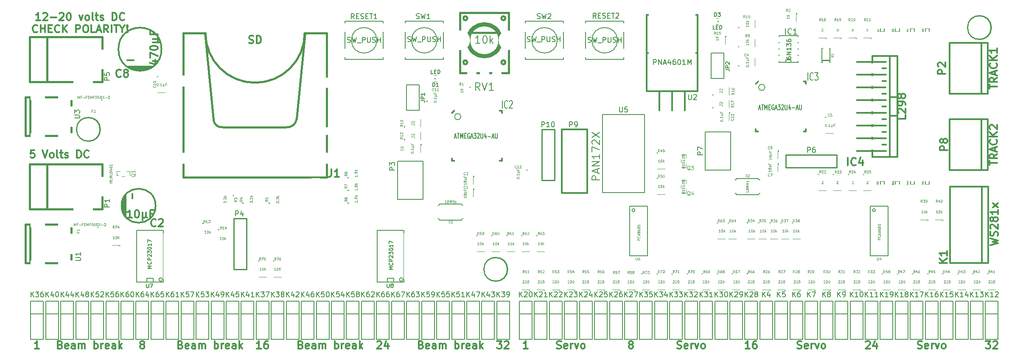
<source format=gto>
G04 (created by PCBNEW (2013-may-18)-stable) date Tue 18 Mar 2014 20:31:26 GMT*
%MOIN*%
G04 Gerber Fmt 3.4, Leading zero omitted, Abs format*
%FSLAX34Y34*%
G01*
G70*
G90*
G04 APERTURE LIST*
%ADD10C,0.00590551*%
%ADD11C,0.011811*%
%ADD12C,0.012*%
%ADD13C,0.008*%
%ADD14C,0.015*%
%ADD15C,0.0031*%
%ADD16C,0.005*%
%ADD17C,0.0039*%
%ADD18C,0.01*%
%ADD19C,0.006*%
%ADD20C,0.0026*%
%ADD21C,0.004*%
%ADD22C,0.002*%
%ADD23C,0.00688976*%
%ADD24C,0.0047*%
%ADD25C,0.00393701*%
%ADD26C,0.0043*%
%ADD27C,0.0028*%
%ADD28C,0.0079*%
%ADD29C,0.085748*%
%ADD30R,0.085748X0.085748*%
%ADD31R,0.365748X0.365748*%
%ADD32R,0.031748X0.075748*%
%ADD33R,0.075748X0.031748*%
%ADD34R,0.106348X0.035448*%
%ADD35R,0.114148X0.094448*%
%ADD36C,0.051148*%
%ADD37R,0.047248X0.055148*%
%ADD38R,0.055148X0.047248*%
%ADD39C,0.0393701*%
%ADD40R,0.0393701X0.0393701*%
%ADD41R,0.073648X0.032248*%
%ADD42C,0.070748*%
%ADD43R,0.065748X0.031748*%
%ADD44R,0.049248X0.049248*%
%ADD45R,0.070848X0.039348*%
%ADD46R,0.070748X0.050748*%
%ADD47R,0.050748X0.070748*%
%ADD48R,0.075748X0.075748*%
%ADD49C,0.075748*%
%ADD50O,0.110236X0.0787402*%
%ADD51R,0.062948X0.062948*%
%ADD52R,0.0723291X0.0998882*%
%ADD53R,0.0866142X0.0866142*%
%ADD54C,0.0866142*%
%ADD55R,0.0787402X0.0787402*%
%ADD56C,0.0787402*%
%ADD57R,0.115748X0.115748*%
%ADD58C,0.115748*%
%ADD59R,0.153548X0.153548*%
%ADD60R,0.047248X0.039348*%
%ADD61R,0.057048X0.077148*%
%ADD62R,0.068848X0.059048*%
%ADD63R,0.090548X0.090548*%
%ADD64R,0.078748X0.059048*%
%ADD65R,0.078748X0.078748*%
%ADD66C,0.066948*%
%ADD67C,0.086648*%
%ADD68C,0.175748*%
%ADD69O,0.0748031X0.0944882*%
%ADD70C,0.153543*%
G04 APERTURE END LIST*
G54D10*
G54D11*
X52214Y-60439D02*
X51876Y-60439D01*
X52045Y-60439D02*
X52045Y-59848D01*
X51989Y-59932D01*
X51933Y-59989D01*
X51876Y-60017D01*
X52439Y-59904D02*
X52467Y-59876D01*
X52523Y-59848D01*
X52664Y-59848D01*
X52720Y-59876D01*
X52748Y-59904D01*
X52776Y-59960D01*
X52776Y-60017D01*
X52748Y-60101D01*
X52411Y-60439D01*
X52776Y-60439D01*
X53029Y-60214D02*
X53479Y-60214D01*
X53733Y-59904D02*
X53761Y-59876D01*
X53817Y-59848D01*
X53957Y-59848D01*
X54014Y-59876D01*
X54042Y-59904D01*
X54070Y-59960D01*
X54070Y-60017D01*
X54042Y-60101D01*
X53704Y-60439D01*
X54070Y-60439D01*
X54436Y-59848D02*
X54492Y-59848D01*
X54548Y-59876D01*
X54576Y-59904D01*
X54604Y-59960D01*
X54632Y-60073D01*
X54632Y-60214D01*
X54604Y-60326D01*
X54576Y-60382D01*
X54548Y-60410D01*
X54492Y-60439D01*
X54436Y-60439D01*
X54379Y-60410D01*
X54351Y-60382D01*
X54323Y-60326D01*
X54295Y-60214D01*
X54295Y-60073D01*
X54323Y-59960D01*
X54351Y-59904D01*
X54379Y-59876D01*
X54436Y-59848D01*
X55279Y-60045D02*
X55420Y-60439D01*
X55560Y-60045D01*
X55870Y-60439D02*
X55814Y-60410D01*
X55785Y-60382D01*
X55757Y-60326D01*
X55757Y-60157D01*
X55785Y-60101D01*
X55814Y-60073D01*
X55870Y-60045D01*
X55954Y-60045D01*
X56010Y-60073D01*
X56038Y-60101D01*
X56067Y-60157D01*
X56067Y-60326D01*
X56038Y-60382D01*
X56010Y-60410D01*
X55954Y-60439D01*
X55870Y-60439D01*
X56404Y-60439D02*
X56348Y-60410D01*
X56320Y-60354D01*
X56320Y-59848D01*
X56545Y-60045D02*
X56770Y-60045D01*
X56629Y-59848D02*
X56629Y-60354D01*
X56657Y-60410D01*
X56713Y-60439D01*
X56770Y-60439D01*
X56938Y-60410D02*
X56995Y-60439D01*
X57107Y-60439D01*
X57163Y-60410D01*
X57191Y-60354D01*
X57191Y-60326D01*
X57163Y-60270D01*
X57107Y-60242D01*
X57023Y-60242D01*
X56966Y-60214D01*
X56938Y-60157D01*
X56938Y-60129D01*
X56966Y-60073D01*
X57023Y-60045D01*
X57107Y-60045D01*
X57163Y-60073D01*
X57894Y-60439D02*
X57894Y-59848D01*
X58035Y-59848D01*
X58119Y-59876D01*
X58176Y-59932D01*
X58204Y-59989D01*
X58232Y-60101D01*
X58232Y-60185D01*
X58204Y-60298D01*
X58176Y-60354D01*
X58119Y-60410D01*
X58035Y-60439D01*
X57894Y-60439D01*
X58823Y-60382D02*
X58794Y-60410D01*
X58710Y-60439D01*
X58654Y-60439D01*
X58569Y-60410D01*
X58513Y-60354D01*
X58485Y-60298D01*
X58457Y-60185D01*
X58457Y-60101D01*
X58485Y-59989D01*
X58513Y-59932D01*
X58569Y-59876D01*
X58654Y-59848D01*
X58710Y-59848D01*
X58794Y-59876D01*
X58823Y-59904D01*
X51989Y-61327D02*
X51961Y-61355D01*
X51876Y-61383D01*
X51820Y-61383D01*
X51736Y-61355D01*
X51680Y-61299D01*
X51652Y-61243D01*
X51623Y-61130D01*
X51623Y-61046D01*
X51652Y-60933D01*
X51680Y-60877D01*
X51736Y-60821D01*
X51820Y-60793D01*
X51876Y-60793D01*
X51961Y-60821D01*
X51989Y-60849D01*
X52242Y-61383D02*
X52242Y-60793D01*
X52242Y-61074D02*
X52580Y-61074D01*
X52580Y-61383D02*
X52580Y-60793D01*
X52861Y-61074D02*
X53058Y-61074D01*
X53142Y-61383D02*
X52861Y-61383D01*
X52861Y-60793D01*
X53142Y-60793D01*
X53733Y-61327D02*
X53704Y-61355D01*
X53620Y-61383D01*
X53564Y-61383D01*
X53479Y-61355D01*
X53423Y-61299D01*
X53395Y-61243D01*
X53367Y-61130D01*
X53367Y-61046D01*
X53395Y-60933D01*
X53423Y-60877D01*
X53479Y-60821D01*
X53564Y-60793D01*
X53620Y-60793D01*
X53704Y-60821D01*
X53733Y-60849D01*
X53986Y-61383D02*
X53986Y-60793D01*
X54323Y-61383D02*
X54070Y-61046D01*
X54323Y-60793D02*
X53986Y-61130D01*
X55026Y-61383D02*
X55026Y-60793D01*
X55251Y-60793D01*
X55307Y-60821D01*
X55335Y-60849D01*
X55364Y-60905D01*
X55364Y-60990D01*
X55335Y-61046D01*
X55307Y-61074D01*
X55251Y-61102D01*
X55026Y-61102D01*
X55729Y-60793D02*
X55842Y-60793D01*
X55898Y-60821D01*
X55954Y-60877D01*
X55982Y-60990D01*
X55982Y-61187D01*
X55954Y-61299D01*
X55898Y-61355D01*
X55842Y-61383D01*
X55729Y-61383D01*
X55673Y-61355D01*
X55617Y-61299D01*
X55589Y-61187D01*
X55589Y-60990D01*
X55617Y-60877D01*
X55673Y-60821D01*
X55729Y-60793D01*
X56517Y-61383D02*
X56235Y-61383D01*
X56235Y-60793D01*
X56685Y-61215D02*
X56966Y-61215D01*
X56629Y-61383D02*
X56826Y-60793D01*
X57023Y-61383D01*
X57557Y-61383D02*
X57360Y-61102D01*
X57220Y-61383D02*
X57220Y-60793D01*
X57445Y-60793D01*
X57501Y-60821D01*
X57529Y-60849D01*
X57557Y-60905D01*
X57557Y-60990D01*
X57529Y-61046D01*
X57501Y-61074D01*
X57445Y-61102D01*
X57220Y-61102D01*
X57810Y-61383D02*
X57810Y-60793D01*
X58007Y-60793D02*
X58344Y-60793D01*
X58176Y-61383D02*
X58176Y-60793D01*
X58654Y-61102D02*
X58654Y-61383D01*
X58457Y-60793D02*
X58654Y-61102D01*
X58851Y-60793D01*
X59047Y-61327D02*
X59076Y-61355D01*
X59047Y-61383D01*
X59019Y-61355D01*
X59047Y-61327D01*
X59047Y-61383D01*
X59047Y-61158D02*
X59019Y-60821D01*
X59047Y-60793D01*
X59076Y-60821D01*
X59047Y-61158D01*
X59047Y-60793D01*
X51757Y-70648D02*
X51476Y-70648D01*
X51448Y-70929D01*
X51476Y-70901D01*
X51532Y-70873D01*
X51673Y-70873D01*
X51729Y-70901D01*
X51757Y-70929D01*
X51785Y-70985D01*
X51785Y-71126D01*
X51757Y-71182D01*
X51729Y-71210D01*
X51673Y-71239D01*
X51532Y-71239D01*
X51476Y-71210D01*
X51448Y-71182D01*
X52404Y-70648D02*
X52601Y-71239D01*
X52798Y-70648D01*
X53079Y-71239D02*
X53023Y-71210D01*
X52994Y-71182D01*
X52966Y-71126D01*
X52966Y-70957D01*
X52994Y-70901D01*
X53023Y-70873D01*
X53079Y-70845D01*
X53163Y-70845D01*
X53219Y-70873D01*
X53248Y-70901D01*
X53276Y-70957D01*
X53276Y-71126D01*
X53248Y-71182D01*
X53219Y-71210D01*
X53163Y-71239D01*
X53079Y-71239D01*
X53613Y-71239D02*
X53557Y-71210D01*
X53529Y-71154D01*
X53529Y-70648D01*
X53754Y-70845D02*
X53979Y-70845D01*
X53838Y-70648D02*
X53838Y-71154D01*
X53866Y-71210D01*
X53922Y-71239D01*
X53979Y-71239D01*
X54147Y-71210D02*
X54204Y-71239D01*
X54316Y-71239D01*
X54372Y-71210D01*
X54401Y-71154D01*
X54401Y-71126D01*
X54372Y-71070D01*
X54316Y-71042D01*
X54232Y-71042D01*
X54176Y-71014D01*
X54147Y-70957D01*
X54147Y-70929D01*
X54176Y-70873D01*
X54232Y-70845D01*
X54316Y-70845D01*
X54372Y-70873D01*
X55104Y-71239D02*
X55104Y-70648D01*
X55244Y-70648D01*
X55329Y-70676D01*
X55385Y-70732D01*
X55413Y-70789D01*
X55441Y-70901D01*
X55441Y-70985D01*
X55413Y-71098D01*
X55385Y-71154D01*
X55329Y-71210D01*
X55244Y-71239D01*
X55104Y-71239D01*
X56032Y-71182D02*
X56003Y-71210D01*
X55919Y-71239D01*
X55863Y-71239D01*
X55778Y-71210D01*
X55722Y-71154D01*
X55694Y-71098D01*
X55666Y-70985D01*
X55666Y-70901D01*
X55694Y-70789D01*
X55722Y-70732D01*
X55778Y-70676D01*
X55863Y-70648D01*
X55919Y-70648D01*
X56003Y-70676D01*
X56032Y-70704D01*
X82142Y-85929D02*
X82227Y-85957D01*
X82255Y-85985D01*
X82283Y-86042D01*
X82283Y-86126D01*
X82255Y-86182D01*
X82227Y-86210D01*
X82170Y-86239D01*
X81946Y-86239D01*
X81946Y-85648D01*
X82142Y-85648D01*
X82199Y-85676D01*
X82227Y-85704D01*
X82255Y-85760D01*
X82255Y-85817D01*
X82227Y-85873D01*
X82199Y-85901D01*
X82142Y-85929D01*
X81946Y-85929D01*
X82761Y-86210D02*
X82705Y-86239D01*
X82592Y-86239D01*
X82536Y-86210D01*
X82508Y-86154D01*
X82508Y-85929D01*
X82536Y-85873D01*
X82592Y-85845D01*
X82705Y-85845D01*
X82761Y-85873D01*
X82789Y-85929D01*
X82789Y-85985D01*
X82508Y-86042D01*
X83295Y-86239D02*
X83295Y-85929D01*
X83267Y-85873D01*
X83211Y-85845D01*
X83098Y-85845D01*
X83042Y-85873D01*
X83295Y-86210D02*
X83239Y-86239D01*
X83098Y-86239D01*
X83042Y-86210D01*
X83014Y-86154D01*
X83014Y-86098D01*
X83042Y-86042D01*
X83098Y-86014D01*
X83239Y-86014D01*
X83295Y-85985D01*
X83577Y-86239D02*
X83577Y-85845D01*
X83577Y-85901D02*
X83605Y-85873D01*
X83661Y-85845D01*
X83745Y-85845D01*
X83802Y-85873D01*
X83830Y-85929D01*
X83830Y-86239D01*
X83830Y-85929D02*
X83858Y-85873D01*
X83914Y-85845D01*
X83998Y-85845D01*
X84055Y-85873D01*
X84083Y-85929D01*
X84083Y-86239D01*
X84814Y-86239D02*
X84814Y-85648D01*
X84814Y-85873D02*
X84870Y-85845D01*
X84983Y-85845D01*
X85039Y-85873D01*
X85067Y-85901D01*
X85095Y-85957D01*
X85095Y-86126D01*
X85067Y-86182D01*
X85039Y-86210D01*
X84983Y-86239D01*
X84870Y-86239D01*
X84814Y-86210D01*
X85348Y-86239D02*
X85348Y-85845D01*
X85348Y-85957D02*
X85376Y-85901D01*
X85404Y-85873D01*
X85461Y-85845D01*
X85517Y-85845D01*
X85939Y-86210D02*
X85883Y-86239D01*
X85770Y-86239D01*
X85714Y-86210D01*
X85686Y-86154D01*
X85686Y-85929D01*
X85714Y-85873D01*
X85770Y-85845D01*
X85883Y-85845D01*
X85939Y-85873D01*
X85967Y-85929D01*
X85967Y-85985D01*
X85686Y-86042D01*
X86473Y-86239D02*
X86473Y-85929D01*
X86445Y-85873D01*
X86389Y-85845D01*
X86276Y-85845D01*
X86220Y-85873D01*
X86473Y-86210D02*
X86417Y-86239D01*
X86276Y-86239D01*
X86220Y-86210D01*
X86192Y-86154D01*
X86192Y-86098D01*
X86220Y-86042D01*
X86276Y-86014D01*
X86417Y-86014D01*
X86473Y-85985D01*
X86754Y-86239D02*
X86754Y-85648D01*
X86811Y-86014D02*
X86979Y-86239D01*
X86979Y-85845D02*
X86754Y-86070D01*
X72694Y-85929D02*
X72778Y-85957D01*
X72806Y-85985D01*
X72834Y-86042D01*
X72834Y-86126D01*
X72806Y-86182D01*
X72778Y-86210D01*
X72722Y-86239D01*
X72497Y-86239D01*
X72497Y-85648D01*
X72694Y-85648D01*
X72750Y-85676D01*
X72778Y-85704D01*
X72806Y-85760D01*
X72806Y-85817D01*
X72778Y-85873D01*
X72750Y-85901D01*
X72694Y-85929D01*
X72497Y-85929D01*
X73312Y-86210D02*
X73256Y-86239D01*
X73143Y-86239D01*
X73087Y-86210D01*
X73059Y-86154D01*
X73059Y-85929D01*
X73087Y-85873D01*
X73143Y-85845D01*
X73256Y-85845D01*
X73312Y-85873D01*
X73340Y-85929D01*
X73340Y-85985D01*
X73059Y-86042D01*
X73847Y-86239D02*
X73847Y-85929D01*
X73818Y-85873D01*
X73762Y-85845D01*
X73650Y-85845D01*
X73593Y-85873D01*
X73847Y-86210D02*
X73790Y-86239D01*
X73650Y-86239D01*
X73593Y-86210D01*
X73565Y-86154D01*
X73565Y-86098D01*
X73593Y-86042D01*
X73650Y-86014D01*
X73790Y-86014D01*
X73847Y-85985D01*
X74128Y-86239D02*
X74128Y-85845D01*
X74128Y-85901D02*
X74156Y-85873D01*
X74212Y-85845D01*
X74296Y-85845D01*
X74353Y-85873D01*
X74381Y-85929D01*
X74381Y-86239D01*
X74381Y-85929D02*
X74409Y-85873D01*
X74465Y-85845D01*
X74550Y-85845D01*
X74606Y-85873D01*
X74634Y-85929D01*
X74634Y-86239D01*
X75365Y-86239D02*
X75365Y-85648D01*
X75365Y-85873D02*
X75421Y-85845D01*
X75534Y-85845D01*
X75590Y-85873D01*
X75618Y-85901D01*
X75646Y-85957D01*
X75646Y-86126D01*
X75618Y-86182D01*
X75590Y-86210D01*
X75534Y-86239D01*
X75421Y-86239D01*
X75365Y-86210D01*
X75899Y-86239D02*
X75899Y-85845D01*
X75899Y-85957D02*
X75928Y-85901D01*
X75956Y-85873D01*
X76012Y-85845D01*
X76068Y-85845D01*
X76490Y-86210D02*
X76434Y-86239D01*
X76321Y-86239D01*
X76265Y-86210D01*
X76237Y-86154D01*
X76237Y-85929D01*
X76265Y-85873D01*
X76321Y-85845D01*
X76434Y-85845D01*
X76490Y-85873D01*
X76518Y-85929D01*
X76518Y-85985D01*
X76237Y-86042D01*
X77024Y-86239D02*
X77024Y-85929D01*
X76996Y-85873D01*
X76940Y-85845D01*
X76827Y-85845D01*
X76771Y-85873D01*
X77024Y-86210D02*
X76968Y-86239D01*
X76827Y-86239D01*
X76771Y-86210D01*
X76743Y-86154D01*
X76743Y-86098D01*
X76771Y-86042D01*
X76827Y-86014D01*
X76968Y-86014D01*
X77024Y-85985D01*
X77305Y-86239D02*
X77305Y-85648D01*
X77362Y-86014D02*
X77530Y-86239D01*
X77530Y-85845D02*
X77305Y-86070D01*
X63245Y-85929D02*
X63329Y-85957D01*
X63357Y-85985D01*
X63385Y-86042D01*
X63385Y-86126D01*
X63357Y-86182D01*
X63329Y-86210D01*
X63273Y-86239D01*
X63048Y-86239D01*
X63048Y-85648D01*
X63245Y-85648D01*
X63301Y-85676D01*
X63329Y-85704D01*
X63357Y-85760D01*
X63357Y-85817D01*
X63329Y-85873D01*
X63301Y-85901D01*
X63245Y-85929D01*
X63048Y-85929D01*
X63863Y-86210D02*
X63807Y-86239D01*
X63695Y-86239D01*
X63638Y-86210D01*
X63610Y-86154D01*
X63610Y-85929D01*
X63638Y-85873D01*
X63695Y-85845D01*
X63807Y-85845D01*
X63863Y-85873D01*
X63892Y-85929D01*
X63892Y-85985D01*
X63610Y-86042D01*
X64398Y-86239D02*
X64398Y-85929D01*
X64370Y-85873D01*
X64313Y-85845D01*
X64201Y-85845D01*
X64145Y-85873D01*
X64398Y-86210D02*
X64341Y-86239D01*
X64201Y-86239D01*
X64145Y-86210D01*
X64116Y-86154D01*
X64116Y-86098D01*
X64145Y-86042D01*
X64201Y-86014D01*
X64341Y-86014D01*
X64398Y-85985D01*
X64679Y-86239D02*
X64679Y-85845D01*
X64679Y-85901D02*
X64707Y-85873D01*
X64763Y-85845D01*
X64848Y-85845D01*
X64904Y-85873D01*
X64932Y-85929D01*
X64932Y-86239D01*
X64932Y-85929D02*
X64960Y-85873D01*
X65016Y-85845D01*
X65101Y-85845D01*
X65157Y-85873D01*
X65185Y-85929D01*
X65185Y-86239D01*
X65916Y-86239D02*
X65916Y-85648D01*
X65916Y-85873D02*
X65973Y-85845D01*
X66085Y-85845D01*
X66141Y-85873D01*
X66169Y-85901D01*
X66197Y-85957D01*
X66197Y-86126D01*
X66169Y-86182D01*
X66141Y-86210D01*
X66085Y-86239D01*
X65973Y-86239D01*
X65916Y-86210D01*
X66451Y-86239D02*
X66451Y-85845D01*
X66451Y-85957D02*
X66479Y-85901D01*
X66507Y-85873D01*
X66563Y-85845D01*
X66619Y-85845D01*
X67041Y-86210D02*
X66985Y-86239D01*
X66872Y-86239D01*
X66816Y-86210D01*
X66788Y-86154D01*
X66788Y-85929D01*
X66816Y-85873D01*
X66872Y-85845D01*
X66985Y-85845D01*
X67041Y-85873D01*
X67069Y-85929D01*
X67069Y-85985D01*
X66788Y-86042D01*
X67575Y-86239D02*
X67575Y-85929D01*
X67547Y-85873D01*
X67491Y-85845D01*
X67379Y-85845D01*
X67322Y-85873D01*
X67575Y-86210D02*
X67519Y-86239D01*
X67379Y-86239D01*
X67322Y-86210D01*
X67294Y-86154D01*
X67294Y-86098D01*
X67322Y-86042D01*
X67379Y-86014D01*
X67519Y-86014D01*
X67575Y-85985D01*
X67857Y-86239D02*
X67857Y-85648D01*
X67913Y-86014D02*
X68082Y-86239D01*
X68082Y-85845D02*
X67857Y-86070D01*
X53796Y-85929D02*
X53880Y-85957D01*
X53908Y-85985D01*
X53937Y-86042D01*
X53937Y-86126D01*
X53908Y-86182D01*
X53880Y-86210D01*
X53824Y-86239D01*
X53599Y-86239D01*
X53599Y-85648D01*
X53796Y-85648D01*
X53852Y-85676D01*
X53880Y-85704D01*
X53908Y-85760D01*
X53908Y-85817D01*
X53880Y-85873D01*
X53852Y-85901D01*
X53796Y-85929D01*
X53599Y-85929D01*
X54415Y-86210D02*
X54358Y-86239D01*
X54246Y-86239D01*
X54190Y-86210D01*
X54161Y-86154D01*
X54161Y-85929D01*
X54190Y-85873D01*
X54246Y-85845D01*
X54358Y-85845D01*
X54415Y-85873D01*
X54443Y-85929D01*
X54443Y-85985D01*
X54161Y-86042D01*
X54949Y-86239D02*
X54949Y-85929D01*
X54921Y-85873D01*
X54865Y-85845D01*
X54752Y-85845D01*
X54696Y-85873D01*
X54949Y-86210D02*
X54893Y-86239D01*
X54752Y-86239D01*
X54696Y-86210D01*
X54668Y-86154D01*
X54668Y-86098D01*
X54696Y-86042D01*
X54752Y-86014D01*
X54893Y-86014D01*
X54949Y-85985D01*
X55230Y-86239D02*
X55230Y-85845D01*
X55230Y-85901D02*
X55258Y-85873D01*
X55314Y-85845D01*
X55399Y-85845D01*
X55455Y-85873D01*
X55483Y-85929D01*
X55483Y-86239D01*
X55483Y-85929D02*
X55511Y-85873D01*
X55568Y-85845D01*
X55652Y-85845D01*
X55708Y-85873D01*
X55736Y-85929D01*
X55736Y-86239D01*
X56467Y-86239D02*
X56467Y-85648D01*
X56467Y-85873D02*
X56524Y-85845D01*
X56636Y-85845D01*
X56692Y-85873D01*
X56721Y-85901D01*
X56749Y-85957D01*
X56749Y-86126D01*
X56721Y-86182D01*
X56692Y-86210D01*
X56636Y-86239D01*
X56524Y-86239D01*
X56467Y-86210D01*
X57002Y-86239D02*
X57002Y-85845D01*
X57002Y-85957D02*
X57030Y-85901D01*
X57058Y-85873D01*
X57114Y-85845D01*
X57170Y-85845D01*
X57592Y-86210D02*
X57536Y-86239D01*
X57424Y-86239D01*
X57367Y-86210D01*
X57339Y-86154D01*
X57339Y-85929D01*
X57367Y-85873D01*
X57424Y-85845D01*
X57536Y-85845D01*
X57592Y-85873D01*
X57620Y-85929D01*
X57620Y-85985D01*
X57339Y-86042D01*
X58127Y-86239D02*
X58127Y-85929D01*
X58098Y-85873D01*
X58042Y-85845D01*
X57930Y-85845D01*
X57874Y-85873D01*
X58127Y-86210D02*
X58070Y-86239D01*
X57930Y-86239D01*
X57874Y-86210D01*
X57845Y-86154D01*
X57845Y-86098D01*
X57874Y-86042D01*
X57930Y-86014D01*
X58070Y-86014D01*
X58127Y-85985D01*
X58408Y-86239D02*
X58408Y-85648D01*
X58464Y-86014D02*
X58633Y-86239D01*
X58633Y-85845D02*
X58408Y-86070D01*
X88104Y-85648D02*
X88470Y-85648D01*
X88273Y-85873D01*
X88357Y-85873D01*
X88413Y-85901D01*
X88442Y-85929D01*
X88470Y-85985D01*
X88470Y-86126D01*
X88442Y-86182D01*
X88413Y-86210D01*
X88357Y-86239D01*
X88188Y-86239D01*
X88132Y-86210D01*
X88104Y-86182D01*
X88695Y-85704D02*
X88723Y-85676D01*
X88779Y-85648D01*
X88920Y-85648D01*
X88976Y-85676D01*
X89004Y-85704D01*
X89032Y-85760D01*
X89032Y-85817D01*
X89004Y-85901D01*
X88667Y-86239D01*
X89032Y-86239D01*
X78683Y-85704D02*
X78712Y-85676D01*
X78768Y-85648D01*
X78908Y-85648D01*
X78965Y-85676D01*
X78993Y-85704D01*
X79021Y-85760D01*
X79021Y-85817D01*
X78993Y-85901D01*
X78655Y-86239D01*
X79021Y-86239D01*
X79527Y-85845D02*
X79527Y-86239D01*
X79386Y-85620D02*
X79246Y-86042D01*
X79611Y-86042D01*
X69572Y-86239D02*
X69235Y-86239D01*
X69403Y-86239D02*
X69403Y-85648D01*
X69347Y-85732D01*
X69291Y-85789D01*
X69235Y-85817D01*
X70078Y-85648D02*
X69966Y-85648D01*
X69910Y-85676D01*
X69881Y-85704D01*
X69825Y-85789D01*
X69797Y-85901D01*
X69797Y-86126D01*
X69825Y-86182D01*
X69853Y-86210D01*
X69910Y-86239D01*
X70022Y-86239D01*
X70078Y-86210D01*
X70106Y-86182D01*
X70134Y-86126D01*
X70134Y-85985D01*
X70106Y-85929D01*
X70078Y-85901D01*
X70022Y-85873D01*
X69910Y-85873D01*
X69853Y-85901D01*
X69825Y-85929D01*
X69797Y-85985D01*
X60179Y-85901D02*
X60123Y-85873D01*
X60095Y-85845D01*
X60067Y-85789D01*
X60067Y-85760D01*
X60095Y-85704D01*
X60123Y-85676D01*
X60179Y-85648D01*
X60292Y-85648D01*
X60348Y-85676D01*
X60376Y-85704D01*
X60404Y-85760D01*
X60404Y-85789D01*
X60376Y-85845D01*
X60348Y-85873D01*
X60292Y-85901D01*
X60179Y-85901D01*
X60123Y-85929D01*
X60095Y-85957D01*
X60067Y-86014D01*
X60067Y-86126D01*
X60095Y-86182D01*
X60123Y-86210D01*
X60179Y-86239D01*
X60292Y-86239D01*
X60348Y-86210D01*
X60376Y-86182D01*
X60404Y-86126D01*
X60404Y-86014D01*
X60376Y-85957D01*
X60348Y-85929D01*
X60292Y-85901D01*
X52137Y-86239D02*
X51799Y-86239D01*
X51968Y-86239D02*
X51968Y-85648D01*
X51912Y-85732D01*
X51856Y-85789D01*
X51799Y-85817D01*
X121147Y-86210D02*
X121231Y-86239D01*
X121372Y-86239D01*
X121428Y-86210D01*
X121456Y-86182D01*
X121484Y-86126D01*
X121484Y-86070D01*
X121456Y-86014D01*
X121428Y-85985D01*
X121372Y-85957D01*
X121259Y-85929D01*
X121203Y-85901D01*
X121175Y-85873D01*
X121147Y-85817D01*
X121147Y-85760D01*
X121175Y-85704D01*
X121203Y-85676D01*
X121259Y-85648D01*
X121400Y-85648D01*
X121484Y-85676D01*
X121962Y-86210D02*
X121906Y-86239D01*
X121794Y-86239D01*
X121737Y-86210D01*
X121709Y-86154D01*
X121709Y-85929D01*
X121737Y-85873D01*
X121794Y-85845D01*
X121906Y-85845D01*
X121962Y-85873D01*
X121991Y-85929D01*
X121991Y-85985D01*
X121709Y-86042D01*
X122244Y-86239D02*
X122244Y-85845D01*
X122244Y-85957D02*
X122272Y-85901D01*
X122300Y-85873D01*
X122356Y-85845D01*
X122412Y-85845D01*
X122553Y-85845D02*
X122694Y-86239D01*
X122834Y-85845D01*
X123143Y-86239D02*
X123087Y-86210D01*
X123059Y-86182D01*
X123031Y-86126D01*
X123031Y-85957D01*
X123059Y-85901D01*
X123087Y-85873D01*
X123143Y-85845D01*
X123228Y-85845D01*
X123284Y-85873D01*
X123312Y-85901D01*
X123340Y-85957D01*
X123340Y-86126D01*
X123312Y-86182D01*
X123284Y-86210D01*
X123228Y-86239D01*
X123143Y-86239D01*
X111698Y-86210D02*
X111782Y-86239D01*
X111923Y-86239D01*
X111979Y-86210D01*
X112007Y-86182D01*
X112035Y-86126D01*
X112035Y-86070D01*
X112007Y-86014D01*
X111979Y-85985D01*
X111923Y-85957D01*
X111811Y-85929D01*
X111754Y-85901D01*
X111726Y-85873D01*
X111698Y-85817D01*
X111698Y-85760D01*
X111726Y-85704D01*
X111754Y-85676D01*
X111811Y-85648D01*
X111951Y-85648D01*
X112035Y-85676D01*
X112514Y-86210D02*
X112457Y-86239D01*
X112345Y-86239D01*
X112289Y-86210D01*
X112260Y-86154D01*
X112260Y-85929D01*
X112289Y-85873D01*
X112345Y-85845D01*
X112457Y-85845D01*
X112514Y-85873D01*
X112542Y-85929D01*
X112542Y-85985D01*
X112260Y-86042D01*
X112795Y-86239D02*
X112795Y-85845D01*
X112795Y-85957D02*
X112823Y-85901D01*
X112851Y-85873D01*
X112907Y-85845D01*
X112964Y-85845D01*
X113104Y-85845D02*
X113245Y-86239D01*
X113385Y-85845D01*
X113695Y-86239D02*
X113638Y-86210D01*
X113610Y-86182D01*
X113582Y-86126D01*
X113582Y-85957D01*
X113610Y-85901D01*
X113638Y-85873D01*
X113695Y-85845D01*
X113779Y-85845D01*
X113835Y-85873D01*
X113863Y-85901D01*
X113892Y-85957D01*
X113892Y-86126D01*
X113863Y-86182D01*
X113835Y-86210D01*
X113779Y-86239D01*
X113695Y-86239D01*
X102249Y-86210D02*
X102334Y-86239D01*
X102474Y-86239D01*
X102530Y-86210D01*
X102559Y-86182D01*
X102587Y-86126D01*
X102587Y-86070D01*
X102559Y-86014D01*
X102530Y-85985D01*
X102474Y-85957D01*
X102362Y-85929D01*
X102305Y-85901D01*
X102277Y-85873D01*
X102249Y-85817D01*
X102249Y-85760D01*
X102277Y-85704D01*
X102305Y-85676D01*
X102362Y-85648D01*
X102502Y-85648D01*
X102587Y-85676D01*
X103065Y-86210D02*
X103008Y-86239D01*
X102896Y-86239D01*
X102840Y-86210D01*
X102812Y-86154D01*
X102812Y-85929D01*
X102840Y-85873D01*
X102896Y-85845D01*
X103008Y-85845D01*
X103065Y-85873D01*
X103093Y-85929D01*
X103093Y-85985D01*
X102812Y-86042D01*
X103346Y-86239D02*
X103346Y-85845D01*
X103346Y-85957D02*
X103374Y-85901D01*
X103402Y-85873D01*
X103458Y-85845D01*
X103515Y-85845D01*
X103655Y-85845D02*
X103796Y-86239D01*
X103937Y-85845D01*
X104246Y-86239D02*
X104190Y-86210D01*
X104161Y-86182D01*
X104133Y-86126D01*
X104133Y-85957D01*
X104161Y-85901D01*
X104190Y-85873D01*
X104246Y-85845D01*
X104330Y-85845D01*
X104386Y-85873D01*
X104415Y-85901D01*
X104443Y-85957D01*
X104443Y-86126D01*
X104415Y-86182D01*
X104386Y-86210D01*
X104330Y-86239D01*
X104246Y-86239D01*
X92800Y-86210D02*
X92885Y-86239D01*
X93025Y-86239D01*
X93082Y-86210D01*
X93110Y-86182D01*
X93138Y-86126D01*
X93138Y-86070D01*
X93110Y-86014D01*
X93082Y-85985D01*
X93025Y-85957D01*
X92913Y-85929D01*
X92857Y-85901D01*
X92829Y-85873D01*
X92800Y-85817D01*
X92800Y-85760D01*
X92829Y-85704D01*
X92857Y-85676D01*
X92913Y-85648D01*
X93053Y-85648D01*
X93138Y-85676D01*
X93616Y-86210D02*
X93560Y-86239D01*
X93447Y-86239D01*
X93391Y-86210D01*
X93363Y-86154D01*
X93363Y-85929D01*
X93391Y-85873D01*
X93447Y-85845D01*
X93560Y-85845D01*
X93616Y-85873D01*
X93644Y-85929D01*
X93644Y-85985D01*
X93363Y-86042D01*
X93897Y-86239D02*
X93897Y-85845D01*
X93897Y-85957D02*
X93925Y-85901D01*
X93953Y-85873D01*
X94010Y-85845D01*
X94066Y-85845D01*
X94206Y-85845D02*
X94347Y-86239D01*
X94488Y-85845D01*
X94797Y-86239D02*
X94741Y-86210D01*
X94713Y-86182D01*
X94685Y-86126D01*
X94685Y-85957D01*
X94713Y-85901D01*
X94741Y-85873D01*
X94797Y-85845D01*
X94881Y-85845D01*
X94938Y-85873D01*
X94966Y-85901D01*
X94994Y-85957D01*
X94994Y-86126D01*
X94966Y-86182D01*
X94938Y-86210D01*
X94881Y-86239D01*
X94797Y-86239D01*
X126490Y-85648D02*
X126856Y-85648D01*
X126659Y-85873D01*
X126743Y-85873D01*
X126799Y-85901D01*
X126827Y-85929D01*
X126856Y-85985D01*
X126856Y-86126D01*
X126827Y-86182D01*
X126799Y-86210D01*
X126743Y-86239D01*
X126574Y-86239D01*
X126518Y-86210D01*
X126490Y-86182D01*
X127080Y-85704D02*
X127109Y-85676D01*
X127165Y-85648D01*
X127305Y-85648D01*
X127362Y-85676D01*
X127390Y-85704D01*
X127418Y-85760D01*
X127418Y-85817D01*
X127390Y-85901D01*
X127052Y-86239D01*
X127418Y-86239D01*
X117069Y-85704D02*
X117097Y-85676D01*
X117154Y-85648D01*
X117294Y-85648D01*
X117350Y-85676D01*
X117379Y-85704D01*
X117407Y-85760D01*
X117407Y-85817D01*
X117379Y-85901D01*
X117041Y-86239D01*
X117407Y-86239D01*
X117913Y-85845D02*
X117913Y-86239D01*
X117772Y-85620D02*
X117632Y-86042D01*
X117997Y-86042D01*
X107958Y-86239D02*
X107620Y-86239D01*
X107789Y-86239D02*
X107789Y-85648D01*
X107733Y-85732D01*
X107677Y-85789D01*
X107620Y-85817D01*
X108464Y-85648D02*
X108352Y-85648D01*
X108295Y-85676D01*
X108267Y-85704D01*
X108211Y-85789D01*
X108183Y-85901D01*
X108183Y-86126D01*
X108211Y-86182D01*
X108239Y-86210D01*
X108295Y-86239D01*
X108408Y-86239D01*
X108464Y-86210D01*
X108492Y-86182D01*
X108520Y-86126D01*
X108520Y-85985D01*
X108492Y-85929D01*
X108464Y-85901D01*
X108408Y-85873D01*
X108295Y-85873D01*
X108239Y-85901D01*
X108211Y-85929D01*
X108183Y-85985D01*
X98565Y-85901D02*
X98509Y-85873D01*
X98481Y-85845D01*
X98453Y-85789D01*
X98453Y-85760D01*
X98481Y-85704D01*
X98509Y-85676D01*
X98565Y-85648D01*
X98678Y-85648D01*
X98734Y-85676D01*
X98762Y-85704D01*
X98790Y-85760D01*
X98790Y-85789D01*
X98762Y-85845D01*
X98734Y-85873D01*
X98678Y-85901D01*
X98565Y-85901D01*
X98509Y-85929D01*
X98481Y-85957D01*
X98453Y-86014D01*
X98453Y-86126D01*
X98481Y-86182D01*
X98509Y-86210D01*
X98565Y-86239D01*
X98678Y-86239D01*
X98734Y-86210D01*
X98762Y-86182D01*
X98790Y-86126D01*
X98790Y-86014D01*
X98762Y-85957D01*
X98734Y-85929D01*
X98678Y-85901D01*
X90523Y-86239D02*
X90185Y-86239D01*
X90354Y-86239D02*
X90354Y-85648D01*
X90298Y-85732D01*
X90241Y-85789D01*
X90185Y-85817D01*
G54D12*
X100870Y-68000D02*
X100870Y-66000D01*
X101870Y-68000D02*
X101870Y-66000D01*
X102870Y-68000D02*
X102870Y-66000D01*
X103870Y-66000D02*
X103870Y-60000D01*
X103870Y-60000D02*
X99870Y-60000D01*
X99870Y-60000D02*
X99870Y-66000D01*
X99870Y-66000D02*
X103870Y-66000D01*
X103370Y-63000D02*
X99870Y-63000D01*
X103370Y-63000D02*
X103870Y-63000D01*
X112367Y-65230D02*
X112367Y-69170D01*
X112367Y-69170D02*
X108427Y-69170D01*
X108427Y-65420D02*
X108427Y-69170D01*
X108617Y-65230D02*
X112367Y-65230D01*
X108427Y-65420D02*
X108617Y-65230D01*
G54D13*
X109147Y-65700D02*
G75*
G03X109147Y-65700I-250J0D01*
G74*
G01*
G54D14*
X51437Y-66484D02*
X51437Y-69516D01*
X51043Y-66484D02*
X51043Y-69516D01*
X51043Y-69516D02*
X54665Y-69516D01*
X54665Y-69516D02*
X54665Y-66484D01*
X54665Y-66484D02*
X51043Y-66484D01*
X51437Y-76484D02*
X51437Y-79516D01*
X51043Y-76484D02*
X51043Y-79516D01*
X51043Y-79516D02*
X54665Y-79516D01*
X54665Y-79516D02*
X54665Y-76484D01*
X54665Y-76484D02*
X51043Y-76484D01*
G54D15*
X58359Y-72638D02*
G75*
G03X58359Y-72638I-62J0D01*
G74*
G01*
X59259Y-72300D02*
X59259Y-72700D01*
X58234Y-72300D02*
X58234Y-72700D01*
X59259Y-72700D02*
X58234Y-72700D01*
X58234Y-72300D02*
X59259Y-72300D01*
X102680Y-71037D02*
G75*
G03X102680Y-71037I-62J0D01*
G74*
G01*
X102955Y-72000D02*
X102555Y-72000D01*
X102955Y-70975D02*
X102555Y-70975D01*
X102555Y-72000D02*
X102555Y-70975D01*
X102955Y-70975D02*
X102955Y-72000D01*
X102680Y-73037D02*
G75*
G03X102680Y-73037I-62J0D01*
G74*
G01*
X102955Y-74000D02*
X102555Y-74000D01*
X102955Y-72975D02*
X102555Y-72975D01*
X102555Y-74000D02*
X102555Y-72975D01*
X102955Y-72975D02*
X102955Y-74000D01*
G54D10*
X96377Y-73972D02*
X99685Y-73972D01*
X99685Y-73972D02*
X99685Y-67830D01*
X99685Y-67830D02*
X96377Y-67830D01*
X96377Y-67830D02*
X96377Y-73972D01*
G54D16*
X118810Y-75050D02*
X117410Y-75050D01*
X118810Y-78950D02*
X117410Y-78950D01*
X118810Y-78950D02*
X118810Y-75050D01*
X117410Y-75050D02*
X117410Y-78950D01*
X117822Y-75350D02*
G75*
G03X117822Y-75350I-111J0D01*
G74*
G01*
X99912Y-75050D02*
X98512Y-75050D01*
X99912Y-78950D02*
X98512Y-78950D01*
X99912Y-78950D02*
X99912Y-75050D01*
X98512Y-75050D02*
X98512Y-78950D01*
X98924Y-75350D02*
G75*
G03X98924Y-75350I-111J0D01*
G74*
G01*
G54D12*
X88485Y-67530D02*
X88485Y-71470D01*
X88485Y-71470D02*
X84545Y-71470D01*
X84545Y-67720D02*
X84545Y-71470D01*
X84735Y-67530D02*
X88485Y-67530D01*
X84545Y-67720D02*
X84735Y-67530D01*
G54D13*
X85265Y-68000D02*
G75*
G03X85265Y-68000I-250J0D01*
G74*
G01*
G54D16*
X92830Y-62000D02*
G75*
G03X92830Y-62000I-1000J0D01*
G74*
G01*
X90330Y-60500D02*
X93330Y-60500D01*
X93330Y-60500D02*
X93330Y-63500D01*
X93330Y-63500D02*
X90330Y-63500D01*
X90330Y-60500D02*
X90330Y-63500D01*
X83381Y-62000D02*
G75*
G03X83381Y-62000I-1000J0D01*
G74*
G01*
X83881Y-63500D02*
X80881Y-63500D01*
X80881Y-63500D02*
X80881Y-60500D01*
X80881Y-60500D02*
X83881Y-60500D01*
X83881Y-63500D02*
X83881Y-60500D01*
X80715Y-80800D02*
G75*
G03X80715Y-80800I-141J0D01*
G74*
G01*
X79474Y-81000D02*
X79474Y-80700D01*
X79474Y-80700D02*
X79974Y-80700D01*
X79974Y-80700D02*
X79974Y-81000D01*
X80774Y-76950D02*
X80774Y-81000D01*
X78674Y-81000D02*
X78674Y-76950D01*
X78674Y-81000D02*
X80774Y-81000D01*
X78674Y-76950D02*
X80774Y-76950D01*
X61818Y-80800D02*
G75*
G03X61818Y-80800I-141J0D01*
G74*
G01*
X60576Y-81000D02*
X60576Y-80700D01*
X60576Y-80700D02*
X61076Y-80700D01*
X61076Y-80700D02*
X61076Y-81000D01*
X61876Y-76950D02*
X61876Y-81000D01*
X59776Y-81000D02*
X59776Y-76950D01*
X59776Y-81000D02*
X61876Y-81000D01*
X59776Y-76950D02*
X61876Y-76950D01*
X113625Y-63554D02*
X114255Y-63554D01*
X114255Y-63594D02*
X113625Y-63594D01*
X114255Y-62649D02*
X114255Y-63751D01*
X114255Y-63751D02*
X113625Y-63751D01*
X113625Y-63751D02*
X113625Y-62649D01*
X113625Y-62649D02*
X114255Y-62649D01*
X111688Y-63750D02*
X111738Y-63750D01*
X111738Y-63750D02*
X111738Y-61650D01*
X110238Y-61650D02*
X110238Y-63750D01*
X110238Y-63750D02*
X111688Y-63750D01*
X110788Y-63750D02*
X110788Y-63550D01*
X110788Y-63550D02*
X111188Y-63550D01*
X111188Y-63550D02*
X111188Y-63750D01*
X110238Y-61650D02*
X111738Y-61650D01*
G54D17*
X114326Y-81650D02*
G75*
G03X114326Y-81650I-50J0D01*
G74*
G01*
X114276Y-81200D02*
X114276Y-81600D01*
X114276Y-81600D02*
X113676Y-81600D01*
X113676Y-81600D02*
X113676Y-81200D01*
X113676Y-80800D02*
X113676Y-80400D01*
X113676Y-80400D02*
X114276Y-80400D01*
X114276Y-80400D02*
X114276Y-80800D01*
X117869Y-81650D02*
G75*
G03X117869Y-81650I-50J0D01*
G74*
G01*
X117819Y-81200D02*
X117819Y-81600D01*
X117819Y-81600D02*
X117219Y-81600D01*
X117219Y-81600D02*
X117219Y-81200D01*
X117219Y-80800D02*
X117219Y-80400D01*
X117219Y-80400D02*
X117819Y-80400D01*
X117819Y-80400D02*
X117819Y-80800D01*
X126718Y-80350D02*
G75*
G03X126718Y-80350I-50J0D01*
G74*
G01*
X126668Y-80800D02*
X126668Y-80400D01*
X126668Y-80400D02*
X127268Y-80400D01*
X127268Y-80400D02*
X127268Y-80800D01*
X127268Y-81200D02*
X127268Y-81600D01*
X127268Y-81600D02*
X126668Y-81600D01*
X126668Y-81600D02*
X126668Y-81200D01*
X125537Y-80350D02*
G75*
G03X125537Y-80350I-50J0D01*
G74*
G01*
X125487Y-80800D02*
X125487Y-80400D01*
X125487Y-80400D02*
X126087Y-80400D01*
X126087Y-80400D02*
X126087Y-80800D01*
X126087Y-81200D02*
X126087Y-81600D01*
X126087Y-81600D02*
X125487Y-81600D01*
X125487Y-81600D02*
X125487Y-81200D01*
X116688Y-81650D02*
G75*
G03X116688Y-81650I-50J0D01*
G74*
G01*
X116638Y-81200D02*
X116638Y-81600D01*
X116638Y-81600D02*
X116038Y-81600D01*
X116038Y-81600D02*
X116038Y-81200D01*
X116038Y-80800D02*
X116038Y-80400D01*
X116038Y-80400D02*
X116638Y-80400D01*
X116638Y-80400D02*
X116638Y-80800D01*
X115507Y-81650D02*
G75*
G03X115507Y-81650I-50J0D01*
G74*
G01*
X115457Y-81200D02*
X115457Y-81600D01*
X115457Y-81600D02*
X114857Y-81600D01*
X114857Y-81600D02*
X114857Y-81200D01*
X114857Y-80800D02*
X114857Y-80400D01*
X114857Y-80400D02*
X115457Y-80400D01*
X115457Y-80400D02*
X115457Y-80800D01*
X118450Y-80350D02*
G75*
G03X118450Y-80350I-50J0D01*
G74*
G01*
X118400Y-80800D02*
X118400Y-80400D01*
X118400Y-80400D02*
X119000Y-80400D01*
X119000Y-80400D02*
X119000Y-80800D01*
X119000Y-81200D02*
X119000Y-81600D01*
X119000Y-81600D02*
X118400Y-81600D01*
X118400Y-81600D02*
X118400Y-81200D01*
X113145Y-81650D02*
G75*
G03X113145Y-81650I-50J0D01*
G74*
G01*
X113095Y-81200D02*
X113095Y-81600D01*
X113095Y-81600D02*
X112495Y-81600D01*
X112495Y-81600D02*
X112495Y-81200D01*
X112495Y-80800D02*
X112495Y-80400D01*
X112495Y-80400D02*
X113095Y-80400D01*
X113095Y-80400D02*
X113095Y-80800D01*
X111964Y-81650D02*
G75*
G03X111964Y-81650I-50J0D01*
G74*
G01*
X111914Y-81200D02*
X111914Y-81600D01*
X111914Y-81600D02*
X111314Y-81600D01*
X111314Y-81600D02*
X111314Y-81200D01*
X111314Y-80800D02*
X111314Y-80400D01*
X111314Y-80400D02*
X111914Y-80400D01*
X111914Y-80400D02*
X111914Y-80800D01*
X110783Y-81650D02*
G75*
G03X110783Y-81650I-50J0D01*
G74*
G01*
X110733Y-81200D02*
X110733Y-81600D01*
X110733Y-81600D02*
X110133Y-81600D01*
X110133Y-81600D02*
X110133Y-81200D01*
X110133Y-80800D02*
X110133Y-80400D01*
X110133Y-80400D02*
X110733Y-80400D01*
X110733Y-80400D02*
X110733Y-80800D01*
X123184Y-76150D02*
G75*
G03X123184Y-76150I-50J0D01*
G74*
G01*
X123134Y-75700D02*
X123134Y-76100D01*
X123134Y-76100D02*
X122534Y-76100D01*
X122534Y-76100D02*
X122534Y-75700D01*
X122534Y-75300D02*
X122534Y-74900D01*
X122534Y-74900D02*
X123134Y-74900D01*
X123134Y-74900D02*
X123134Y-75300D01*
X94247Y-81650D02*
G75*
G03X94247Y-81650I-50J0D01*
G74*
G01*
X94197Y-81200D02*
X94197Y-81600D01*
X94197Y-81600D02*
X93597Y-81600D01*
X93597Y-81600D02*
X93597Y-81200D01*
X93597Y-80800D02*
X93597Y-80400D01*
X93597Y-80400D02*
X94197Y-80400D01*
X94197Y-80400D02*
X94197Y-80800D01*
X122003Y-76150D02*
G75*
G03X122003Y-76150I-50J0D01*
G74*
G01*
X121953Y-75700D02*
X121953Y-76100D01*
X121953Y-76100D02*
X121353Y-76100D01*
X121353Y-76100D02*
X121353Y-75700D01*
X121353Y-75300D02*
X121353Y-74900D01*
X121353Y-74900D02*
X121953Y-74900D01*
X121953Y-74900D02*
X121953Y-75300D01*
X111364Y-76350D02*
G75*
G03X111364Y-76350I-50J0D01*
G74*
G01*
X111314Y-76800D02*
X111314Y-76400D01*
X111314Y-76400D02*
X111914Y-76400D01*
X111914Y-76400D02*
X111914Y-76800D01*
X111914Y-77200D02*
X111914Y-77600D01*
X111914Y-77600D02*
X111314Y-77600D01*
X111314Y-77600D02*
X111314Y-77200D01*
X110478Y-76350D02*
G75*
G03X110478Y-76350I-50J0D01*
G74*
G01*
X110428Y-76800D02*
X110428Y-76400D01*
X110428Y-76400D02*
X111028Y-76400D01*
X111028Y-76400D02*
X111028Y-76800D01*
X111028Y-77200D02*
X111028Y-77600D01*
X111028Y-77600D02*
X110428Y-77600D01*
X110428Y-77600D02*
X110428Y-77200D01*
X109592Y-76350D02*
G75*
G03X109592Y-76350I-50J0D01*
G74*
G01*
X109542Y-76800D02*
X109542Y-76400D01*
X109542Y-76400D02*
X110142Y-76400D01*
X110142Y-76400D02*
X110142Y-76800D01*
X110142Y-77200D02*
X110142Y-77600D01*
X110142Y-77600D02*
X109542Y-77600D01*
X109542Y-77600D02*
X109542Y-77200D01*
X108706Y-76350D02*
G75*
G03X108706Y-76350I-50J0D01*
G74*
G01*
X108656Y-76800D02*
X108656Y-76400D01*
X108656Y-76400D02*
X109256Y-76400D01*
X109256Y-76400D02*
X109256Y-76800D01*
X109256Y-77200D02*
X109256Y-77600D01*
X109256Y-77600D02*
X108656Y-77600D01*
X108656Y-77600D02*
X108656Y-77200D01*
X107820Y-76350D02*
G75*
G03X107820Y-76350I-50J0D01*
G74*
G01*
X107770Y-76800D02*
X107770Y-76400D01*
X107770Y-76400D02*
X108370Y-76400D01*
X108370Y-76400D02*
X108370Y-76800D01*
X108370Y-77200D02*
X108370Y-77600D01*
X108370Y-77600D02*
X107770Y-77600D01*
X107770Y-77600D02*
X107770Y-77200D01*
X95428Y-81650D02*
G75*
G03X95428Y-81650I-50J0D01*
G74*
G01*
X95378Y-81200D02*
X95378Y-81600D01*
X95378Y-81600D02*
X94778Y-81600D01*
X94778Y-81600D02*
X94778Y-81200D01*
X94778Y-80800D02*
X94778Y-80400D01*
X94778Y-80400D02*
X95378Y-80400D01*
X95378Y-80400D02*
X95378Y-80800D01*
X58519Y-78150D02*
G75*
G03X58519Y-78150I-50J0D01*
G74*
G01*
X58469Y-77700D02*
X58469Y-78100D01*
X58469Y-78100D02*
X57869Y-78100D01*
X57869Y-78100D02*
X57869Y-77700D01*
X57869Y-77300D02*
X57869Y-76900D01*
X57869Y-76900D02*
X58469Y-76900D01*
X58469Y-76900D02*
X58469Y-77300D01*
X90704Y-81650D02*
G75*
G03X90704Y-81650I-50J0D01*
G74*
G01*
X90654Y-81200D02*
X90654Y-81600D01*
X90654Y-81600D02*
X90054Y-81600D01*
X90054Y-81600D02*
X90054Y-81200D01*
X90054Y-80800D02*
X90054Y-80400D01*
X90054Y-80400D02*
X90654Y-80400D01*
X90654Y-80400D02*
X90654Y-80800D01*
X96609Y-81650D02*
G75*
G03X96609Y-81650I-50J0D01*
G74*
G01*
X96559Y-81200D02*
X96559Y-81600D01*
X96559Y-81600D02*
X95959Y-81600D01*
X95959Y-81600D02*
X95959Y-81200D01*
X95959Y-80800D02*
X95959Y-80400D01*
X95959Y-80400D02*
X96559Y-80400D01*
X96559Y-80400D02*
X96559Y-80800D01*
X97790Y-81650D02*
G75*
G03X97790Y-81650I-50J0D01*
G74*
G01*
X97740Y-81200D02*
X97740Y-81600D01*
X97740Y-81600D02*
X97140Y-81600D01*
X97140Y-81600D02*
X97140Y-81200D01*
X97140Y-80800D02*
X97140Y-80400D01*
X97140Y-80400D02*
X97740Y-80400D01*
X97740Y-80400D02*
X97740Y-80800D01*
X98972Y-81650D02*
G75*
G03X98972Y-81650I-50J0D01*
G74*
G01*
X98922Y-81200D02*
X98922Y-81600D01*
X98922Y-81600D02*
X98322Y-81600D01*
X98322Y-81600D02*
X98322Y-81200D01*
X98322Y-80800D02*
X98322Y-80400D01*
X98322Y-80400D02*
X98922Y-80400D01*
X98922Y-80400D02*
X98922Y-80800D01*
X107820Y-80350D02*
G75*
G03X107820Y-80350I-50J0D01*
G74*
G01*
X107770Y-80800D02*
X107770Y-80400D01*
X107770Y-80400D02*
X108370Y-80400D01*
X108370Y-80400D02*
X108370Y-80800D01*
X108370Y-81200D02*
X108370Y-81600D01*
X108370Y-81600D02*
X107770Y-81600D01*
X107770Y-81600D02*
X107770Y-81200D01*
X106639Y-80350D02*
G75*
G03X106639Y-80350I-50J0D01*
G74*
G01*
X106589Y-80800D02*
X106589Y-80400D01*
X106589Y-80400D02*
X107189Y-80400D01*
X107189Y-80400D02*
X107189Y-80800D01*
X107189Y-81200D02*
X107189Y-81600D01*
X107189Y-81600D02*
X106589Y-81600D01*
X106589Y-81600D02*
X106589Y-81200D01*
X105458Y-80350D02*
G75*
G03X105458Y-80350I-50J0D01*
G74*
G01*
X105408Y-80800D02*
X105408Y-80400D01*
X105408Y-80400D02*
X106008Y-80400D01*
X106008Y-80400D02*
X106008Y-80800D01*
X106008Y-81200D02*
X106008Y-81600D01*
X106008Y-81600D02*
X105408Y-81600D01*
X105408Y-81600D02*
X105408Y-81200D01*
X104277Y-80350D02*
G75*
G03X104277Y-80350I-50J0D01*
G74*
G01*
X104227Y-80800D02*
X104227Y-80400D01*
X104227Y-80400D02*
X104827Y-80400D01*
X104827Y-80400D02*
X104827Y-80800D01*
X104827Y-81200D02*
X104827Y-81600D01*
X104827Y-81600D02*
X104227Y-81600D01*
X104227Y-81600D02*
X104227Y-81200D01*
X93066Y-81650D02*
G75*
G03X93066Y-81650I-50J0D01*
G74*
G01*
X93016Y-81200D02*
X93016Y-81600D01*
X93016Y-81600D02*
X92416Y-81600D01*
X92416Y-81600D02*
X92416Y-81200D01*
X92416Y-80800D02*
X92416Y-80400D01*
X92416Y-80400D02*
X93016Y-80400D01*
X93016Y-80400D02*
X93016Y-80800D01*
X103096Y-80350D02*
G75*
G03X103096Y-80350I-50J0D01*
G74*
G01*
X103046Y-80800D02*
X103046Y-80400D01*
X103046Y-80400D02*
X103646Y-80400D01*
X103646Y-80400D02*
X103646Y-80800D01*
X103646Y-81200D02*
X103646Y-81600D01*
X103646Y-81600D02*
X103046Y-81600D01*
X103046Y-81600D02*
X103046Y-81200D01*
X101915Y-80350D02*
G75*
G03X101915Y-80350I-50J0D01*
G74*
G01*
X101865Y-80800D02*
X101865Y-80400D01*
X101865Y-80400D02*
X102465Y-80400D01*
X102465Y-80400D02*
X102465Y-80800D01*
X102465Y-81200D02*
X102465Y-81600D01*
X102465Y-81600D02*
X101865Y-81600D01*
X101865Y-81600D02*
X101865Y-81200D01*
X100734Y-80350D02*
G75*
G03X100734Y-80350I-50J0D01*
G74*
G01*
X100684Y-80800D02*
X100684Y-80400D01*
X100684Y-80400D02*
X101284Y-80400D01*
X101284Y-80400D02*
X101284Y-80800D01*
X101284Y-81200D02*
X101284Y-81600D01*
X101284Y-81600D02*
X100684Y-81600D01*
X100684Y-81600D02*
X100684Y-81200D01*
X99553Y-80350D02*
G75*
G03X99553Y-80350I-50J0D01*
G74*
G01*
X99503Y-80800D02*
X99503Y-80400D01*
X99503Y-80400D02*
X100103Y-80400D01*
X100103Y-80400D02*
X100103Y-80800D01*
X100103Y-81200D02*
X100103Y-81600D01*
X100103Y-81600D02*
X99503Y-81600D01*
X99503Y-81600D02*
X99503Y-81200D01*
X70616Y-79350D02*
G75*
G03X70616Y-79350I-50J0D01*
G74*
G01*
X70566Y-79800D02*
X70566Y-79400D01*
X70566Y-79400D02*
X71166Y-79400D01*
X71166Y-79400D02*
X71166Y-79800D01*
X71166Y-80200D02*
X71166Y-80600D01*
X71166Y-80600D02*
X70566Y-80600D01*
X70566Y-80600D02*
X70566Y-80200D01*
X69435Y-79350D02*
G75*
G03X69435Y-79350I-50J0D01*
G74*
G01*
X69385Y-79800D02*
X69385Y-79400D01*
X69385Y-79400D02*
X69985Y-79400D01*
X69985Y-79400D02*
X69985Y-79800D01*
X69985Y-80200D02*
X69985Y-80600D01*
X69985Y-80600D02*
X69385Y-80600D01*
X69385Y-80600D02*
X69385Y-80200D01*
X124356Y-80350D02*
G75*
G03X124356Y-80350I-50J0D01*
G74*
G01*
X124306Y-80800D02*
X124306Y-80400D01*
X124306Y-80400D02*
X124906Y-80400D01*
X124906Y-80400D02*
X124906Y-80800D01*
X124906Y-81200D02*
X124906Y-81600D01*
X124906Y-81600D02*
X124306Y-81600D01*
X124306Y-81600D02*
X124306Y-81200D01*
X105458Y-76350D02*
G75*
G03X105458Y-76350I-50J0D01*
G74*
G01*
X105408Y-76800D02*
X105408Y-76400D01*
X105408Y-76400D02*
X106008Y-76400D01*
X106008Y-76400D02*
X106008Y-76800D01*
X106008Y-77200D02*
X106008Y-77600D01*
X106008Y-77600D02*
X105408Y-77600D01*
X105408Y-77600D02*
X105408Y-77200D01*
X106344Y-76350D02*
G75*
G03X106344Y-76350I-50J0D01*
G74*
G01*
X106294Y-76800D02*
X106294Y-76400D01*
X106294Y-76400D02*
X106894Y-76400D01*
X106894Y-76400D02*
X106894Y-76800D01*
X106894Y-77200D02*
X106894Y-77600D01*
X106894Y-77600D02*
X106294Y-77600D01*
X106294Y-77600D02*
X106294Y-77200D01*
X91285Y-77350D02*
G75*
G03X91285Y-77350I-50J0D01*
G74*
G01*
X91235Y-77800D02*
X91235Y-77400D01*
X91235Y-77400D02*
X91835Y-77400D01*
X91835Y-77400D02*
X91835Y-77800D01*
X91835Y-78200D02*
X91835Y-78600D01*
X91835Y-78600D02*
X91235Y-78600D01*
X91235Y-78600D02*
X91235Y-78200D01*
X90104Y-77350D02*
G75*
G03X90104Y-77350I-50J0D01*
G74*
G01*
X90054Y-77800D02*
X90054Y-77400D01*
X90054Y-77400D02*
X90654Y-77400D01*
X90654Y-77400D02*
X90654Y-77800D01*
X90654Y-78200D02*
X90654Y-78600D01*
X90654Y-78600D02*
X90054Y-78600D01*
X90054Y-78600D02*
X90054Y-78200D01*
X88923Y-77350D02*
G75*
G03X88923Y-77350I-50J0D01*
G74*
G01*
X88873Y-77800D02*
X88873Y-77400D01*
X88873Y-77400D02*
X89473Y-77400D01*
X89473Y-77400D02*
X89473Y-77800D01*
X89473Y-78200D02*
X89473Y-78600D01*
X89473Y-78600D02*
X88873Y-78600D01*
X88873Y-78600D02*
X88873Y-78200D01*
X87742Y-77350D02*
G75*
G03X87742Y-77350I-50J0D01*
G74*
G01*
X87692Y-77800D02*
X87692Y-77400D01*
X87692Y-77400D02*
X88292Y-77400D01*
X88292Y-77400D02*
X88292Y-77800D01*
X88292Y-78200D02*
X88292Y-78600D01*
X88292Y-78600D02*
X87692Y-78600D01*
X87692Y-78600D02*
X87692Y-78200D01*
X86561Y-77350D02*
G75*
G03X86561Y-77350I-50J0D01*
G74*
G01*
X86511Y-77800D02*
X86511Y-77400D01*
X86511Y-77400D02*
X87111Y-77400D01*
X87111Y-77400D02*
X87111Y-77800D01*
X87111Y-78200D02*
X87111Y-78600D01*
X87111Y-78600D02*
X86511Y-78600D01*
X86511Y-78600D02*
X86511Y-78200D01*
X100734Y-72850D02*
G75*
G03X100734Y-72850I-50J0D01*
G74*
G01*
X100684Y-73300D02*
X100684Y-72900D01*
X100684Y-72900D02*
X101284Y-72900D01*
X101284Y-72900D02*
X101284Y-73300D01*
X101284Y-73700D02*
X101284Y-74100D01*
X101284Y-74100D02*
X100684Y-74100D01*
X100684Y-74100D02*
X100684Y-73700D01*
X100734Y-70850D02*
G75*
G03X100734Y-70850I-50J0D01*
G74*
G01*
X100684Y-71300D02*
X100684Y-70900D01*
X100684Y-70900D02*
X101284Y-70900D01*
X101284Y-70900D02*
X101284Y-71300D01*
X101284Y-71700D02*
X101284Y-72100D01*
X101284Y-72100D02*
X100684Y-72100D01*
X100684Y-72100D02*
X100684Y-71700D01*
X61462Y-64850D02*
G75*
G03X61462Y-64850I-50J0D01*
G74*
G01*
X61412Y-65300D02*
X61412Y-64900D01*
X61412Y-64900D02*
X62012Y-64900D01*
X62012Y-64900D02*
X62012Y-65300D01*
X62012Y-65700D02*
X62012Y-66100D01*
X62012Y-66100D02*
X61412Y-66100D01*
X61412Y-66100D02*
X61412Y-65700D01*
X91885Y-81650D02*
G75*
G03X91885Y-81650I-50J0D01*
G74*
G01*
X91835Y-81200D02*
X91835Y-81600D01*
X91835Y-81600D02*
X91235Y-81600D01*
X91235Y-81600D02*
X91235Y-81200D01*
X91235Y-80800D02*
X91235Y-80400D01*
X91235Y-80400D02*
X91835Y-80400D01*
X91835Y-80400D02*
X91835Y-80800D01*
X119631Y-80350D02*
G75*
G03X119631Y-80350I-50J0D01*
G74*
G01*
X119581Y-80800D02*
X119581Y-80400D01*
X119581Y-80400D02*
X120181Y-80400D01*
X120181Y-80400D02*
X120181Y-80800D01*
X120181Y-81200D02*
X120181Y-81600D01*
X120181Y-81600D02*
X119581Y-81600D01*
X119581Y-81600D02*
X119581Y-81200D01*
X120812Y-80350D02*
G75*
G03X120812Y-80350I-50J0D01*
G74*
G01*
X120762Y-80800D02*
X120762Y-80400D01*
X120762Y-80400D02*
X121362Y-80400D01*
X121362Y-80400D02*
X121362Y-80800D01*
X121362Y-81200D02*
X121362Y-81600D01*
X121362Y-81600D02*
X120762Y-81600D01*
X120762Y-81600D02*
X120762Y-81200D01*
X121994Y-80350D02*
G75*
G03X121994Y-80350I-50J0D01*
G74*
G01*
X121944Y-80800D02*
X121944Y-80400D01*
X121944Y-80400D02*
X122544Y-80400D01*
X122544Y-80400D02*
X122544Y-80800D01*
X122544Y-81200D02*
X122544Y-81600D01*
X122544Y-81600D02*
X121944Y-81600D01*
X121944Y-81600D02*
X121944Y-81200D01*
X123175Y-80350D02*
G75*
G03X123175Y-80350I-50J0D01*
G74*
G01*
X123125Y-80800D02*
X123125Y-80400D01*
X123125Y-80400D02*
X123725Y-80400D01*
X123725Y-80400D02*
X123725Y-80800D01*
X123725Y-81200D02*
X123725Y-81600D01*
X123725Y-81600D02*
X123125Y-81600D01*
X123125Y-81600D02*
X123125Y-81200D01*
X67432Y-74200D02*
G75*
G03X67432Y-74200I-50J0D01*
G74*
G01*
X66932Y-74200D02*
X67332Y-74200D01*
X67332Y-74200D02*
X67332Y-74800D01*
X67332Y-74800D02*
X66932Y-74800D01*
X66532Y-74800D02*
X66132Y-74800D01*
X66132Y-74800D02*
X66132Y-74200D01*
X66132Y-74200D02*
X66532Y-74200D01*
X110247Y-71700D02*
G75*
G03X110247Y-71700I-50J0D01*
G74*
G01*
X109747Y-71700D02*
X110147Y-71700D01*
X110147Y-71700D02*
X110147Y-72300D01*
X110147Y-72300D02*
X109747Y-72300D01*
X109347Y-72300D02*
X108947Y-72300D01*
X108947Y-72300D02*
X108947Y-71700D01*
X108947Y-71700D02*
X109347Y-71700D01*
X116938Y-72550D02*
G75*
G03X116938Y-72550I-50J0D01*
G74*
G01*
X116888Y-73000D02*
X116888Y-72600D01*
X116888Y-72600D02*
X117488Y-72600D01*
X117488Y-72600D02*
X117488Y-73000D01*
X117488Y-73400D02*
X117488Y-73800D01*
X117488Y-73800D02*
X116888Y-73800D01*
X116888Y-73800D02*
X116888Y-73400D01*
X115757Y-72550D02*
G75*
G03X115757Y-72550I-50J0D01*
G74*
G01*
X115707Y-73000D02*
X115707Y-72600D01*
X115707Y-72600D02*
X116307Y-72600D01*
X116307Y-72600D02*
X116307Y-73000D01*
X116307Y-73400D02*
X116307Y-73800D01*
X116307Y-73800D02*
X115707Y-73800D01*
X115707Y-73800D02*
X115707Y-73400D01*
X114576Y-72550D02*
G75*
G03X114576Y-72550I-50J0D01*
G74*
G01*
X114526Y-73000D02*
X114526Y-72600D01*
X114526Y-72600D02*
X115126Y-72600D01*
X115126Y-72600D02*
X115126Y-73000D01*
X115126Y-73400D02*
X115126Y-73800D01*
X115126Y-73800D02*
X114526Y-73800D01*
X114526Y-73800D02*
X114526Y-73400D01*
X113395Y-72550D02*
G75*
G03X113395Y-72550I-50J0D01*
G74*
G01*
X113345Y-73000D02*
X113345Y-72600D01*
X113345Y-72600D02*
X113945Y-72600D01*
X113945Y-72600D02*
X113945Y-73000D01*
X113945Y-73400D02*
X113945Y-73800D01*
X113945Y-73800D02*
X113345Y-73800D01*
X113345Y-73800D02*
X113345Y-73400D01*
X117538Y-61850D02*
G75*
G03X117538Y-61850I-50J0D01*
G74*
G01*
X117488Y-61400D02*
X117488Y-61800D01*
X117488Y-61800D02*
X116888Y-61800D01*
X116888Y-61800D02*
X116888Y-61400D01*
X116888Y-61000D02*
X116888Y-60600D01*
X116888Y-60600D02*
X117488Y-60600D01*
X117488Y-60600D02*
X117488Y-61000D01*
X116357Y-61850D02*
G75*
G03X116357Y-61850I-50J0D01*
G74*
G01*
X116307Y-61400D02*
X116307Y-61800D01*
X116307Y-61800D02*
X115707Y-61800D01*
X115707Y-61800D02*
X115707Y-61400D01*
X115707Y-61000D02*
X115707Y-60600D01*
X115707Y-60600D02*
X116307Y-60600D01*
X116307Y-60600D02*
X116307Y-61000D01*
X113995Y-61850D02*
G75*
G03X113995Y-61850I-50J0D01*
G74*
G01*
X113945Y-61400D02*
X113945Y-61800D01*
X113945Y-61800D02*
X113345Y-61800D01*
X113345Y-61800D02*
X113345Y-61400D01*
X113345Y-61000D02*
X113345Y-60600D01*
X113345Y-60600D02*
X113945Y-60600D01*
X113945Y-60600D02*
X113945Y-61000D01*
X107140Y-64000D02*
G75*
G03X107140Y-64000I-50J0D01*
G74*
G01*
X107540Y-64000D02*
X107140Y-64000D01*
X107140Y-64000D02*
X107140Y-63400D01*
X107140Y-63400D02*
X107540Y-63400D01*
X107940Y-63400D02*
X108340Y-63400D01*
X108340Y-63400D02*
X108340Y-64000D01*
X108340Y-64000D02*
X107940Y-64000D01*
X113986Y-68050D02*
G75*
G03X113986Y-68050I-50J0D01*
G74*
G01*
X113936Y-68500D02*
X113936Y-68100D01*
X113936Y-68100D02*
X114536Y-68100D01*
X114536Y-68100D02*
X114536Y-68500D01*
X114536Y-68900D02*
X114536Y-69300D01*
X114536Y-69300D02*
X113936Y-69300D01*
X113936Y-69300D02*
X113936Y-68900D01*
X56802Y-76700D02*
G75*
G03X56802Y-76700I-50J0D01*
G74*
G01*
X56302Y-76700D02*
X56702Y-76700D01*
X56702Y-76700D02*
X56702Y-77300D01*
X56702Y-77300D02*
X56302Y-77300D01*
X55902Y-77300D02*
X55502Y-77300D01*
X55502Y-77300D02*
X55502Y-76700D01*
X55502Y-76700D02*
X55902Y-76700D01*
X70266Y-74800D02*
G75*
G03X70266Y-74800I-50J0D01*
G74*
G01*
X70666Y-74800D02*
X70266Y-74800D01*
X70266Y-74800D02*
X70266Y-74200D01*
X70266Y-74200D02*
X70666Y-74200D01*
X71066Y-74200D02*
X71466Y-74200D01*
X71466Y-74200D02*
X71466Y-74800D01*
X71466Y-74800D02*
X71066Y-74800D01*
X68199Y-74800D02*
G75*
G03X68199Y-74800I-50J0D01*
G74*
G01*
X68599Y-74800D02*
X68199Y-74800D01*
X68199Y-74800D02*
X68199Y-74200D01*
X68199Y-74200D02*
X68599Y-74200D01*
X68999Y-74200D02*
X69399Y-74200D01*
X69399Y-74200D02*
X69399Y-74800D01*
X69399Y-74800D02*
X68999Y-74800D01*
X115176Y-61850D02*
G75*
G03X115176Y-61850I-50J0D01*
G74*
G01*
X115126Y-61400D02*
X115126Y-61800D01*
X115126Y-61800D02*
X114526Y-61800D01*
X114526Y-61800D02*
X114526Y-61400D01*
X114526Y-61000D02*
X114526Y-60600D01*
X114526Y-60600D02*
X115126Y-60600D01*
X115126Y-60600D02*
X115126Y-61000D01*
X76466Y-72800D02*
G75*
G03X76466Y-72800I-50J0D01*
G74*
G01*
X76866Y-72800D02*
X76466Y-72800D01*
X76466Y-72800D02*
X76466Y-72200D01*
X76466Y-72200D02*
X76866Y-72200D01*
X77266Y-72200D02*
X77666Y-72200D01*
X77666Y-72200D02*
X77666Y-72800D01*
X77666Y-72800D02*
X77266Y-72800D01*
X76466Y-73800D02*
G75*
G03X76466Y-73800I-50J0D01*
G74*
G01*
X76866Y-73800D02*
X76466Y-73800D01*
X76466Y-73800D02*
X76466Y-73200D01*
X76466Y-73200D02*
X76866Y-73200D01*
X77266Y-73200D02*
X77666Y-73200D01*
X77666Y-73200D02*
X77666Y-73800D01*
X77666Y-73800D02*
X77266Y-73800D01*
X76466Y-74800D02*
G75*
G03X76466Y-74800I-50J0D01*
G74*
G01*
X76866Y-74800D02*
X76466Y-74800D01*
X76466Y-74800D02*
X76466Y-74200D01*
X76466Y-74200D02*
X76866Y-74200D01*
X77266Y-74200D02*
X77666Y-74200D01*
X77666Y-74200D02*
X77666Y-74800D01*
X77666Y-74800D02*
X77266Y-74800D01*
X86034Y-65700D02*
G75*
G03X86034Y-65700I-50J0D01*
G74*
G01*
X85534Y-65700D02*
X85934Y-65700D01*
X85934Y-65700D02*
X85934Y-66300D01*
X85934Y-66300D02*
X85534Y-66300D01*
X85134Y-66300D02*
X84734Y-66300D01*
X84734Y-66300D02*
X84734Y-65700D01*
X84734Y-65700D02*
X85134Y-65700D01*
X80896Y-68800D02*
G75*
G03X80896Y-68800I-50J0D01*
G74*
G01*
X81296Y-68800D02*
X80896Y-68800D01*
X80896Y-68800D02*
X80896Y-68200D01*
X80896Y-68200D02*
X81296Y-68200D01*
X81696Y-68200D02*
X82096Y-68200D01*
X82096Y-68200D02*
X82096Y-68800D01*
X82096Y-68800D02*
X81696Y-68800D01*
X80896Y-69800D02*
G75*
G03X80896Y-69800I-50J0D01*
G74*
G01*
X81296Y-69800D02*
X80896Y-69800D01*
X80896Y-69800D02*
X80896Y-69200D01*
X80896Y-69200D02*
X81296Y-69200D01*
X81696Y-69200D02*
X82096Y-69200D01*
X82096Y-69200D02*
X82096Y-69800D01*
X82096Y-69800D02*
X81696Y-69800D01*
X82196Y-70200D02*
G75*
G03X82196Y-70200I-50J0D01*
G74*
G01*
X81696Y-70200D02*
X82096Y-70200D01*
X82096Y-70200D02*
X82096Y-70800D01*
X82096Y-70800D02*
X81696Y-70800D01*
X81296Y-70800D02*
X80896Y-70800D01*
X80896Y-70800D02*
X80896Y-70200D01*
X80896Y-70200D02*
X81296Y-70200D01*
X86329Y-72700D02*
G75*
G03X86329Y-72700I-50J0D01*
G74*
G01*
X85829Y-72700D02*
X86229Y-72700D01*
X86229Y-72700D02*
X86229Y-73300D01*
X86229Y-73300D02*
X85829Y-73300D01*
X85429Y-73300D02*
X85029Y-73300D01*
X85029Y-73300D02*
X85029Y-72700D01*
X85029Y-72700D02*
X85429Y-72700D01*
X86329Y-73700D02*
G75*
G03X86329Y-73700I-50J0D01*
G74*
G01*
X85829Y-73700D02*
X86229Y-73700D01*
X86229Y-73700D02*
X86229Y-74300D01*
X86229Y-74300D02*
X85829Y-74300D01*
X85429Y-74300D02*
X85029Y-74300D01*
X85029Y-74300D02*
X85029Y-73700D01*
X85029Y-73700D02*
X85429Y-73700D01*
X65050Y-76400D02*
G75*
G03X65050Y-76400I-50J0D01*
G74*
G01*
X65000Y-76850D02*
X65000Y-76450D01*
X65000Y-76450D02*
X65600Y-76450D01*
X65600Y-76450D02*
X65600Y-76850D01*
X65600Y-77250D02*
X65600Y-77650D01*
X65600Y-77650D02*
X65000Y-77650D01*
X65000Y-77650D02*
X65000Y-77250D01*
X107140Y-61000D02*
G75*
G03X107140Y-61000I-50J0D01*
G74*
G01*
X107540Y-61000D02*
X107140Y-61000D01*
X107140Y-61000D02*
X107140Y-60400D01*
X107140Y-60400D02*
X107540Y-60400D01*
X107940Y-60400D02*
X108340Y-60400D01*
X108340Y-60400D02*
X108340Y-61000D01*
X108340Y-61000D02*
X107940Y-61000D01*
X107140Y-62500D02*
G75*
G03X107140Y-62500I-50J0D01*
G74*
G01*
X107540Y-62500D02*
X107140Y-62500D01*
X107140Y-62500D02*
X107140Y-61900D01*
X107140Y-61900D02*
X107540Y-61900D01*
X107940Y-61900D02*
X108340Y-61900D01*
X108340Y-61900D02*
X108340Y-62500D01*
X108340Y-62500D02*
X107940Y-62500D01*
X111688Y-59900D02*
G75*
G03X111688Y-59900I-50J0D01*
G74*
G01*
X111188Y-59900D02*
X111588Y-59900D01*
X111588Y-59900D02*
X111588Y-60500D01*
X111588Y-60500D02*
X111188Y-60500D01*
X110788Y-60500D02*
X110388Y-60500D01*
X110388Y-60500D02*
X110388Y-59900D01*
X110388Y-59900D02*
X110788Y-59900D01*
X66300Y-76900D02*
G75*
G03X66300Y-76900I-50J0D01*
G74*
G01*
X66250Y-77350D02*
X66250Y-76950D01*
X66250Y-76950D02*
X66850Y-76950D01*
X66850Y-76950D02*
X66850Y-77350D01*
X66850Y-77750D02*
X66850Y-78150D01*
X66850Y-78150D02*
X66250Y-78150D01*
X66250Y-78150D02*
X66250Y-77750D01*
X105108Y-67300D02*
G75*
G03X105108Y-67300I-50J0D01*
G74*
G01*
X105508Y-67300D02*
X105108Y-67300D01*
X105108Y-67300D02*
X105108Y-66700D01*
X105108Y-66700D02*
X105508Y-66700D01*
X105908Y-66700D02*
X106308Y-66700D01*
X106308Y-66700D02*
X106308Y-67300D01*
X106308Y-67300D02*
X105908Y-67300D01*
X105108Y-66300D02*
G75*
G03X105108Y-66300I-50J0D01*
G74*
G01*
X105508Y-66300D02*
X105108Y-66300D01*
X105108Y-66300D02*
X105108Y-65700D01*
X105108Y-65700D02*
X105508Y-65700D01*
X105908Y-65700D02*
X106308Y-65700D01*
X106308Y-65700D02*
X106308Y-66300D01*
X106308Y-66300D02*
X105908Y-66300D01*
X106113Y-61700D02*
G75*
G03X106113Y-61700I-50J0D01*
G74*
G01*
X105613Y-61700D02*
X106013Y-61700D01*
X106013Y-61700D02*
X106013Y-62300D01*
X106013Y-62300D02*
X105613Y-62300D01*
X105213Y-62300D02*
X104813Y-62300D01*
X104813Y-62300D02*
X104813Y-61700D01*
X104813Y-61700D02*
X105213Y-61700D01*
X82667Y-66800D02*
G75*
G03X82667Y-66800I-50J0D01*
G74*
G01*
X83067Y-66800D02*
X82667Y-66800D01*
X82667Y-66800D02*
X82667Y-66200D01*
X82667Y-66200D02*
X83067Y-66200D01*
X83467Y-66200D02*
X83867Y-66200D01*
X83867Y-66200D02*
X83867Y-66800D01*
X83867Y-66800D02*
X83467Y-66800D01*
X90500Y-72200D02*
G75*
G03X90500Y-72200I-50J0D01*
G74*
G01*
X90000Y-72200D02*
X90400Y-72200D01*
X90400Y-72200D02*
X90400Y-72800D01*
X90400Y-72800D02*
X90000Y-72800D01*
X89600Y-72800D02*
X89200Y-72800D01*
X89200Y-72800D02*
X89200Y-72200D01*
X89200Y-72200D02*
X89600Y-72200D01*
X57097Y-66700D02*
G75*
G03X57097Y-66700I-50J0D01*
G74*
G01*
X56597Y-66700D02*
X56997Y-66700D01*
X56997Y-66700D02*
X56997Y-67300D01*
X56997Y-67300D02*
X56597Y-67300D01*
X56197Y-67300D02*
X55797Y-67300D01*
X55797Y-67300D02*
X55797Y-66700D01*
X55797Y-66700D02*
X56197Y-66700D01*
X106408Y-67700D02*
G75*
G03X106408Y-67700I-50J0D01*
G74*
G01*
X105908Y-67700D02*
X106308Y-67700D01*
X106308Y-67700D02*
X106308Y-68300D01*
X106308Y-68300D02*
X105908Y-68300D01*
X105508Y-68300D02*
X105108Y-68300D01*
X105108Y-68300D02*
X105108Y-67700D01*
X105108Y-67700D02*
X105508Y-67700D01*
X110247Y-70700D02*
G75*
G03X110247Y-70700I-50J0D01*
G74*
G01*
X109747Y-70700D02*
X110147Y-70700D01*
X110147Y-70700D02*
X110147Y-71300D01*
X110147Y-71300D02*
X109747Y-71300D01*
X109347Y-71300D02*
X108947Y-71300D01*
X108947Y-71300D02*
X108947Y-70700D01*
X108947Y-70700D02*
X109347Y-70700D01*
G54D18*
X110795Y-71000D02*
X114795Y-71000D01*
X110795Y-72000D02*
X114795Y-72000D01*
X114795Y-72000D02*
X114795Y-71000D01*
X110795Y-71000D02*
X110795Y-72000D01*
X92625Y-69000D02*
X92625Y-73000D01*
X91625Y-69000D02*
X91625Y-73000D01*
X91625Y-73000D02*
X92625Y-73000D01*
X92625Y-69000D02*
X91625Y-69000D01*
X67413Y-80000D02*
X67413Y-76000D01*
X68413Y-80000D02*
X68413Y-76000D01*
X68413Y-76000D02*
X67413Y-76000D01*
X67413Y-80000D02*
X68413Y-80000D01*
G54D13*
X106468Y-69200D02*
X106468Y-72200D01*
X104468Y-72200D02*
X104468Y-69200D01*
X104468Y-69200D02*
X106468Y-69200D01*
X106468Y-72200D02*
X104468Y-72200D01*
X82291Y-71500D02*
X82291Y-74500D01*
X80291Y-74500D02*
X80291Y-71500D01*
X80291Y-71500D02*
X82291Y-71500D01*
X82291Y-74500D02*
X80291Y-74500D01*
G54D19*
X68003Y-82500D02*
X69003Y-82500D01*
X69003Y-82500D02*
X69003Y-85500D01*
X69003Y-85500D02*
X68003Y-85500D01*
X68003Y-85500D02*
X68003Y-82500D01*
X69003Y-83500D02*
X68003Y-83500D01*
X82177Y-82500D02*
X83177Y-82500D01*
X83177Y-82500D02*
X83177Y-85500D01*
X83177Y-85500D02*
X82177Y-85500D01*
X82177Y-85500D02*
X82177Y-82500D01*
X83177Y-83500D02*
X82177Y-83500D01*
X83358Y-82500D02*
X84358Y-82500D01*
X84358Y-82500D02*
X84358Y-85500D01*
X84358Y-85500D02*
X83358Y-85500D01*
X83358Y-85500D02*
X83358Y-82500D01*
X84358Y-83500D02*
X83358Y-83500D01*
X66822Y-82500D02*
X67822Y-82500D01*
X67822Y-82500D02*
X67822Y-85500D01*
X67822Y-85500D02*
X66822Y-85500D01*
X66822Y-85500D02*
X66822Y-82500D01*
X67822Y-83500D02*
X66822Y-83500D01*
X62098Y-82500D02*
X63098Y-82500D01*
X63098Y-82500D02*
X63098Y-85500D01*
X63098Y-85500D02*
X62098Y-85500D01*
X62098Y-85500D02*
X62098Y-82500D01*
X63098Y-83500D02*
X62098Y-83500D01*
X69185Y-82500D02*
X70185Y-82500D01*
X70185Y-82500D02*
X70185Y-85500D01*
X70185Y-85500D02*
X69185Y-85500D01*
X69185Y-85500D02*
X69185Y-82500D01*
X70185Y-83500D02*
X69185Y-83500D01*
X70366Y-82500D02*
X71366Y-82500D01*
X71366Y-82500D02*
X71366Y-85500D01*
X71366Y-85500D02*
X70366Y-85500D01*
X70366Y-85500D02*
X70366Y-82500D01*
X71366Y-83500D02*
X70366Y-83500D01*
X84539Y-82500D02*
X85539Y-82500D01*
X85539Y-82500D02*
X85539Y-85500D01*
X85539Y-85500D02*
X84539Y-85500D01*
X84539Y-85500D02*
X84539Y-82500D01*
X85539Y-83500D02*
X84539Y-83500D01*
X85720Y-82500D02*
X86720Y-82500D01*
X86720Y-82500D02*
X86720Y-85500D01*
X86720Y-85500D02*
X85720Y-85500D01*
X85720Y-85500D02*
X85720Y-82500D01*
X86720Y-83500D02*
X85720Y-83500D01*
X86901Y-82500D02*
X87901Y-82500D01*
X87901Y-82500D02*
X87901Y-85500D01*
X87901Y-85500D02*
X86901Y-85500D01*
X86901Y-85500D02*
X86901Y-82500D01*
X87901Y-83500D02*
X86901Y-83500D01*
X71547Y-82500D02*
X72547Y-82500D01*
X72547Y-82500D02*
X72547Y-85500D01*
X72547Y-85500D02*
X71547Y-85500D01*
X71547Y-85500D02*
X71547Y-82500D01*
X72547Y-83500D02*
X71547Y-83500D01*
X88082Y-82500D02*
X89082Y-82500D01*
X89082Y-82500D02*
X89082Y-85500D01*
X89082Y-85500D02*
X88082Y-85500D01*
X88082Y-85500D02*
X88082Y-82500D01*
X89082Y-83500D02*
X88082Y-83500D01*
X78633Y-82500D02*
X79633Y-82500D01*
X79633Y-82500D02*
X79633Y-85500D01*
X79633Y-85500D02*
X78633Y-85500D01*
X78633Y-85500D02*
X78633Y-82500D01*
X79633Y-83500D02*
X78633Y-83500D01*
X75090Y-82500D02*
X76090Y-82500D01*
X76090Y-82500D02*
X76090Y-85500D01*
X76090Y-85500D02*
X75090Y-85500D01*
X75090Y-85500D02*
X75090Y-82500D01*
X76090Y-83500D02*
X75090Y-83500D01*
X73909Y-82500D02*
X74909Y-82500D01*
X74909Y-82500D02*
X74909Y-85500D01*
X74909Y-85500D02*
X73909Y-85500D01*
X73909Y-85500D02*
X73909Y-82500D01*
X74909Y-83500D02*
X73909Y-83500D01*
X72728Y-82500D02*
X73728Y-82500D01*
X73728Y-82500D02*
X73728Y-85500D01*
X73728Y-85500D02*
X72728Y-85500D01*
X72728Y-85500D02*
X72728Y-82500D01*
X73728Y-83500D02*
X72728Y-83500D01*
X52649Y-82500D02*
X53649Y-82500D01*
X53649Y-82500D02*
X53649Y-85500D01*
X53649Y-85500D02*
X52649Y-85500D01*
X52649Y-85500D02*
X52649Y-82500D01*
X53649Y-83500D02*
X52649Y-83500D01*
X53830Y-82500D02*
X54830Y-82500D01*
X54830Y-82500D02*
X54830Y-85500D01*
X54830Y-85500D02*
X53830Y-85500D01*
X53830Y-85500D02*
X53830Y-82500D01*
X54830Y-83500D02*
X53830Y-83500D01*
X55011Y-82500D02*
X56011Y-82500D01*
X56011Y-82500D02*
X56011Y-85500D01*
X56011Y-85500D02*
X55011Y-85500D01*
X55011Y-85500D02*
X55011Y-82500D01*
X56011Y-83500D02*
X55011Y-83500D01*
X76271Y-82500D02*
X77271Y-82500D01*
X77271Y-82500D02*
X77271Y-85500D01*
X77271Y-85500D02*
X76271Y-85500D01*
X76271Y-85500D02*
X76271Y-82500D01*
X77271Y-83500D02*
X76271Y-83500D01*
X51468Y-82500D02*
X52468Y-82500D01*
X52468Y-82500D02*
X52468Y-85500D01*
X52468Y-85500D02*
X51468Y-85500D01*
X51468Y-85500D02*
X51468Y-82500D01*
X52468Y-83500D02*
X51468Y-83500D01*
X77452Y-82500D02*
X78452Y-82500D01*
X78452Y-82500D02*
X78452Y-85500D01*
X78452Y-85500D02*
X77452Y-85500D01*
X77452Y-85500D02*
X77452Y-82500D01*
X78452Y-83500D02*
X77452Y-83500D01*
X65641Y-82500D02*
X66641Y-82500D01*
X66641Y-82500D02*
X66641Y-85500D01*
X66641Y-85500D02*
X65641Y-85500D01*
X65641Y-85500D02*
X65641Y-82500D01*
X66641Y-83500D02*
X65641Y-83500D01*
X79814Y-82500D02*
X80814Y-82500D01*
X80814Y-82500D02*
X80814Y-85500D01*
X80814Y-85500D02*
X79814Y-85500D01*
X79814Y-85500D02*
X79814Y-82500D01*
X80814Y-83500D02*
X79814Y-83500D01*
X80996Y-82500D02*
X81996Y-82500D01*
X81996Y-82500D02*
X81996Y-85500D01*
X81996Y-85500D02*
X80996Y-85500D01*
X80996Y-85500D02*
X80996Y-82500D01*
X81996Y-83500D02*
X80996Y-83500D01*
X56192Y-82500D02*
X57192Y-82500D01*
X57192Y-82500D02*
X57192Y-85500D01*
X57192Y-85500D02*
X56192Y-85500D01*
X56192Y-85500D02*
X56192Y-82500D01*
X57192Y-83500D02*
X56192Y-83500D01*
X57374Y-82500D02*
X58374Y-82500D01*
X58374Y-82500D02*
X58374Y-85500D01*
X58374Y-85500D02*
X57374Y-85500D01*
X57374Y-85500D02*
X57374Y-82500D01*
X58374Y-83500D02*
X57374Y-83500D01*
X58555Y-82500D02*
X59555Y-82500D01*
X59555Y-82500D02*
X59555Y-85500D01*
X59555Y-85500D02*
X58555Y-85500D01*
X58555Y-85500D02*
X58555Y-82500D01*
X59555Y-83500D02*
X58555Y-83500D01*
X59736Y-82500D02*
X60736Y-82500D01*
X60736Y-82500D02*
X60736Y-85500D01*
X60736Y-85500D02*
X59736Y-85500D01*
X59736Y-85500D02*
X59736Y-82500D01*
X60736Y-83500D02*
X59736Y-83500D01*
X60917Y-82500D02*
X61917Y-82500D01*
X61917Y-82500D02*
X61917Y-85500D01*
X61917Y-85500D02*
X60917Y-85500D01*
X60917Y-85500D02*
X60917Y-82500D01*
X61917Y-83500D02*
X60917Y-83500D01*
X63279Y-82500D02*
X64279Y-82500D01*
X64279Y-82500D02*
X64279Y-85500D01*
X64279Y-85500D02*
X63279Y-85500D01*
X63279Y-85500D02*
X63279Y-82500D01*
X64279Y-83500D02*
X63279Y-83500D01*
X64460Y-82500D02*
X65460Y-82500D01*
X65460Y-82500D02*
X65460Y-85500D01*
X65460Y-85500D02*
X64460Y-85500D01*
X64460Y-85500D02*
X64460Y-82500D01*
X65460Y-83500D02*
X64460Y-83500D01*
X119381Y-82500D02*
X120381Y-82500D01*
X120381Y-82500D02*
X120381Y-85500D01*
X120381Y-85500D02*
X119381Y-85500D01*
X119381Y-85500D02*
X119381Y-82500D01*
X120381Y-83500D02*
X119381Y-83500D01*
X115838Y-82500D02*
X116838Y-82500D01*
X116838Y-82500D02*
X116838Y-85500D01*
X116838Y-85500D02*
X115838Y-85500D01*
X115838Y-85500D02*
X115838Y-82500D01*
X116838Y-83500D02*
X115838Y-83500D01*
X114657Y-82500D02*
X115657Y-82500D01*
X115657Y-82500D02*
X115657Y-85500D01*
X115657Y-85500D02*
X114657Y-85500D01*
X114657Y-85500D02*
X114657Y-82500D01*
X115657Y-83500D02*
X114657Y-83500D01*
X113476Y-82500D02*
X114476Y-82500D01*
X114476Y-82500D02*
X114476Y-85500D01*
X114476Y-85500D02*
X113476Y-85500D01*
X113476Y-85500D02*
X113476Y-82500D01*
X114476Y-83500D02*
X113476Y-83500D01*
X112295Y-82500D02*
X113295Y-82500D01*
X113295Y-82500D02*
X113295Y-85500D01*
X113295Y-85500D02*
X112295Y-85500D01*
X112295Y-85500D02*
X112295Y-82500D01*
X113295Y-83500D02*
X112295Y-83500D01*
X111114Y-82500D02*
X112114Y-82500D01*
X112114Y-82500D02*
X112114Y-85500D01*
X112114Y-85500D02*
X111114Y-85500D01*
X111114Y-85500D02*
X111114Y-82500D01*
X112114Y-83500D02*
X111114Y-83500D01*
X109933Y-82500D02*
X110933Y-82500D01*
X110933Y-82500D02*
X110933Y-85500D01*
X110933Y-85500D02*
X109933Y-85500D01*
X109933Y-85500D02*
X109933Y-82500D01*
X110933Y-83500D02*
X109933Y-83500D01*
X118200Y-82500D02*
X119200Y-82500D01*
X119200Y-82500D02*
X119200Y-85500D01*
X119200Y-85500D02*
X118200Y-85500D01*
X118200Y-85500D02*
X118200Y-82500D01*
X119200Y-83500D02*
X118200Y-83500D01*
X96940Y-82500D02*
X97940Y-82500D01*
X97940Y-82500D02*
X97940Y-85500D01*
X97940Y-85500D02*
X96940Y-85500D01*
X96940Y-85500D02*
X96940Y-82500D01*
X97940Y-83500D02*
X96940Y-83500D01*
X120562Y-82500D02*
X121562Y-82500D01*
X121562Y-82500D02*
X121562Y-85500D01*
X121562Y-85500D02*
X120562Y-85500D01*
X120562Y-85500D02*
X120562Y-82500D01*
X121562Y-83500D02*
X120562Y-83500D01*
X121744Y-82500D02*
X122744Y-82500D01*
X122744Y-82500D02*
X122744Y-85500D01*
X122744Y-85500D02*
X121744Y-85500D01*
X121744Y-85500D02*
X121744Y-82500D01*
X122744Y-83500D02*
X121744Y-83500D01*
X122925Y-82500D02*
X123925Y-82500D01*
X123925Y-82500D02*
X123925Y-85500D01*
X123925Y-85500D02*
X122925Y-85500D01*
X122925Y-85500D02*
X122925Y-82500D01*
X123925Y-83500D02*
X122925Y-83500D01*
X124106Y-82500D02*
X125106Y-82500D01*
X125106Y-82500D02*
X125106Y-85500D01*
X125106Y-85500D02*
X124106Y-85500D01*
X124106Y-85500D02*
X124106Y-82500D01*
X125106Y-83500D02*
X124106Y-83500D01*
X125287Y-82500D02*
X126287Y-82500D01*
X126287Y-82500D02*
X126287Y-85500D01*
X126287Y-85500D02*
X125287Y-85500D01*
X125287Y-85500D02*
X125287Y-82500D01*
X126287Y-83500D02*
X125287Y-83500D01*
X126468Y-82500D02*
X127468Y-82500D01*
X127468Y-82500D02*
X127468Y-85500D01*
X127468Y-85500D02*
X126468Y-85500D01*
X126468Y-85500D02*
X126468Y-82500D01*
X127468Y-83500D02*
X126468Y-83500D01*
X98122Y-82500D02*
X99122Y-82500D01*
X99122Y-82500D02*
X99122Y-85500D01*
X99122Y-85500D02*
X98122Y-85500D01*
X98122Y-85500D02*
X98122Y-82500D01*
X99122Y-83500D02*
X98122Y-83500D01*
X95759Y-82500D02*
X96759Y-82500D01*
X96759Y-82500D02*
X96759Y-85500D01*
X96759Y-85500D02*
X95759Y-85500D01*
X95759Y-85500D02*
X95759Y-82500D01*
X96759Y-83500D02*
X95759Y-83500D01*
X117019Y-82500D02*
X118019Y-82500D01*
X118019Y-82500D02*
X118019Y-85500D01*
X118019Y-85500D02*
X117019Y-85500D01*
X117019Y-85500D02*
X117019Y-82500D01*
X118019Y-83500D02*
X117019Y-83500D01*
X94578Y-82500D02*
X95578Y-82500D01*
X95578Y-82500D02*
X95578Y-85500D01*
X95578Y-85500D02*
X94578Y-85500D01*
X94578Y-85500D02*
X94578Y-82500D01*
X95578Y-83500D02*
X94578Y-83500D01*
X93397Y-82500D02*
X94397Y-82500D01*
X94397Y-82500D02*
X94397Y-85500D01*
X94397Y-85500D02*
X93397Y-85500D01*
X93397Y-85500D02*
X93397Y-82500D01*
X94397Y-83500D02*
X93397Y-83500D01*
X92216Y-82500D02*
X93216Y-82500D01*
X93216Y-82500D02*
X93216Y-85500D01*
X93216Y-85500D02*
X92216Y-85500D01*
X92216Y-85500D02*
X92216Y-82500D01*
X93216Y-83500D02*
X92216Y-83500D01*
X91035Y-82500D02*
X92035Y-82500D01*
X92035Y-82500D02*
X92035Y-85500D01*
X92035Y-85500D02*
X91035Y-85500D01*
X91035Y-85500D02*
X91035Y-82500D01*
X92035Y-83500D02*
X91035Y-83500D01*
X89854Y-82500D02*
X90854Y-82500D01*
X90854Y-82500D02*
X90854Y-85500D01*
X90854Y-85500D02*
X89854Y-85500D01*
X89854Y-85500D02*
X89854Y-82500D01*
X90854Y-83500D02*
X89854Y-83500D01*
X99303Y-82500D02*
X100303Y-82500D01*
X100303Y-82500D02*
X100303Y-85500D01*
X100303Y-85500D02*
X99303Y-85500D01*
X99303Y-85500D02*
X99303Y-82500D01*
X100303Y-83500D02*
X99303Y-83500D01*
X100484Y-82500D02*
X101484Y-82500D01*
X101484Y-82500D02*
X101484Y-85500D01*
X101484Y-85500D02*
X100484Y-85500D01*
X100484Y-85500D02*
X100484Y-82500D01*
X101484Y-83500D02*
X100484Y-83500D01*
X101665Y-82500D02*
X102665Y-82500D01*
X102665Y-82500D02*
X102665Y-85500D01*
X102665Y-85500D02*
X101665Y-85500D01*
X101665Y-85500D02*
X101665Y-82500D01*
X102665Y-83500D02*
X101665Y-83500D01*
X102846Y-82500D02*
X103846Y-82500D01*
X103846Y-82500D02*
X103846Y-85500D01*
X103846Y-85500D02*
X102846Y-85500D01*
X102846Y-85500D02*
X102846Y-82500D01*
X103846Y-83500D02*
X102846Y-83500D01*
X104027Y-82500D02*
X105027Y-82500D01*
X105027Y-82500D02*
X105027Y-85500D01*
X105027Y-85500D02*
X104027Y-85500D01*
X104027Y-85500D02*
X104027Y-82500D01*
X105027Y-83500D02*
X104027Y-83500D01*
X105208Y-82500D02*
X106208Y-82500D01*
X106208Y-82500D02*
X106208Y-85500D01*
X106208Y-85500D02*
X105208Y-85500D01*
X105208Y-85500D02*
X105208Y-82500D01*
X106208Y-83500D02*
X105208Y-83500D01*
X106389Y-82500D02*
X107389Y-82500D01*
X107389Y-82500D02*
X107389Y-85500D01*
X107389Y-85500D02*
X106389Y-85500D01*
X106389Y-85500D02*
X106389Y-82500D01*
X107389Y-83500D02*
X106389Y-83500D01*
X107570Y-82500D02*
X108570Y-82500D01*
X108570Y-82500D02*
X108570Y-85500D01*
X108570Y-85500D02*
X107570Y-85500D01*
X107570Y-85500D02*
X107570Y-82500D01*
X108570Y-83500D02*
X107570Y-83500D01*
X104913Y-63000D02*
X105913Y-63000D01*
X105913Y-63000D02*
X105913Y-65000D01*
X105913Y-65000D02*
X104913Y-65000D01*
X104913Y-65000D02*
X104913Y-63000D01*
X80996Y-65500D02*
X81996Y-65500D01*
X81996Y-65500D02*
X81996Y-67500D01*
X81996Y-67500D02*
X80996Y-67500D01*
X80996Y-67500D02*
X80996Y-65500D01*
G54D12*
X115779Y-70700D02*
X118645Y-70700D01*
X117779Y-70200D02*
X118645Y-70200D01*
X117779Y-65200D02*
X118645Y-65200D01*
X115740Y-65700D02*
X118606Y-65700D01*
X119570Y-71177D02*
X117602Y-71177D01*
X119570Y-63224D02*
X117602Y-63224D01*
X117779Y-64200D02*
X118645Y-64200D01*
X117779Y-66200D02*
X118645Y-66200D01*
X117779Y-67200D02*
X118645Y-67200D01*
X117779Y-68200D02*
X118645Y-68200D01*
X117779Y-69200D02*
X118645Y-69200D01*
X115779Y-69700D02*
X118645Y-69700D01*
X115779Y-68700D02*
X118645Y-68700D01*
X115779Y-67700D02*
X118645Y-67700D01*
X115779Y-66700D02*
X118645Y-66700D01*
X115779Y-64700D02*
X118645Y-64700D01*
X115779Y-63700D02*
X118645Y-63700D01*
X119570Y-67948D02*
X118960Y-67948D01*
X119570Y-66452D02*
X118960Y-66452D01*
X118960Y-63224D02*
X118960Y-71177D01*
X119570Y-63224D02*
X119570Y-71177D01*
X117602Y-63224D02*
X117602Y-71177D01*
G54D20*
X105609Y-60618D02*
X105609Y-60746D01*
X105609Y-60746D02*
X105806Y-60746D01*
X105806Y-60618D02*
X105806Y-60746D01*
X105609Y-60618D02*
X105806Y-60618D01*
X105609Y-60373D02*
X105609Y-60432D01*
X105609Y-60432D02*
X105708Y-60432D01*
X105708Y-60373D02*
X105708Y-60432D01*
X105609Y-60373D02*
X105708Y-60373D01*
X105609Y-60568D02*
X105609Y-60627D01*
X105609Y-60627D02*
X105708Y-60627D01*
X105708Y-60568D02*
X105708Y-60627D01*
X105609Y-60568D02*
X105708Y-60568D01*
X105609Y-60422D02*
X105609Y-60578D01*
X105609Y-60578D02*
X105678Y-60578D01*
X105678Y-60422D02*
X105678Y-60578D01*
X105609Y-60422D02*
X105678Y-60422D01*
X105020Y-60618D02*
X105020Y-60746D01*
X105020Y-60746D02*
X105217Y-60746D01*
X105217Y-60618D02*
X105217Y-60746D01*
X105020Y-60618D02*
X105217Y-60618D01*
X105020Y-60254D02*
X105020Y-60382D01*
X105020Y-60382D02*
X105217Y-60382D01*
X105217Y-60254D02*
X105217Y-60382D01*
X105020Y-60254D02*
X105217Y-60254D01*
X105118Y-60568D02*
X105118Y-60627D01*
X105118Y-60627D02*
X105217Y-60627D01*
X105217Y-60568D02*
X105217Y-60627D01*
X105118Y-60568D02*
X105217Y-60568D01*
X105118Y-60373D02*
X105118Y-60432D01*
X105118Y-60432D02*
X105217Y-60432D01*
X105217Y-60373D02*
X105217Y-60432D01*
X105118Y-60373D02*
X105217Y-60373D01*
X105148Y-60422D02*
X105148Y-60578D01*
X105148Y-60578D02*
X105217Y-60578D01*
X105217Y-60422D02*
X105217Y-60578D01*
X105148Y-60422D02*
X105217Y-60422D01*
X105413Y-60461D02*
X105413Y-60539D01*
X105413Y-60539D02*
X105491Y-60539D01*
X105491Y-60461D02*
X105491Y-60539D01*
X105413Y-60461D02*
X105491Y-60461D01*
X105609Y-60264D02*
X105609Y-60382D01*
X105609Y-60382D02*
X105727Y-60382D01*
X105727Y-60264D02*
X105727Y-60382D01*
X105609Y-60264D02*
X105727Y-60264D01*
X105777Y-60254D02*
X105777Y-60343D01*
X105777Y-60343D02*
X105806Y-60343D01*
X105806Y-60254D02*
X105806Y-60343D01*
X105777Y-60254D02*
X105806Y-60254D01*
G54D21*
X105619Y-60726D02*
X105207Y-60726D01*
X105217Y-60274D02*
X105777Y-60274D01*
G54D22*
X105775Y-60323D02*
G75*
G03X105775Y-60323I-28J0D01*
G74*
G01*
G54D21*
X105806Y-60363D02*
G75*
G03X105806Y-60637I0J-137D01*
G74*
G01*
X105020Y-60637D02*
G75*
G03X105020Y-60363I0J137D01*
G74*
G01*
G54D20*
X83071Y-64882D02*
X83071Y-64754D01*
X83071Y-64754D02*
X82874Y-64754D01*
X82874Y-64882D02*
X82874Y-64754D01*
X83071Y-64882D02*
X82874Y-64882D01*
X83071Y-65127D02*
X83071Y-65068D01*
X83071Y-65068D02*
X82972Y-65068D01*
X82972Y-65127D02*
X82972Y-65068D01*
X83071Y-65127D02*
X82972Y-65127D01*
X83071Y-64932D02*
X83071Y-64873D01*
X83071Y-64873D02*
X82972Y-64873D01*
X82972Y-64932D02*
X82972Y-64873D01*
X83071Y-64932D02*
X82972Y-64932D01*
X83071Y-65078D02*
X83071Y-64922D01*
X83071Y-64922D02*
X83002Y-64922D01*
X83002Y-65078D02*
X83002Y-64922D01*
X83071Y-65078D02*
X83002Y-65078D01*
X83660Y-64882D02*
X83660Y-64754D01*
X83660Y-64754D02*
X83463Y-64754D01*
X83463Y-64882D02*
X83463Y-64754D01*
X83660Y-64882D02*
X83463Y-64882D01*
X83660Y-65246D02*
X83660Y-65118D01*
X83660Y-65118D02*
X83463Y-65118D01*
X83463Y-65246D02*
X83463Y-65118D01*
X83660Y-65246D02*
X83463Y-65246D01*
X83562Y-64932D02*
X83562Y-64873D01*
X83562Y-64873D02*
X83463Y-64873D01*
X83463Y-64932D02*
X83463Y-64873D01*
X83562Y-64932D02*
X83463Y-64932D01*
X83562Y-65127D02*
X83562Y-65068D01*
X83562Y-65068D02*
X83463Y-65068D01*
X83463Y-65127D02*
X83463Y-65068D01*
X83562Y-65127D02*
X83463Y-65127D01*
X83532Y-65078D02*
X83532Y-64922D01*
X83532Y-64922D02*
X83463Y-64922D01*
X83463Y-65078D02*
X83463Y-64922D01*
X83532Y-65078D02*
X83463Y-65078D01*
X83267Y-65039D02*
X83267Y-64961D01*
X83267Y-64961D02*
X83189Y-64961D01*
X83189Y-65039D02*
X83189Y-64961D01*
X83267Y-65039D02*
X83189Y-65039D01*
X83071Y-65236D02*
X83071Y-65118D01*
X83071Y-65118D02*
X82953Y-65118D01*
X82953Y-65236D02*
X82953Y-65118D01*
X83071Y-65236D02*
X82953Y-65236D01*
X82903Y-65246D02*
X82903Y-65157D01*
X82903Y-65157D02*
X82874Y-65157D01*
X82874Y-65246D02*
X82874Y-65157D01*
X82903Y-65246D02*
X82874Y-65246D01*
G54D21*
X83061Y-64774D02*
X83473Y-64774D01*
X83463Y-65226D02*
X82903Y-65226D01*
G54D22*
X82962Y-65177D02*
G75*
G03X82962Y-65177I-28J0D01*
G74*
G01*
G54D21*
X82874Y-65137D02*
G75*
G03X82874Y-64863I0J137D01*
G74*
G01*
X83660Y-64863D02*
G75*
G03X83660Y-65137I0J-137D01*
G74*
G01*
G54D10*
X106909Y-74129D02*
G75*
G03X106791Y-74011I-118J0D01*
G74*
G01*
X108759Y-74011D02*
G75*
G03X108641Y-74129I0J-118D01*
G74*
G01*
X108641Y-74129D02*
X106909Y-74129D01*
X108759Y-73696D02*
X108759Y-74011D01*
X106791Y-73696D02*
X106791Y-74011D01*
X106870Y-73342D02*
X106870Y-73657D01*
X106870Y-73342D02*
X106791Y-73303D01*
X106870Y-73657D02*
X106791Y-73696D01*
X106791Y-72988D02*
X106791Y-73303D01*
X106791Y-72988D02*
G75*
G03X106909Y-72870I0J118D01*
G74*
G01*
X108641Y-72870D02*
X106909Y-72870D01*
X108759Y-72988D02*
X108759Y-73303D01*
X108641Y-72870D02*
G75*
G03X108759Y-72988I118J0D01*
G74*
G01*
X108759Y-73303D02*
X108681Y-73342D01*
X108759Y-73696D02*
X108681Y-73657D01*
X108681Y-73342D02*
X108681Y-73657D01*
X83582Y-76129D02*
G75*
G03X83464Y-76011I-118J0D01*
G74*
G01*
X85433Y-76011D02*
G75*
G03X85314Y-76129I0J-118D01*
G74*
G01*
X85314Y-76129D02*
X83582Y-76129D01*
X85433Y-75696D02*
X85433Y-76011D01*
X83464Y-75696D02*
X83464Y-76011D01*
X83543Y-75342D02*
X83543Y-75657D01*
X83543Y-75342D02*
X83464Y-75303D01*
X83543Y-75657D02*
X83464Y-75696D01*
X83464Y-74988D02*
X83464Y-75303D01*
X83464Y-74988D02*
G75*
G03X83582Y-74870I0J118D01*
G74*
G01*
X85314Y-74870D02*
X83582Y-74870D01*
X85433Y-74988D02*
X85433Y-75303D01*
X85314Y-74870D02*
G75*
G03X85433Y-74988I118J0D01*
G74*
G01*
X85433Y-75303D02*
X85354Y-75342D01*
X85433Y-75696D02*
X85354Y-75657D01*
X85354Y-75342D02*
X85354Y-75657D01*
G54D12*
X60994Y-64077D02*
X59105Y-64077D01*
X61742Y-62700D02*
G75*
G03X61742Y-62700I-1692J0D01*
G74*
G01*
X60758Y-64156D02*
X59341Y-64156D01*
X60601Y-64235D02*
X59498Y-64235D01*
X60364Y-64314D02*
X59695Y-64314D01*
G54D11*
X59538Y-63566D02*
X59065Y-63566D01*
G54D12*
X58917Y-75826D02*
X58917Y-74173D01*
X58838Y-75708D02*
X58838Y-74291D01*
X58759Y-75551D02*
X58759Y-74448D01*
X58681Y-75314D02*
X58681Y-74645D01*
X61279Y-75000D02*
G75*
G03X61279Y-75000I-1338J0D01*
G74*
G01*
G54D11*
X59468Y-74448D02*
X59468Y-74055D01*
G54D12*
X126696Y-79500D02*
X123696Y-79500D01*
X126696Y-73500D02*
X123696Y-73500D01*
X126196Y-79500D02*
X126196Y-73500D01*
X123696Y-79500D02*
X123696Y-73500D01*
X126696Y-79500D02*
X126696Y-73500D01*
G54D14*
X52755Y-61728D02*
X52755Y-65272D01*
X51377Y-61728D02*
X51377Y-65272D01*
X51377Y-65272D02*
X57086Y-65272D01*
X57086Y-65272D02*
X57086Y-61728D01*
X57086Y-61728D02*
X51377Y-61728D01*
X52755Y-71728D02*
X52755Y-75272D01*
X51377Y-71728D02*
X51377Y-75272D01*
X51377Y-75272D02*
X57086Y-75272D01*
X57086Y-75272D02*
X57086Y-71728D01*
X57086Y-71728D02*
X51377Y-71728D01*
G54D17*
X109601Y-81650D02*
G75*
G03X109601Y-81650I-50J0D01*
G74*
G01*
X109551Y-81200D02*
X109551Y-81600D01*
X109551Y-81600D02*
X108951Y-81600D01*
X108951Y-81600D02*
X108951Y-81200D01*
X108951Y-80800D02*
X108951Y-80400D01*
X108951Y-80400D02*
X109551Y-80400D01*
X109551Y-80400D02*
X109551Y-80800D01*
G54D12*
X126161Y-62200D02*
X126161Y-66200D01*
X126661Y-62200D02*
X123661Y-62200D01*
X123661Y-62200D02*
X123661Y-66200D01*
X123661Y-66200D02*
X126661Y-66200D01*
X126661Y-66200D02*
X126661Y-62200D01*
G54D16*
X121756Y-73397D02*
X122070Y-73397D01*
X122070Y-73357D02*
X121756Y-73357D01*
X122070Y-73318D02*
X121756Y-73318D01*
X122070Y-73436D02*
X122070Y-72964D01*
X122070Y-72964D02*
X121756Y-72964D01*
X121756Y-72964D02*
X121756Y-73436D01*
X121756Y-73436D02*
X122070Y-73436D01*
X118213Y-61397D02*
X118527Y-61397D01*
X118527Y-61357D02*
X118213Y-61357D01*
X118527Y-61318D02*
X118213Y-61318D01*
X118527Y-61436D02*
X118527Y-60964D01*
X118527Y-60964D02*
X118213Y-60964D01*
X118213Y-60964D02*
X118213Y-61436D01*
X118213Y-61436D02*
X118527Y-61436D01*
X119394Y-61397D02*
X119708Y-61397D01*
X119708Y-61357D02*
X119394Y-61357D01*
X119708Y-61318D02*
X119394Y-61318D01*
X119708Y-61436D02*
X119708Y-60964D01*
X119708Y-60964D02*
X119394Y-60964D01*
X119394Y-60964D02*
X119394Y-61436D01*
X119394Y-61436D02*
X119708Y-61436D01*
X118527Y-73003D02*
X118213Y-73003D01*
X118213Y-73043D02*
X118527Y-73043D01*
X118213Y-73082D02*
X118527Y-73082D01*
X118213Y-72964D02*
X118213Y-73436D01*
X118213Y-73436D02*
X118527Y-73436D01*
X118527Y-73436D02*
X118527Y-72964D01*
X118527Y-72964D02*
X118213Y-72964D01*
X120575Y-73397D02*
X120889Y-73397D01*
X120889Y-73357D02*
X120575Y-73357D01*
X120889Y-73318D02*
X120575Y-73318D01*
X120889Y-73436D02*
X120889Y-72964D01*
X120889Y-72964D02*
X120575Y-72964D01*
X120575Y-72964D02*
X120575Y-73436D01*
X120575Y-73436D02*
X120889Y-73436D01*
X122070Y-61003D02*
X121756Y-61003D01*
X121756Y-61043D02*
X122070Y-61043D01*
X121756Y-61082D02*
X122070Y-61082D01*
X121756Y-60964D02*
X121756Y-61436D01*
X121756Y-61436D02*
X122070Y-61436D01*
X122070Y-61436D02*
X122070Y-60964D01*
X122070Y-60964D02*
X121756Y-60964D01*
X120889Y-61003D02*
X120575Y-61003D01*
X120575Y-61043D02*
X120889Y-61043D01*
X120575Y-61082D02*
X120889Y-61082D01*
X120575Y-60964D02*
X120575Y-61436D01*
X120575Y-61436D02*
X120889Y-61436D01*
X120889Y-61436D02*
X120889Y-60964D01*
X120889Y-60964D02*
X120575Y-60964D01*
X119708Y-73003D02*
X119394Y-73003D01*
X119394Y-73043D02*
X119708Y-73043D01*
X119394Y-73082D02*
X119708Y-73082D01*
X119394Y-72964D02*
X119394Y-73436D01*
X119394Y-73436D02*
X119708Y-73436D01*
X119708Y-73436D02*
X119708Y-72964D01*
X119708Y-72964D02*
X119394Y-72964D01*
G54D12*
X126161Y-68200D02*
X126161Y-72200D01*
X126661Y-68200D02*
X123661Y-68200D01*
X123661Y-68200D02*
X123661Y-72200D01*
X123661Y-72200D02*
X126661Y-72200D01*
X126661Y-72200D02*
X126661Y-68200D01*
X93192Y-74000D02*
X93192Y-69000D01*
X93192Y-69000D02*
X95192Y-69000D01*
X95192Y-69000D02*
X95192Y-74000D01*
X95192Y-74000D02*
X93192Y-74000D01*
G54D19*
X108751Y-82500D02*
X109751Y-82500D01*
X109751Y-82500D02*
X109751Y-85500D01*
X109751Y-85500D02*
X108751Y-85500D01*
X108751Y-85500D02*
X108751Y-82500D01*
X109751Y-83500D02*
X108751Y-83500D01*
G54D16*
X78657Y-62000D02*
G75*
G03X78657Y-62000I-1000J0D01*
G74*
G01*
X79157Y-63500D02*
X76157Y-63500D01*
X76157Y-63500D02*
X76157Y-60500D01*
X76157Y-60500D02*
X79157Y-60500D01*
X79157Y-63500D02*
X79157Y-60500D01*
X97555Y-62000D02*
G75*
G03X97555Y-62000I-1000J0D01*
G74*
G01*
X95055Y-60500D02*
X98055Y-60500D01*
X98055Y-60500D02*
X98055Y-63500D01*
X98055Y-63500D02*
X95055Y-63500D01*
X95055Y-60500D02*
X95055Y-63500D01*
G54D14*
X72992Y-61437D02*
X74724Y-61437D01*
X63464Y-61437D02*
X65196Y-61437D01*
X65196Y-61437D02*
G75*
G03X69094Y-65335I3898J0D01*
G74*
G01*
X69094Y-65335D02*
G75*
G03X72992Y-61437I0J3898D01*
G74*
G01*
X66574Y-68839D02*
X71535Y-68839D01*
X65826Y-68248D02*
X65157Y-61437D01*
X65826Y-68246D02*
G75*
G03X66574Y-68839I670J77D01*
G74*
G01*
X72362Y-68169D02*
X73031Y-61437D01*
X71535Y-68838D02*
G75*
G03X72362Y-68169I78J747D01*
G74*
G01*
X74724Y-61437D02*
X74724Y-72776D01*
X74724Y-72776D02*
X63464Y-72776D01*
X63464Y-72776D02*
X63464Y-61437D01*
X56900Y-69000D02*
G75*
G03X56900Y-69000I-900J0D01*
G74*
G01*
X126900Y-61000D02*
G75*
G03X126900Y-61000I-900J0D01*
G74*
G01*
X88900Y-80000D02*
G75*
G03X88900Y-80000I-900J0D01*
G74*
G01*
X89035Y-59834D02*
X89035Y-64559D01*
X85177Y-64559D02*
X85177Y-59834D01*
X85177Y-64559D02*
X89035Y-64559D01*
X85177Y-59834D02*
X89035Y-59834D01*
X88759Y-63732D02*
G75*
G03X88759Y-63732I-157J0D01*
G74*
G01*
X85767Y-63732D02*
G75*
G03X85767Y-63732I-157J0D01*
G74*
G01*
X88759Y-60267D02*
G75*
G03X88759Y-60267I-157J0D01*
G74*
G01*
X85767Y-60267D02*
G75*
G03X85767Y-60267I-157J0D01*
G74*
G01*
X86082Y-61409D02*
X88130Y-61409D01*
X88287Y-62000D02*
G75*
G03X88287Y-62000I-1181J0D01*
G74*
G01*
X88445Y-62000D02*
G75*
G03X88445Y-62000I-1339J0D01*
G74*
G01*
G54D13*
X103145Y-66261D02*
X103145Y-66585D01*
X103164Y-66623D01*
X103183Y-66642D01*
X103221Y-66661D01*
X103297Y-66661D01*
X103335Y-66642D01*
X103354Y-66623D01*
X103373Y-66585D01*
X103373Y-66261D01*
X103545Y-66300D02*
X103564Y-66280D01*
X103602Y-66261D01*
X103697Y-66261D01*
X103735Y-66280D01*
X103754Y-66300D01*
X103773Y-66338D01*
X103773Y-66376D01*
X103754Y-66433D01*
X103526Y-66661D01*
X103773Y-66661D01*
X100393Y-63911D02*
X100393Y-63511D01*
X100546Y-63511D01*
X100584Y-63530D01*
X100603Y-63550D01*
X100622Y-63588D01*
X100622Y-63645D01*
X100603Y-63683D01*
X100584Y-63702D01*
X100546Y-63721D01*
X100393Y-63721D01*
X100793Y-63911D02*
X100793Y-63511D01*
X101022Y-63911D01*
X101022Y-63511D01*
X101193Y-63797D02*
X101384Y-63797D01*
X101155Y-63911D02*
X101289Y-63511D01*
X101422Y-63911D01*
X101727Y-63645D02*
X101727Y-63911D01*
X101631Y-63492D02*
X101536Y-63778D01*
X101784Y-63778D01*
X102108Y-63511D02*
X102031Y-63511D01*
X101993Y-63530D01*
X101974Y-63550D01*
X101936Y-63607D01*
X101917Y-63683D01*
X101917Y-63835D01*
X101936Y-63873D01*
X101955Y-63892D01*
X101993Y-63911D01*
X102070Y-63911D01*
X102108Y-63892D01*
X102127Y-63873D01*
X102146Y-63835D01*
X102146Y-63740D01*
X102127Y-63702D01*
X102108Y-63683D01*
X102070Y-63664D01*
X101993Y-63664D01*
X101955Y-63683D01*
X101936Y-63702D01*
X101917Y-63740D01*
X102393Y-63511D02*
X102431Y-63511D01*
X102470Y-63530D01*
X102489Y-63550D01*
X102508Y-63588D01*
X102527Y-63664D01*
X102527Y-63759D01*
X102508Y-63835D01*
X102489Y-63873D01*
X102470Y-63892D01*
X102431Y-63911D01*
X102393Y-63911D01*
X102355Y-63892D01*
X102336Y-63873D01*
X102317Y-63835D01*
X102298Y-63759D01*
X102298Y-63664D01*
X102317Y-63588D01*
X102336Y-63550D01*
X102355Y-63530D01*
X102393Y-63511D01*
X102908Y-63911D02*
X102679Y-63911D01*
X102793Y-63911D02*
X102793Y-63511D01*
X102755Y-63569D01*
X102717Y-63607D01*
X102679Y-63626D01*
X103079Y-63911D02*
X103079Y-63511D01*
X103212Y-63797D01*
X103346Y-63511D01*
X103346Y-63911D01*
X112509Y-65142D02*
X112509Y-64542D01*
X112928Y-65085D02*
X112909Y-65114D01*
X112852Y-65142D01*
X112814Y-65142D01*
X112757Y-65114D01*
X112719Y-65057D01*
X112700Y-65000D01*
X112680Y-64885D01*
X112680Y-64800D01*
X112700Y-64685D01*
X112719Y-64628D01*
X112757Y-64571D01*
X112814Y-64542D01*
X112852Y-64542D01*
X112909Y-64571D01*
X112928Y-64600D01*
X113061Y-64542D02*
X113309Y-64542D01*
X113176Y-64771D01*
X113233Y-64771D01*
X113271Y-64800D01*
X113290Y-64828D01*
X113309Y-64885D01*
X113309Y-65028D01*
X113290Y-65085D01*
X113271Y-65114D01*
X113233Y-65142D01*
X113119Y-65142D01*
X113080Y-65114D01*
X113061Y-65085D01*
G54D23*
X108670Y-67347D02*
X108801Y-67347D01*
X108644Y-67460D02*
X108736Y-67066D01*
X108828Y-67460D01*
X108880Y-67066D02*
X109038Y-67066D01*
X108959Y-67460D02*
X108959Y-67066D01*
X109129Y-67460D02*
X109129Y-67066D01*
X109221Y-67347D01*
X109313Y-67066D01*
X109313Y-67460D01*
X109444Y-67253D02*
X109536Y-67253D01*
X109576Y-67460D02*
X109444Y-67460D01*
X109444Y-67066D01*
X109576Y-67066D01*
X109838Y-67085D02*
X109812Y-67066D01*
X109772Y-67066D01*
X109733Y-67085D01*
X109707Y-67122D01*
X109694Y-67160D01*
X109681Y-67235D01*
X109681Y-67291D01*
X109694Y-67366D01*
X109707Y-67403D01*
X109733Y-67441D01*
X109772Y-67460D01*
X109799Y-67460D01*
X109838Y-67441D01*
X109851Y-67422D01*
X109851Y-67291D01*
X109799Y-67291D01*
X109956Y-67347D02*
X110087Y-67347D01*
X109930Y-67460D02*
X110022Y-67066D01*
X110114Y-67460D01*
X110179Y-67066D02*
X110350Y-67066D01*
X110258Y-67216D01*
X110297Y-67216D01*
X110324Y-67235D01*
X110337Y-67253D01*
X110350Y-67291D01*
X110350Y-67385D01*
X110337Y-67422D01*
X110324Y-67441D01*
X110297Y-67460D01*
X110219Y-67460D01*
X110192Y-67441D01*
X110179Y-67422D01*
X110455Y-67103D02*
X110468Y-67085D01*
X110494Y-67066D01*
X110560Y-67066D01*
X110586Y-67085D01*
X110599Y-67103D01*
X110612Y-67141D01*
X110612Y-67178D01*
X110599Y-67235D01*
X110442Y-67460D01*
X110612Y-67460D01*
X110730Y-67066D02*
X110730Y-67385D01*
X110744Y-67422D01*
X110757Y-67441D01*
X110783Y-67460D01*
X110835Y-67460D01*
X110862Y-67441D01*
X110875Y-67422D01*
X110888Y-67385D01*
X110888Y-67066D01*
X111137Y-67197D02*
X111137Y-67460D01*
X111072Y-67047D02*
X111006Y-67328D01*
X111177Y-67328D01*
X111282Y-67310D02*
X111492Y-67310D01*
X111610Y-67347D02*
X111741Y-67347D01*
X111583Y-67460D02*
X111675Y-67066D01*
X111767Y-67460D01*
X111859Y-67066D02*
X111859Y-67385D01*
X111872Y-67422D01*
X111885Y-67441D01*
X111912Y-67460D01*
X111964Y-67460D01*
X111990Y-67441D01*
X112003Y-67422D01*
X112017Y-67385D01*
X112017Y-67066D01*
G54D13*
X54911Y-68104D02*
X55235Y-68104D01*
X55273Y-68085D01*
X55292Y-68066D01*
X55311Y-68028D01*
X55311Y-67952D01*
X55292Y-67914D01*
X55273Y-67895D01*
X55235Y-67876D01*
X54911Y-67876D01*
X54911Y-67723D02*
X54911Y-67476D01*
X55064Y-67609D01*
X55064Y-67552D01*
X55083Y-67514D01*
X55102Y-67495D01*
X55140Y-67476D01*
X55235Y-67476D01*
X55273Y-67495D01*
X55292Y-67514D01*
X55311Y-67552D01*
X55311Y-67666D01*
X55292Y-67704D01*
X55273Y-67723D01*
X54978Y-79304D02*
X55302Y-79304D01*
X55340Y-79285D01*
X55359Y-79266D01*
X55378Y-79228D01*
X55378Y-79152D01*
X55359Y-79114D01*
X55340Y-79095D01*
X55302Y-79076D01*
X54978Y-79076D01*
X55378Y-78676D02*
X55378Y-78904D01*
X55378Y-78790D02*
X54978Y-78790D01*
X55035Y-78828D01*
X55073Y-78866D01*
X55092Y-78904D01*
G54D24*
X59696Y-72489D02*
X59682Y-72518D01*
X59653Y-72546D01*
X59611Y-72589D01*
X59596Y-72618D01*
X59596Y-72646D01*
X59668Y-72632D02*
X59653Y-72661D01*
X59625Y-72689D01*
X59568Y-72703D01*
X59468Y-72703D01*
X59411Y-72689D01*
X59382Y-72661D01*
X59368Y-72632D01*
X59368Y-72575D01*
X59382Y-72546D01*
X59411Y-72518D01*
X59468Y-72503D01*
X59568Y-72503D01*
X59625Y-72518D01*
X59653Y-72546D01*
X59668Y-72575D01*
X59668Y-72632D01*
X59668Y-72218D02*
X59668Y-72389D01*
X59668Y-72303D02*
X59368Y-72303D01*
X59411Y-72332D01*
X59439Y-72361D01*
X59453Y-72389D01*
G54D17*
X57839Y-73245D02*
X57642Y-73245D01*
X57839Y-73039D02*
X57745Y-73105D01*
X57839Y-73151D02*
X57642Y-73151D01*
X57642Y-73076D01*
X57651Y-73058D01*
X57661Y-73048D01*
X57680Y-73039D01*
X57708Y-73039D01*
X57727Y-73048D01*
X57736Y-73058D01*
X57745Y-73076D01*
X57745Y-73151D01*
X57839Y-72861D02*
X57839Y-72954D01*
X57642Y-72954D01*
X57839Y-72795D02*
X57642Y-72795D01*
X57783Y-72729D01*
X57642Y-72664D01*
X57839Y-72664D01*
X57839Y-72476D02*
X57839Y-72570D01*
X57642Y-72570D01*
X57642Y-72326D02*
X57642Y-72363D01*
X57651Y-72382D01*
X57661Y-72392D01*
X57689Y-72410D01*
X57727Y-72420D01*
X57802Y-72420D01*
X57820Y-72410D01*
X57830Y-72401D01*
X57839Y-72382D01*
X57839Y-72345D01*
X57830Y-72326D01*
X57820Y-72317D01*
X57802Y-72307D01*
X57755Y-72307D01*
X57736Y-72317D01*
X57727Y-72326D01*
X57717Y-72345D01*
X57717Y-72382D01*
X57727Y-72401D01*
X57736Y-72410D01*
X57755Y-72420D01*
X57708Y-72138D02*
X57839Y-72138D01*
X57633Y-72185D02*
X57773Y-72232D01*
X57773Y-72110D01*
X57642Y-71998D02*
X57642Y-71979D01*
X57651Y-71960D01*
X57661Y-71951D01*
X57680Y-71941D01*
X57717Y-71932D01*
X57764Y-71932D01*
X57802Y-71941D01*
X57820Y-71951D01*
X57830Y-71960D01*
X57839Y-71979D01*
X57839Y-71998D01*
X57830Y-72016D01*
X57820Y-72026D01*
X57802Y-72035D01*
X57764Y-72045D01*
X57717Y-72045D01*
X57680Y-72035D01*
X57661Y-72026D01*
X57651Y-72016D01*
X57642Y-71998D01*
X57839Y-71744D02*
X57839Y-71857D01*
X57839Y-71801D02*
X57642Y-71801D01*
X57670Y-71819D01*
X57689Y-71838D01*
X57698Y-71857D01*
G54D24*
X103261Y-72200D02*
X103233Y-72185D01*
X103204Y-72157D01*
X103161Y-72114D01*
X103133Y-72100D01*
X103104Y-72100D01*
X103119Y-72171D02*
X103090Y-72157D01*
X103061Y-72128D01*
X103047Y-72071D01*
X103047Y-71971D01*
X103061Y-71914D01*
X103090Y-71885D01*
X103119Y-71871D01*
X103176Y-71871D01*
X103204Y-71885D01*
X103233Y-71914D01*
X103247Y-71971D01*
X103247Y-72071D01*
X103233Y-72128D01*
X103204Y-72157D01*
X103176Y-72171D01*
X103119Y-72171D01*
X103347Y-71871D02*
X103533Y-71871D01*
X103433Y-71985D01*
X103476Y-71985D01*
X103504Y-72000D01*
X103519Y-72014D01*
X103533Y-72042D01*
X103533Y-72114D01*
X103519Y-72142D01*
X103504Y-72157D01*
X103476Y-72171D01*
X103390Y-72171D01*
X103361Y-72157D01*
X103347Y-72142D01*
G54D17*
X102732Y-71979D02*
X102741Y-71951D01*
X102751Y-71942D01*
X102769Y-71933D01*
X102798Y-71933D01*
X102816Y-71942D01*
X102826Y-71951D01*
X102835Y-71970D01*
X102835Y-72045D01*
X102638Y-72045D01*
X102638Y-71979D01*
X102648Y-71961D01*
X102657Y-71951D01*
X102676Y-71942D01*
X102694Y-71942D01*
X102713Y-71951D01*
X102723Y-71961D01*
X102732Y-71979D01*
X102732Y-72045D01*
X102826Y-71858D02*
X102835Y-71829D01*
X102835Y-71782D01*
X102826Y-71764D01*
X102816Y-71754D01*
X102798Y-71745D01*
X102779Y-71745D01*
X102760Y-71754D01*
X102751Y-71764D01*
X102741Y-71782D01*
X102732Y-71820D01*
X102723Y-71839D01*
X102713Y-71848D01*
X102694Y-71858D01*
X102676Y-71858D01*
X102657Y-71848D01*
X102648Y-71839D01*
X102638Y-71820D01*
X102638Y-71773D01*
X102648Y-71745D01*
X102826Y-71670D02*
X102835Y-71642D01*
X102835Y-71595D01*
X102826Y-71576D01*
X102816Y-71567D01*
X102798Y-71557D01*
X102779Y-71557D01*
X102760Y-71567D01*
X102751Y-71576D01*
X102741Y-71595D01*
X102732Y-71632D01*
X102723Y-71651D01*
X102713Y-71661D01*
X102694Y-71670D01*
X102676Y-71670D01*
X102657Y-71661D01*
X102648Y-71651D01*
X102638Y-71632D01*
X102638Y-71585D01*
X102648Y-71557D01*
X102835Y-71370D02*
X102835Y-71482D01*
X102835Y-71426D02*
X102638Y-71426D01*
X102666Y-71445D01*
X102685Y-71464D01*
X102694Y-71482D01*
X102638Y-71304D02*
X102638Y-71182D01*
X102713Y-71248D01*
X102713Y-71220D01*
X102723Y-71201D01*
X102732Y-71191D01*
X102751Y-71182D01*
X102798Y-71182D01*
X102816Y-71191D01*
X102826Y-71201D01*
X102835Y-71220D01*
X102835Y-71276D01*
X102826Y-71295D01*
X102816Y-71304D01*
X102723Y-71070D02*
X102713Y-71088D01*
X102704Y-71098D01*
X102685Y-71107D01*
X102676Y-71107D01*
X102657Y-71098D01*
X102648Y-71088D01*
X102638Y-71070D01*
X102638Y-71032D01*
X102648Y-71013D01*
X102657Y-71004D01*
X102676Y-70994D01*
X102685Y-70994D01*
X102704Y-71004D01*
X102713Y-71013D01*
X102723Y-71032D01*
X102723Y-71070D01*
X102732Y-71088D01*
X102741Y-71098D01*
X102760Y-71107D01*
X102798Y-71107D01*
X102816Y-71098D01*
X102826Y-71088D01*
X102835Y-71070D01*
X102835Y-71032D01*
X102826Y-71013D01*
X102816Y-71004D01*
X102798Y-70994D01*
X102760Y-70994D01*
X102741Y-71004D01*
X102732Y-71013D01*
X102723Y-71032D01*
G54D24*
X103261Y-74200D02*
X103233Y-74185D01*
X103204Y-74157D01*
X103161Y-74114D01*
X103133Y-74100D01*
X103104Y-74100D01*
X103119Y-74171D02*
X103090Y-74157D01*
X103061Y-74128D01*
X103047Y-74071D01*
X103047Y-73971D01*
X103061Y-73914D01*
X103090Y-73885D01*
X103119Y-73871D01*
X103176Y-73871D01*
X103204Y-73885D01*
X103233Y-73914D01*
X103247Y-73971D01*
X103247Y-74071D01*
X103233Y-74128D01*
X103204Y-74157D01*
X103176Y-74171D01*
X103119Y-74171D01*
X103504Y-73971D02*
X103504Y-74171D01*
X103433Y-73857D02*
X103361Y-74071D01*
X103547Y-74071D01*
G54D17*
X102732Y-73979D02*
X102741Y-73951D01*
X102751Y-73942D01*
X102769Y-73933D01*
X102798Y-73933D01*
X102816Y-73942D01*
X102826Y-73951D01*
X102835Y-73970D01*
X102835Y-74045D01*
X102638Y-74045D01*
X102638Y-73979D01*
X102648Y-73961D01*
X102657Y-73951D01*
X102676Y-73942D01*
X102694Y-73942D01*
X102713Y-73951D01*
X102723Y-73961D01*
X102732Y-73979D01*
X102732Y-74045D01*
X102826Y-73858D02*
X102835Y-73829D01*
X102835Y-73782D01*
X102826Y-73764D01*
X102816Y-73754D01*
X102798Y-73745D01*
X102779Y-73745D01*
X102760Y-73754D01*
X102751Y-73764D01*
X102741Y-73782D01*
X102732Y-73820D01*
X102723Y-73839D01*
X102713Y-73848D01*
X102694Y-73858D01*
X102676Y-73858D01*
X102657Y-73848D01*
X102648Y-73839D01*
X102638Y-73820D01*
X102638Y-73773D01*
X102648Y-73745D01*
X102826Y-73670D02*
X102835Y-73642D01*
X102835Y-73595D01*
X102826Y-73576D01*
X102816Y-73567D01*
X102798Y-73557D01*
X102779Y-73557D01*
X102760Y-73567D01*
X102751Y-73576D01*
X102741Y-73595D01*
X102732Y-73632D01*
X102723Y-73651D01*
X102713Y-73661D01*
X102694Y-73670D01*
X102676Y-73670D01*
X102657Y-73661D01*
X102648Y-73651D01*
X102638Y-73632D01*
X102638Y-73585D01*
X102648Y-73557D01*
X102835Y-73370D02*
X102835Y-73482D01*
X102835Y-73426D02*
X102638Y-73426D01*
X102666Y-73445D01*
X102685Y-73464D01*
X102694Y-73482D01*
X102638Y-73304D02*
X102638Y-73182D01*
X102713Y-73248D01*
X102713Y-73220D01*
X102723Y-73201D01*
X102732Y-73191D01*
X102751Y-73182D01*
X102798Y-73182D01*
X102816Y-73191D01*
X102826Y-73201D01*
X102835Y-73220D01*
X102835Y-73276D01*
X102826Y-73295D01*
X102816Y-73304D01*
X102723Y-73070D02*
X102713Y-73088D01*
X102704Y-73098D01*
X102685Y-73107D01*
X102676Y-73107D01*
X102657Y-73098D01*
X102648Y-73088D01*
X102638Y-73070D01*
X102638Y-73032D01*
X102648Y-73013D01*
X102657Y-73004D01*
X102676Y-72994D01*
X102685Y-72994D01*
X102704Y-73004D01*
X102713Y-73013D01*
X102723Y-73032D01*
X102723Y-73070D01*
X102732Y-73088D01*
X102741Y-73098D01*
X102760Y-73107D01*
X102798Y-73107D01*
X102816Y-73098D01*
X102826Y-73088D01*
X102835Y-73070D01*
X102835Y-73032D01*
X102826Y-73013D01*
X102816Y-73004D01*
X102798Y-72994D01*
X102760Y-72994D01*
X102741Y-73004D01*
X102732Y-73013D01*
X102723Y-73032D01*
G54D10*
X97731Y-67245D02*
X97731Y-67564D01*
X97750Y-67602D01*
X97769Y-67620D01*
X97806Y-67639D01*
X97881Y-67639D01*
X97919Y-67620D01*
X97937Y-67602D01*
X97956Y-67564D01*
X97956Y-67245D01*
X98331Y-67245D02*
X98143Y-67245D01*
X98125Y-67433D01*
X98143Y-67414D01*
X98181Y-67395D01*
X98275Y-67395D01*
X98312Y-67414D01*
X98331Y-67433D01*
X98350Y-67470D01*
X98350Y-67564D01*
X98331Y-67602D01*
X98312Y-67620D01*
X98275Y-67639D01*
X98181Y-67639D01*
X98143Y-67620D01*
X98125Y-67602D01*
X96144Y-72979D02*
X95553Y-72979D01*
X95553Y-72754D01*
X95582Y-72698D01*
X95610Y-72670D01*
X95666Y-72642D01*
X95750Y-72642D01*
X95807Y-72670D01*
X95835Y-72698D01*
X95863Y-72754D01*
X95863Y-72979D01*
X95975Y-72417D02*
X95975Y-72136D01*
X96144Y-72473D02*
X95553Y-72276D01*
X96144Y-72079D01*
X96144Y-71883D02*
X95553Y-71883D01*
X96144Y-71545D01*
X95553Y-71545D01*
X96144Y-70955D02*
X96144Y-71292D01*
X96144Y-71123D02*
X95553Y-71123D01*
X95638Y-71179D01*
X95694Y-71236D01*
X95722Y-71292D01*
X95553Y-70758D02*
X95553Y-70364D01*
X96144Y-70617D01*
X95610Y-70167D02*
X95582Y-70139D01*
X95553Y-70083D01*
X95553Y-69942D01*
X95582Y-69886D01*
X95610Y-69858D01*
X95666Y-69830D01*
X95722Y-69830D01*
X95807Y-69858D01*
X96144Y-70195D01*
X96144Y-69830D01*
X95553Y-69633D02*
X96144Y-69239D01*
X95553Y-69239D02*
X96144Y-69633D01*
G54D17*
X117949Y-79082D02*
X117949Y-79242D01*
X117959Y-79260D01*
X117968Y-79270D01*
X117987Y-79279D01*
X118024Y-79279D01*
X118043Y-79270D01*
X118053Y-79260D01*
X118062Y-79242D01*
X118062Y-79082D01*
X118240Y-79148D02*
X118240Y-79279D01*
X118193Y-79073D02*
X118146Y-79214D01*
X118268Y-79214D01*
X118229Y-77659D02*
X118032Y-77659D01*
X118032Y-77584D01*
X118042Y-77565D01*
X118051Y-77556D01*
X118070Y-77547D01*
X118098Y-77547D01*
X118117Y-77556D01*
X118126Y-77565D01*
X118135Y-77584D01*
X118135Y-77659D01*
X118210Y-77350D02*
X118220Y-77359D01*
X118229Y-77387D01*
X118229Y-77406D01*
X118220Y-77434D01*
X118201Y-77453D01*
X118182Y-77462D01*
X118145Y-77472D01*
X118117Y-77472D01*
X118079Y-77462D01*
X118060Y-77453D01*
X118042Y-77434D01*
X118032Y-77406D01*
X118032Y-77387D01*
X118042Y-77359D01*
X118051Y-77350D01*
X118173Y-77275D02*
X118173Y-77181D01*
X118229Y-77293D02*
X118032Y-77228D01*
X118229Y-77162D01*
X118229Y-77087D02*
X118229Y-77049D01*
X118220Y-77031D01*
X118210Y-77021D01*
X118182Y-77003D01*
X118145Y-76993D01*
X118070Y-76993D01*
X118051Y-77003D01*
X118042Y-77012D01*
X118032Y-77031D01*
X118032Y-77068D01*
X118042Y-77087D01*
X118051Y-77096D01*
X118070Y-77106D01*
X118117Y-77106D01*
X118135Y-77096D01*
X118145Y-77087D01*
X118154Y-77068D01*
X118154Y-77031D01*
X118145Y-77012D01*
X118135Y-77003D01*
X118117Y-76993D01*
X118032Y-76824D02*
X118032Y-76862D01*
X118042Y-76881D01*
X118051Y-76890D01*
X118079Y-76909D01*
X118117Y-76918D01*
X118192Y-76918D01*
X118210Y-76909D01*
X118220Y-76899D01*
X118229Y-76881D01*
X118229Y-76843D01*
X118220Y-76824D01*
X118210Y-76815D01*
X118192Y-76806D01*
X118145Y-76806D01*
X118126Y-76815D01*
X118117Y-76824D01*
X118107Y-76843D01*
X118107Y-76881D01*
X118117Y-76899D01*
X118126Y-76909D01*
X118145Y-76918D01*
X118117Y-76693D02*
X118107Y-76712D01*
X118098Y-76721D01*
X118079Y-76731D01*
X118070Y-76731D01*
X118051Y-76721D01*
X118042Y-76712D01*
X118032Y-76693D01*
X118032Y-76656D01*
X118042Y-76637D01*
X118051Y-76627D01*
X118070Y-76618D01*
X118079Y-76618D01*
X118098Y-76627D01*
X118107Y-76637D01*
X118117Y-76656D01*
X118117Y-76693D01*
X118126Y-76712D01*
X118135Y-76721D01*
X118154Y-76731D01*
X118192Y-76731D01*
X118210Y-76721D01*
X118220Y-76712D01*
X118229Y-76693D01*
X118229Y-76656D01*
X118220Y-76637D01*
X118210Y-76627D01*
X118192Y-76618D01*
X118154Y-76618D01*
X118135Y-76627D01*
X118126Y-76637D01*
X118117Y-76656D01*
X118032Y-76440D02*
X118032Y-76534D01*
X118126Y-76543D01*
X118117Y-76534D01*
X118107Y-76515D01*
X118107Y-76468D01*
X118117Y-76449D01*
X118126Y-76440D01*
X118145Y-76430D01*
X118192Y-76430D01*
X118210Y-76440D01*
X118220Y-76449D01*
X118229Y-76468D01*
X118229Y-76515D01*
X118220Y-76534D01*
X118210Y-76543D01*
X98999Y-79082D02*
X98999Y-79242D01*
X99009Y-79260D01*
X99018Y-79270D01*
X99037Y-79279D01*
X99074Y-79279D01*
X99093Y-79270D01*
X99103Y-79260D01*
X99112Y-79242D01*
X99112Y-79082D01*
X99290Y-79082D02*
X99253Y-79082D01*
X99234Y-79092D01*
X99225Y-79101D01*
X99206Y-79129D01*
X99196Y-79167D01*
X99196Y-79242D01*
X99206Y-79260D01*
X99215Y-79270D01*
X99234Y-79279D01*
X99271Y-79279D01*
X99290Y-79270D01*
X99300Y-79260D01*
X99309Y-79242D01*
X99309Y-79195D01*
X99300Y-79176D01*
X99290Y-79167D01*
X99271Y-79157D01*
X99234Y-79157D01*
X99215Y-79167D01*
X99206Y-79176D01*
X99196Y-79195D01*
X99329Y-77709D02*
X99132Y-77709D01*
X99132Y-77634D01*
X99142Y-77615D01*
X99151Y-77606D01*
X99170Y-77597D01*
X99198Y-77597D01*
X99217Y-77606D01*
X99226Y-77615D01*
X99235Y-77634D01*
X99235Y-77709D01*
X99310Y-77400D02*
X99320Y-77409D01*
X99329Y-77437D01*
X99329Y-77456D01*
X99320Y-77484D01*
X99301Y-77503D01*
X99282Y-77512D01*
X99245Y-77522D01*
X99217Y-77522D01*
X99179Y-77512D01*
X99160Y-77503D01*
X99142Y-77484D01*
X99132Y-77456D01*
X99132Y-77437D01*
X99142Y-77409D01*
X99151Y-77400D01*
X99273Y-77325D02*
X99273Y-77231D01*
X99329Y-77343D02*
X99132Y-77278D01*
X99329Y-77212D01*
X99329Y-77137D02*
X99329Y-77099D01*
X99320Y-77081D01*
X99310Y-77071D01*
X99282Y-77053D01*
X99245Y-77043D01*
X99170Y-77043D01*
X99151Y-77053D01*
X99142Y-77062D01*
X99132Y-77081D01*
X99132Y-77118D01*
X99142Y-77137D01*
X99151Y-77146D01*
X99170Y-77156D01*
X99217Y-77156D01*
X99235Y-77146D01*
X99245Y-77137D01*
X99254Y-77118D01*
X99254Y-77081D01*
X99245Y-77062D01*
X99235Y-77053D01*
X99217Y-77043D01*
X99132Y-76874D02*
X99132Y-76912D01*
X99142Y-76931D01*
X99151Y-76940D01*
X99179Y-76959D01*
X99217Y-76968D01*
X99292Y-76968D01*
X99310Y-76959D01*
X99320Y-76949D01*
X99329Y-76931D01*
X99329Y-76893D01*
X99320Y-76874D01*
X99310Y-76865D01*
X99292Y-76856D01*
X99245Y-76856D01*
X99226Y-76865D01*
X99217Y-76874D01*
X99207Y-76893D01*
X99207Y-76931D01*
X99217Y-76949D01*
X99226Y-76959D01*
X99245Y-76968D01*
X99217Y-76743D02*
X99207Y-76762D01*
X99198Y-76771D01*
X99179Y-76781D01*
X99170Y-76781D01*
X99151Y-76771D01*
X99142Y-76762D01*
X99132Y-76743D01*
X99132Y-76706D01*
X99142Y-76687D01*
X99151Y-76677D01*
X99170Y-76668D01*
X99179Y-76668D01*
X99198Y-76677D01*
X99207Y-76687D01*
X99217Y-76706D01*
X99217Y-76743D01*
X99226Y-76762D01*
X99235Y-76771D01*
X99254Y-76781D01*
X99292Y-76781D01*
X99310Y-76771D01*
X99320Y-76762D01*
X99329Y-76743D01*
X99329Y-76706D01*
X99320Y-76687D01*
X99310Y-76677D01*
X99292Y-76668D01*
X99254Y-76668D01*
X99235Y-76677D01*
X99226Y-76687D01*
X99217Y-76706D01*
X99132Y-76490D02*
X99132Y-76584D01*
X99226Y-76593D01*
X99217Y-76584D01*
X99207Y-76565D01*
X99207Y-76518D01*
X99217Y-76499D01*
X99226Y-76490D01*
X99245Y-76480D01*
X99292Y-76480D01*
X99310Y-76490D01*
X99320Y-76499D01*
X99329Y-76518D01*
X99329Y-76565D01*
X99320Y-76584D01*
X99310Y-76593D01*
G54D13*
X88509Y-67342D02*
X88509Y-66742D01*
X88928Y-67285D02*
X88909Y-67314D01*
X88852Y-67342D01*
X88814Y-67342D01*
X88757Y-67314D01*
X88719Y-67257D01*
X88700Y-67200D01*
X88680Y-67085D01*
X88680Y-67000D01*
X88700Y-66885D01*
X88719Y-66828D01*
X88757Y-66771D01*
X88814Y-66742D01*
X88852Y-66742D01*
X88909Y-66771D01*
X88928Y-66800D01*
X89080Y-66800D02*
X89100Y-66771D01*
X89138Y-66742D01*
X89233Y-66742D01*
X89271Y-66771D01*
X89290Y-66800D01*
X89309Y-66857D01*
X89309Y-66914D01*
X89290Y-67000D01*
X89061Y-67342D01*
X89309Y-67342D01*
G54D23*
X84770Y-69596D02*
X84901Y-69596D01*
X84743Y-69709D02*
X84835Y-69315D01*
X84927Y-69709D01*
X84980Y-69315D02*
X85137Y-69315D01*
X85058Y-69709D02*
X85058Y-69315D01*
X85229Y-69709D02*
X85229Y-69315D01*
X85321Y-69596D01*
X85413Y-69315D01*
X85413Y-69709D01*
X85544Y-69503D02*
X85636Y-69503D01*
X85675Y-69709D02*
X85544Y-69709D01*
X85544Y-69315D01*
X85675Y-69315D01*
X85938Y-69334D02*
X85911Y-69315D01*
X85872Y-69315D01*
X85833Y-69334D01*
X85806Y-69371D01*
X85793Y-69409D01*
X85780Y-69484D01*
X85780Y-69540D01*
X85793Y-69615D01*
X85806Y-69653D01*
X85833Y-69690D01*
X85872Y-69709D01*
X85898Y-69709D01*
X85938Y-69690D01*
X85951Y-69671D01*
X85951Y-69540D01*
X85898Y-69540D01*
X86056Y-69596D02*
X86187Y-69596D01*
X86030Y-69709D02*
X86121Y-69315D01*
X86213Y-69709D01*
X86279Y-69315D02*
X86449Y-69315D01*
X86358Y-69465D01*
X86397Y-69465D01*
X86423Y-69484D01*
X86436Y-69503D01*
X86449Y-69540D01*
X86449Y-69634D01*
X86436Y-69671D01*
X86423Y-69690D01*
X86397Y-69709D01*
X86318Y-69709D01*
X86292Y-69690D01*
X86279Y-69671D01*
X86554Y-69353D02*
X86568Y-69334D01*
X86594Y-69315D01*
X86659Y-69315D01*
X86686Y-69334D01*
X86699Y-69353D01*
X86712Y-69390D01*
X86712Y-69428D01*
X86699Y-69484D01*
X86541Y-69709D01*
X86712Y-69709D01*
X86830Y-69315D02*
X86830Y-69634D01*
X86843Y-69671D01*
X86856Y-69690D01*
X86883Y-69709D01*
X86935Y-69709D01*
X86961Y-69690D01*
X86974Y-69671D01*
X86988Y-69634D01*
X86988Y-69315D01*
X87237Y-69446D02*
X87237Y-69709D01*
X87171Y-69296D02*
X87106Y-69578D01*
X87276Y-69578D01*
X87381Y-69559D02*
X87591Y-69559D01*
X87709Y-69596D02*
X87841Y-69596D01*
X87683Y-69709D02*
X87775Y-69315D01*
X87867Y-69709D01*
X87959Y-69315D02*
X87959Y-69634D01*
X87972Y-69671D01*
X87985Y-69690D01*
X88011Y-69709D01*
X88064Y-69709D01*
X88090Y-69690D01*
X88103Y-69671D01*
X88116Y-69634D01*
X88116Y-69315D01*
G54D13*
X91266Y-60292D02*
X91323Y-60311D01*
X91419Y-60311D01*
X91457Y-60292D01*
X91476Y-60273D01*
X91495Y-60235D01*
X91495Y-60197D01*
X91476Y-60159D01*
X91457Y-60140D01*
X91419Y-60121D01*
X91342Y-60102D01*
X91304Y-60083D01*
X91285Y-60064D01*
X91266Y-60026D01*
X91266Y-59988D01*
X91285Y-59950D01*
X91304Y-59930D01*
X91342Y-59911D01*
X91438Y-59911D01*
X91495Y-59930D01*
X91628Y-59911D02*
X91723Y-60311D01*
X91800Y-60026D01*
X91876Y-60311D01*
X91971Y-59911D01*
X92104Y-59950D02*
X92123Y-59930D01*
X92161Y-59911D01*
X92257Y-59911D01*
X92295Y-59930D01*
X92314Y-59950D01*
X92333Y-59988D01*
X92333Y-60026D01*
X92314Y-60083D01*
X92085Y-60311D01*
X92333Y-60311D01*
X90475Y-62092D02*
X90533Y-62111D01*
X90628Y-62111D01*
X90666Y-62092D01*
X90685Y-62073D01*
X90704Y-62035D01*
X90704Y-61997D01*
X90685Y-61959D01*
X90666Y-61940D01*
X90628Y-61921D01*
X90552Y-61902D01*
X90514Y-61883D01*
X90494Y-61864D01*
X90475Y-61826D01*
X90475Y-61788D01*
X90494Y-61750D01*
X90514Y-61730D01*
X90552Y-61711D01*
X90647Y-61711D01*
X90704Y-61730D01*
X90837Y-61711D02*
X90933Y-62111D01*
X91009Y-61826D01*
X91085Y-62111D01*
X91180Y-61711D01*
X91237Y-62150D02*
X91542Y-62150D01*
X91637Y-62111D02*
X91637Y-61711D01*
X91790Y-61711D01*
X91828Y-61730D01*
X91847Y-61750D01*
X91866Y-61788D01*
X91866Y-61845D01*
X91847Y-61883D01*
X91828Y-61902D01*
X91790Y-61921D01*
X91637Y-61921D01*
X92037Y-61711D02*
X92037Y-62035D01*
X92056Y-62073D01*
X92075Y-62092D01*
X92114Y-62111D01*
X92190Y-62111D01*
X92228Y-62092D01*
X92247Y-62073D01*
X92266Y-62035D01*
X92266Y-61711D01*
X92437Y-62092D02*
X92494Y-62111D01*
X92590Y-62111D01*
X92628Y-62092D01*
X92647Y-62073D01*
X92666Y-62035D01*
X92666Y-61997D01*
X92647Y-61959D01*
X92628Y-61940D01*
X92590Y-61921D01*
X92514Y-61902D01*
X92475Y-61883D01*
X92456Y-61864D01*
X92437Y-61826D01*
X92437Y-61788D01*
X92456Y-61750D01*
X92475Y-61730D01*
X92514Y-61711D01*
X92609Y-61711D01*
X92666Y-61730D01*
X92837Y-62111D02*
X92837Y-61711D01*
X92837Y-61902D02*
X93066Y-61902D01*
X93066Y-62111D02*
X93066Y-61711D01*
X81766Y-60292D02*
X81823Y-60311D01*
X81919Y-60311D01*
X81957Y-60292D01*
X81976Y-60273D01*
X81995Y-60235D01*
X81995Y-60197D01*
X81976Y-60159D01*
X81957Y-60140D01*
X81919Y-60121D01*
X81842Y-60102D01*
X81804Y-60083D01*
X81785Y-60064D01*
X81766Y-60026D01*
X81766Y-59988D01*
X81785Y-59950D01*
X81804Y-59930D01*
X81842Y-59911D01*
X81938Y-59911D01*
X81995Y-59930D01*
X82128Y-59911D02*
X82223Y-60311D01*
X82300Y-60026D01*
X82376Y-60311D01*
X82471Y-59911D01*
X82833Y-60311D02*
X82604Y-60311D01*
X82719Y-60311D02*
X82719Y-59911D01*
X82680Y-59969D01*
X82642Y-60007D01*
X82604Y-60026D01*
X81077Y-62092D02*
X81134Y-62111D01*
X81229Y-62111D01*
X81267Y-62092D01*
X81286Y-62073D01*
X81305Y-62035D01*
X81305Y-61997D01*
X81286Y-61959D01*
X81267Y-61940D01*
X81229Y-61921D01*
X81153Y-61902D01*
X81115Y-61883D01*
X81096Y-61864D01*
X81077Y-61826D01*
X81077Y-61788D01*
X81096Y-61750D01*
X81115Y-61730D01*
X81153Y-61711D01*
X81248Y-61711D01*
X81305Y-61730D01*
X81439Y-61711D02*
X81534Y-62111D01*
X81610Y-61826D01*
X81686Y-62111D01*
X81781Y-61711D01*
X81839Y-62150D02*
X82143Y-62150D01*
X82239Y-62111D02*
X82239Y-61711D01*
X82391Y-61711D01*
X82429Y-61730D01*
X82448Y-61750D01*
X82467Y-61788D01*
X82467Y-61845D01*
X82448Y-61883D01*
X82429Y-61902D01*
X82391Y-61921D01*
X82239Y-61921D01*
X82639Y-61711D02*
X82639Y-62035D01*
X82658Y-62073D01*
X82677Y-62092D01*
X82715Y-62111D01*
X82791Y-62111D01*
X82829Y-62092D01*
X82848Y-62073D01*
X82867Y-62035D01*
X82867Y-61711D01*
X83039Y-62092D02*
X83096Y-62111D01*
X83191Y-62111D01*
X83229Y-62092D01*
X83248Y-62073D01*
X83267Y-62035D01*
X83267Y-61997D01*
X83248Y-61959D01*
X83229Y-61940D01*
X83191Y-61921D01*
X83115Y-61902D01*
X83077Y-61883D01*
X83058Y-61864D01*
X83039Y-61826D01*
X83039Y-61788D01*
X83058Y-61750D01*
X83077Y-61730D01*
X83115Y-61711D01*
X83210Y-61711D01*
X83267Y-61730D01*
X83439Y-62111D02*
X83439Y-61711D01*
X83439Y-61902D02*
X83667Y-61902D01*
X83667Y-62111D02*
X83667Y-61711D01*
G54D16*
X79471Y-81121D02*
X79471Y-81364D01*
X79485Y-81392D01*
X79500Y-81407D01*
X79528Y-81421D01*
X79585Y-81421D01*
X79614Y-81407D01*
X79628Y-81392D01*
X79642Y-81364D01*
X79642Y-81121D01*
X79828Y-81250D02*
X79800Y-81235D01*
X79785Y-81221D01*
X79771Y-81192D01*
X79771Y-81178D01*
X79785Y-81150D01*
X79800Y-81135D01*
X79828Y-81121D01*
X79885Y-81121D01*
X79914Y-81135D01*
X79928Y-81150D01*
X79942Y-81178D01*
X79942Y-81192D01*
X79928Y-81221D01*
X79914Y-81235D01*
X79885Y-81250D01*
X79828Y-81250D01*
X79800Y-81264D01*
X79785Y-81278D01*
X79771Y-81307D01*
X79771Y-81364D01*
X79785Y-81392D01*
X79800Y-81407D01*
X79828Y-81421D01*
X79885Y-81421D01*
X79914Y-81407D01*
X79928Y-81392D01*
X79942Y-81364D01*
X79942Y-81307D01*
X79928Y-81278D01*
X79914Y-81264D01*
X79885Y-81250D01*
X79921Y-80014D02*
X79621Y-80014D01*
X79835Y-79914D01*
X79621Y-79814D01*
X79921Y-79814D01*
X79892Y-79499D02*
X79907Y-79514D01*
X79921Y-79557D01*
X79921Y-79585D01*
X79907Y-79628D01*
X79878Y-79657D01*
X79850Y-79671D01*
X79792Y-79685D01*
X79750Y-79685D01*
X79692Y-79671D01*
X79664Y-79657D01*
X79635Y-79628D01*
X79621Y-79585D01*
X79621Y-79557D01*
X79635Y-79514D01*
X79650Y-79499D01*
X79921Y-79371D02*
X79621Y-79371D01*
X79621Y-79257D01*
X79635Y-79228D01*
X79650Y-79214D01*
X79678Y-79199D01*
X79721Y-79199D01*
X79750Y-79214D01*
X79764Y-79228D01*
X79778Y-79257D01*
X79778Y-79371D01*
X79650Y-79085D02*
X79635Y-79071D01*
X79621Y-79042D01*
X79621Y-78971D01*
X79635Y-78942D01*
X79650Y-78928D01*
X79678Y-78914D01*
X79707Y-78914D01*
X79750Y-78928D01*
X79921Y-79099D01*
X79921Y-78914D01*
X79621Y-78814D02*
X79621Y-78628D01*
X79735Y-78728D01*
X79735Y-78685D01*
X79750Y-78657D01*
X79764Y-78642D01*
X79792Y-78628D01*
X79864Y-78628D01*
X79892Y-78642D01*
X79907Y-78657D01*
X79921Y-78685D01*
X79921Y-78771D01*
X79907Y-78799D01*
X79892Y-78814D01*
X79621Y-78442D02*
X79621Y-78414D01*
X79635Y-78385D01*
X79650Y-78371D01*
X79678Y-78357D01*
X79735Y-78342D01*
X79807Y-78342D01*
X79864Y-78357D01*
X79892Y-78371D01*
X79907Y-78385D01*
X79921Y-78414D01*
X79921Y-78442D01*
X79907Y-78471D01*
X79892Y-78485D01*
X79864Y-78499D01*
X79807Y-78514D01*
X79735Y-78514D01*
X79678Y-78499D01*
X79650Y-78485D01*
X79635Y-78471D01*
X79621Y-78442D01*
X79921Y-78057D02*
X79921Y-78228D01*
X79921Y-78142D02*
X79621Y-78142D01*
X79664Y-78171D01*
X79692Y-78200D01*
X79707Y-78228D01*
X79621Y-77957D02*
X79621Y-77757D01*
X79921Y-77885D01*
X60566Y-81136D02*
X60566Y-81379D01*
X60580Y-81407D01*
X60595Y-81422D01*
X60623Y-81436D01*
X60680Y-81436D01*
X60709Y-81422D01*
X60723Y-81407D01*
X60738Y-81379D01*
X60738Y-81136D01*
X60852Y-81136D02*
X61052Y-81136D01*
X60923Y-81436D01*
X60948Y-79925D02*
X60648Y-79925D01*
X60862Y-79825D01*
X60648Y-79725D01*
X60948Y-79725D01*
X60919Y-79411D02*
X60933Y-79425D01*
X60948Y-79468D01*
X60948Y-79496D01*
X60933Y-79539D01*
X60905Y-79568D01*
X60876Y-79582D01*
X60819Y-79596D01*
X60776Y-79596D01*
X60719Y-79582D01*
X60691Y-79568D01*
X60662Y-79539D01*
X60648Y-79496D01*
X60648Y-79468D01*
X60662Y-79425D01*
X60676Y-79411D01*
X60948Y-79282D02*
X60648Y-79282D01*
X60648Y-79168D01*
X60662Y-79139D01*
X60676Y-79125D01*
X60705Y-79111D01*
X60748Y-79111D01*
X60776Y-79125D01*
X60791Y-79139D01*
X60805Y-79168D01*
X60805Y-79282D01*
X60676Y-78996D02*
X60662Y-78982D01*
X60648Y-78953D01*
X60648Y-78882D01*
X60662Y-78853D01*
X60676Y-78839D01*
X60705Y-78825D01*
X60733Y-78825D01*
X60776Y-78839D01*
X60948Y-79011D01*
X60948Y-78825D01*
X60648Y-78725D02*
X60648Y-78539D01*
X60762Y-78639D01*
X60762Y-78596D01*
X60776Y-78568D01*
X60791Y-78553D01*
X60819Y-78539D01*
X60891Y-78539D01*
X60919Y-78553D01*
X60933Y-78568D01*
X60948Y-78596D01*
X60948Y-78682D01*
X60933Y-78711D01*
X60919Y-78725D01*
X60648Y-78353D02*
X60648Y-78325D01*
X60662Y-78296D01*
X60676Y-78282D01*
X60705Y-78268D01*
X60762Y-78253D01*
X60833Y-78253D01*
X60891Y-78268D01*
X60919Y-78282D01*
X60933Y-78296D01*
X60948Y-78325D01*
X60948Y-78353D01*
X60933Y-78382D01*
X60919Y-78396D01*
X60891Y-78411D01*
X60833Y-78425D01*
X60762Y-78425D01*
X60705Y-78411D01*
X60676Y-78396D01*
X60662Y-78382D01*
X60648Y-78353D01*
X60948Y-77968D02*
X60948Y-78139D01*
X60948Y-78053D02*
X60648Y-78053D01*
X60691Y-78082D01*
X60719Y-78111D01*
X60733Y-78139D01*
X60648Y-77868D02*
X60648Y-77668D01*
X60948Y-77796D01*
G54D25*
X114516Y-63317D02*
X114359Y-63317D01*
X114359Y-63279D01*
X114366Y-63257D01*
X114381Y-63242D01*
X114396Y-63234D01*
X114426Y-63227D01*
X114449Y-63227D01*
X114479Y-63234D01*
X114494Y-63242D01*
X114509Y-63257D01*
X114516Y-63279D01*
X114516Y-63317D01*
X114374Y-63167D02*
X114366Y-63159D01*
X114359Y-63144D01*
X114359Y-63107D01*
X114366Y-63092D01*
X114374Y-63084D01*
X114389Y-63077D01*
X114404Y-63077D01*
X114426Y-63084D01*
X114516Y-63174D01*
X114516Y-63077D01*
G54D19*
X110760Y-61532D02*
X110760Y-61082D01*
X111232Y-61490D02*
X111210Y-61511D01*
X111146Y-61532D01*
X111103Y-61532D01*
X111039Y-61511D01*
X110996Y-61468D01*
X110975Y-61425D01*
X110953Y-61340D01*
X110953Y-61275D01*
X110975Y-61190D01*
X110996Y-61147D01*
X111039Y-61104D01*
X111103Y-61082D01*
X111146Y-61082D01*
X111210Y-61104D01*
X111232Y-61125D01*
X111660Y-61532D02*
X111403Y-61532D01*
X111532Y-61532D02*
X111532Y-61082D01*
X111489Y-61147D01*
X111446Y-61190D01*
X111403Y-61211D01*
X110841Y-63317D02*
X110841Y-63384D01*
X110858Y-63417D01*
X110875Y-63434D01*
X110925Y-63467D01*
X110991Y-63484D01*
X111125Y-63484D01*
X111158Y-63467D01*
X111175Y-63450D01*
X111191Y-63417D01*
X111191Y-63350D01*
X111175Y-63317D01*
X111158Y-63300D01*
X111125Y-63284D01*
X111041Y-63284D01*
X111008Y-63300D01*
X110991Y-63317D01*
X110975Y-63350D01*
X110975Y-63417D01*
X110991Y-63450D01*
X111008Y-63467D01*
X111041Y-63484D01*
X111191Y-63134D02*
X110841Y-63134D01*
X111191Y-62934D01*
X110841Y-62934D01*
X111191Y-62584D02*
X111191Y-62784D01*
X111191Y-62684D02*
X110841Y-62684D01*
X110891Y-62717D01*
X110925Y-62750D01*
X110941Y-62784D01*
X110841Y-62467D02*
X110841Y-62250D01*
X110975Y-62367D01*
X110975Y-62317D01*
X110991Y-62284D01*
X111008Y-62267D01*
X111041Y-62250D01*
X111125Y-62250D01*
X111158Y-62267D01*
X111175Y-62284D01*
X111191Y-62317D01*
X111191Y-62417D01*
X111175Y-62450D01*
X111158Y-62467D01*
X110841Y-61950D02*
X110841Y-62017D01*
X110858Y-62050D01*
X110875Y-62067D01*
X110925Y-62100D01*
X110991Y-62117D01*
X111125Y-62117D01*
X111158Y-62100D01*
X111175Y-62084D01*
X111191Y-62050D01*
X111191Y-61984D01*
X111175Y-61950D01*
X111158Y-61934D01*
X111125Y-61917D01*
X111041Y-61917D01*
X111008Y-61934D01*
X110991Y-61950D01*
X110975Y-61984D01*
X110975Y-62050D01*
X110991Y-62084D01*
X111008Y-62100D01*
X111041Y-62117D01*
G54D26*
X113873Y-80279D02*
X113807Y-80185D01*
X113760Y-80279D02*
X113760Y-80082D01*
X113835Y-80082D01*
X113854Y-80092D01*
X113863Y-80101D01*
X113873Y-80120D01*
X113873Y-80148D01*
X113863Y-80167D01*
X113854Y-80176D01*
X113835Y-80185D01*
X113760Y-80185D01*
X113939Y-80082D02*
X114060Y-80082D01*
X113995Y-80157D01*
X114023Y-80157D01*
X114042Y-80167D01*
X114051Y-80176D01*
X114060Y-80195D01*
X114060Y-80242D01*
X114051Y-80260D01*
X114042Y-80270D01*
X114023Y-80279D01*
X113967Y-80279D01*
X113948Y-80270D01*
X113939Y-80260D01*
X114182Y-80082D02*
X114201Y-80082D01*
X114220Y-80092D01*
X114229Y-80101D01*
X114239Y-80120D01*
X114248Y-80157D01*
X114248Y-80204D01*
X114239Y-80242D01*
X114229Y-80260D01*
X114220Y-80270D01*
X114201Y-80279D01*
X114182Y-80279D01*
X114164Y-80270D01*
X114154Y-80260D01*
X114145Y-80242D01*
X114136Y-80204D01*
X114136Y-80157D01*
X114145Y-80120D01*
X114154Y-80101D01*
X114164Y-80092D01*
X114182Y-80082D01*
X113756Y-80901D02*
X113765Y-80892D01*
X113784Y-80882D01*
X113831Y-80882D01*
X113849Y-80892D01*
X113859Y-80901D01*
X113868Y-80920D01*
X113868Y-80939D01*
X113859Y-80967D01*
X113746Y-81079D01*
X113868Y-81079D01*
X113943Y-80901D02*
X113953Y-80892D01*
X113971Y-80882D01*
X114018Y-80882D01*
X114037Y-80892D01*
X114046Y-80901D01*
X114056Y-80920D01*
X114056Y-80939D01*
X114046Y-80967D01*
X113934Y-81079D01*
X114056Y-81079D01*
X114178Y-80882D02*
X114197Y-80882D01*
X114215Y-80892D01*
X114225Y-80901D01*
X114234Y-80920D01*
X114243Y-80957D01*
X114243Y-81004D01*
X114234Y-81042D01*
X114225Y-81060D01*
X114215Y-81070D01*
X114197Y-81079D01*
X114178Y-81079D01*
X114159Y-81070D01*
X114150Y-81060D01*
X114140Y-81042D01*
X114131Y-81004D01*
X114131Y-80957D01*
X114140Y-80920D01*
X114150Y-80901D01*
X114159Y-80892D01*
X114178Y-80882D01*
X117373Y-80279D02*
X117307Y-80185D01*
X117260Y-80279D02*
X117260Y-80082D01*
X117335Y-80082D01*
X117354Y-80092D01*
X117363Y-80101D01*
X117373Y-80120D01*
X117373Y-80148D01*
X117363Y-80167D01*
X117354Y-80176D01*
X117335Y-80185D01*
X117260Y-80185D01*
X117439Y-80082D02*
X117560Y-80082D01*
X117495Y-80157D01*
X117523Y-80157D01*
X117542Y-80167D01*
X117551Y-80176D01*
X117560Y-80195D01*
X117560Y-80242D01*
X117551Y-80260D01*
X117542Y-80270D01*
X117523Y-80279D01*
X117467Y-80279D01*
X117448Y-80270D01*
X117439Y-80260D01*
X117626Y-80082D02*
X117748Y-80082D01*
X117682Y-80157D01*
X117711Y-80157D01*
X117729Y-80167D01*
X117739Y-80176D01*
X117748Y-80195D01*
X117748Y-80242D01*
X117739Y-80260D01*
X117729Y-80270D01*
X117711Y-80279D01*
X117654Y-80279D01*
X117636Y-80270D01*
X117626Y-80260D01*
X117256Y-80901D02*
X117265Y-80892D01*
X117284Y-80882D01*
X117331Y-80882D01*
X117349Y-80892D01*
X117359Y-80901D01*
X117368Y-80920D01*
X117368Y-80939D01*
X117359Y-80967D01*
X117246Y-81079D01*
X117368Y-81079D01*
X117443Y-80901D02*
X117453Y-80892D01*
X117471Y-80882D01*
X117518Y-80882D01*
X117537Y-80892D01*
X117546Y-80901D01*
X117556Y-80920D01*
X117556Y-80939D01*
X117546Y-80967D01*
X117434Y-81079D01*
X117556Y-81079D01*
X117678Y-80882D02*
X117697Y-80882D01*
X117715Y-80892D01*
X117725Y-80901D01*
X117734Y-80920D01*
X117743Y-80957D01*
X117743Y-81004D01*
X117734Y-81042D01*
X117725Y-81060D01*
X117715Y-81070D01*
X117697Y-81079D01*
X117678Y-81079D01*
X117659Y-81070D01*
X117650Y-81060D01*
X117640Y-81042D01*
X117631Y-81004D01*
X117631Y-80957D01*
X117640Y-80920D01*
X117650Y-80901D01*
X117659Y-80892D01*
X117678Y-80882D01*
X126823Y-80279D02*
X126757Y-80185D01*
X126710Y-80279D02*
X126710Y-80082D01*
X126785Y-80082D01*
X126804Y-80092D01*
X126813Y-80101D01*
X126823Y-80120D01*
X126823Y-80148D01*
X126813Y-80167D01*
X126804Y-80176D01*
X126785Y-80185D01*
X126710Y-80185D01*
X126992Y-80148D02*
X126992Y-80279D01*
X126945Y-80073D02*
X126898Y-80214D01*
X127020Y-80214D01*
X127198Y-80279D02*
X127086Y-80279D01*
X127142Y-80279D02*
X127142Y-80082D01*
X127123Y-80110D01*
X127104Y-80129D01*
X127086Y-80139D01*
X126706Y-80901D02*
X126715Y-80892D01*
X126734Y-80882D01*
X126781Y-80882D01*
X126799Y-80892D01*
X126809Y-80901D01*
X126818Y-80920D01*
X126818Y-80939D01*
X126809Y-80967D01*
X126696Y-81079D01*
X126818Y-81079D01*
X126893Y-80901D02*
X126903Y-80892D01*
X126921Y-80882D01*
X126968Y-80882D01*
X126987Y-80892D01*
X126996Y-80901D01*
X127006Y-80920D01*
X127006Y-80939D01*
X126996Y-80967D01*
X126884Y-81079D01*
X127006Y-81079D01*
X127128Y-80882D02*
X127147Y-80882D01*
X127165Y-80892D01*
X127175Y-80901D01*
X127184Y-80920D01*
X127193Y-80957D01*
X127193Y-81004D01*
X127184Y-81042D01*
X127175Y-81060D01*
X127165Y-81070D01*
X127147Y-81079D01*
X127128Y-81079D01*
X127109Y-81070D01*
X127100Y-81060D01*
X127090Y-81042D01*
X127081Y-81004D01*
X127081Y-80957D01*
X127090Y-80920D01*
X127100Y-80901D01*
X127109Y-80892D01*
X127128Y-80882D01*
X125623Y-80279D02*
X125557Y-80185D01*
X125510Y-80279D02*
X125510Y-80082D01*
X125585Y-80082D01*
X125604Y-80092D01*
X125613Y-80101D01*
X125623Y-80120D01*
X125623Y-80148D01*
X125613Y-80167D01*
X125604Y-80176D01*
X125585Y-80185D01*
X125510Y-80185D01*
X125792Y-80148D02*
X125792Y-80279D01*
X125745Y-80073D02*
X125698Y-80214D01*
X125820Y-80214D01*
X125886Y-80101D02*
X125895Y-80092D01*
X125914Y-80082D01*
X125961Y-80082D01*
X125979Y-80092D01*
X125989Y-80101D01*
X125998Y-80120D01*
X125998Y-80139D01*
X125989Y-80167D01*
X125876Y-80279D01*
X125998Y-80279D01*
X125556Y-80901D02*
X125565Y-80892D01*
X125584Y-80882D01*
X125631Y-80882D01*
X125649Y-80892D01*
X125659Y-80901D01*
X125668Y-80920D01*
X125668Y-80939D01*
X125659Y-80967D01*
X125546Y-81079D01*
X125668Y-81079D01*
X125743Y-80901D02*
X125753Y-80892D01*
X125771Y-80882D01*
X125818Y-80882D01*
X125837Y-80892D01*
X125846Y-80901D01*
X125856Y-80920D01*
X125856Y-80939D01*
X125846Y-80967D01*
X125734Y-81079D01*
X125856Y-81079D01*
X125978Y-80882D02*
X125997Y-80882D01*
X126015Y-80892D01*
X126025Y-80901D01*
X126034Y-80920D01*
X126043Y-80957D01*
X126043Y-81004D01*
X126034Y-81042D01*
X126025Y-81060D01*
X126015Y-81070D01*
X125997Y-81079D01*
X125978Y-81079D01*
X125959Y-81070D01*
X125950Y-81060D01*
X125940Y-81042D01*
X125931Y-81004D01*
X125931Y-80957D01*
X125940Y-80920D01*
X125950Y-80901D01*
X125959Y-80892D01*
X125978Y-80882D01*
X116223Y-80279D02*
X116157Y-80185D01*
X116110Y-80279D02*
X116110Y-80082D01*
X116185Y-80082D01*
X116204Y-80092D01*
X116213Y-80101D01*
X116223Y-80120D01*
X116223Y-80148D01*
X116213Y-80167D01*
X116204Y-80176D01*
X116185Y-80185D01*
X116110Y-80185D01*
X116289Y-80082D02*
X116410Y-80082D01*
X116345Y-80157D01*
X116373Y-80157D01*
X116392Y-80167D01*
X116401Y-80176D01*
X116410Y-80195D01*
X116410Y-80242D01*
X116401Y-80260D01*
X116392Y-80270D01*
X116373Y-80279D01*
X116317Y-80279D01*
X116298Y-80270D01*
X116289Y-80260D01*
X116486Y-80101D02*
X116495Y-80092D01*
X116514Y-80082D01*
X116561Y-80082D01*
X116579Y-80092D01*
X116589Y-80101D01*
X116598Y-80120D01*
X116598Y-80139D01*
X116589Y-80167D01*
X116476Y-80279D01*
X116598Y-80279D01*
X116106Y-80901D02*
X116115Y-80892D01*
X116134Y-80882D01*
X116181Y-80882D01*
X116199Y-80892D01*
X116209Y-80901D01*
X116218Y-80920D01*
X116218Y-80939D01*
X116209Y-80967D01*
X116096Y-81079D01*
X116218Y-81079D01*
X116293Y-80901D02*
X116303Y-80892D01*
X116321Y-80882D01*
X116368Y-80882D01*
X116387Y-80892D01*
X116396Y-80901D01*
X116406Y-80920D01*
X116406Y-80939D01*
X116396Y-80967D01*
X116284Y-81079D01*
X116406Y-81079D01*
X116528Y-80882D02*
X116547Y-80882D01*
X116565Y-80892D01*
X116575Y-80901D01*
X116584Y-80920D01*
X116593Y-80957D01*
X116593Y-81004D01*
X116584Y-81042D01*
X116575Y-81060D01*
X116565Y-81070D01*
X116547Y-81079D01*
X116528Y-81079D01*
X116509Y-81070D01*
X116500Y-81060D01*
X116490Y-81042D01*
X116481Y-81004D01*
X116481Y-80957D01*
X116490Y-80920D01*
X116500Y-80901D01*
X116509Y-80892D01*
X116528Y-80882D01*
X115023Y-80279D02*
X114957Y-80185D01*
X114910Y-80279D02*
X114910Y-80082D01*
X114985Y-80082D01*
X115004Y-80092D01*
X115013Y-80101D01*
X115023Y-80120D01*
X115023Y-80148D01*
X115013Y-80167D01*
X115004Y-80176D01*
X114985Y-80185D01*
X114910Y-80185D01*
X115089Y-80082D02*
X115210Y-80082D01*
X115145Y-80157D01*
X115173Y-80157D01*
X115192Y-80167D01*
X115201Y-80176D01*
X115210Y-80195D01*
X115210Y-80242D01*
X115201Y-80260D01*
X115192Y-80270D01*
X115173Y-80279D01*
X115117Y-80279D01*
X115098Y-80270D01*
X115089Y-80260D01*
X115398Y-80279D02*
X115286Y-80279D01*
X115342Y-80279D02*
X115342Y-80082D01*
X115323Y-80110D01*
X115304Y-80129D01*
X115286Y-80139D01*
X114906Y-80901D02*
X114915Y-80892D01*
X114934Y-80882D01*
X114981Y-80882D01*
X114999Y-80892D01*
X115009Y-80901D01*
X115018Y-80920D01*
X115018Y-80939D01*
X115009Y-80967D01*
X114896Y-81079D01*
X115018Y-81079D01*
X115093Y-80901D02*
X115103Y-80892D01*
X115121Y-80882D01*
X115168Y-80882D01*
X115187Y-80892D01*
X115196Y-80901D01*
X115206Y-80920D01*
X115206Y-80939D01*
X115196Y-80967D01*
X115084Y-81079D01*
X115206Y-81079D01*
X115328Y-80882D02*
X115347Y-80882D01*
X115365Y-80892D01*
X115375Y-80901D01*
X115384Y-80920D01*
X115393Y-80957D01*
X115393Y-81004D01*
X115384Y-81042D01*
X115375Y-81060D01*
X115365Y-81070D01*
X115347Y-81079D01*
X115328Y-81079D01*
X115309Y-81070D01*
X115300Y-81060D01*
X115290Y-81042D01*
X115281Y-81004D01*
X115281Y-80957D01*
X115290Y-80920D01*
X115300Y-80901D01*
X115309Y-80892D01*
X115328Y-80882D01*
X118573Y-80279D02*
X118507Y-80185D01*
X118460Y-80279D02*
X118460Y-80082D01*
X118535Y-80082D01*
X118554Y-80092D01*
X118563Y-80101D01*
X118573Y-80120D01*
X118573Y-80148D01*
X118563Y-80167D01*
X118554Y-80176D01*
X118535Y-80185D01*
X118460Y-80185D01*
X118742Y-80148D02*
X118742Y-80279D01*
X118695Y-80073D02*
X118648Y-80214D01*
X118770Y-80214D01*
X118873Y-80167D02*
X118854Y-80157D01*
X118845Y-80148D01*
X118836Y-80129D01*
X118836Y-80120D01*
X118845Y-80101D01*
X118854Y-80092D01*
X118873Y-80082D01*
X118911Y-80082D01*
X118929Y-80092D01*
X118939Y-80101D01*
X118948Y-80120D01*
X118948Y-80129D01*
X118939Y-80148D01*
X118929Y-80157D01*
X118911Y-80167D01*
X118873Y-80167D01*
X118854Y-80176D01*
X118845Y-80185D01*
X118836Y-80204D01*
X118836Y-80242D01*
X118845Y-80260D01*
X118854Y-80270D01*
X118873Y-80279D01*
X118911Y-80279D01*
X118929Y-80270D01*
X118939Y-80260D01*
X118948Y-80242D01*
X118948Y-80204D01*
X118939Y-80185D01*
X118929Y-80176D01*
X118911Y-80167D01*
X118456Y-80901D02*
X118465Y-80892D01*
X118484Y-80882D01*
X118531Y-80882D01*
X118549Y-80892D01*
X118559Y-80901D01*
X118568Y-80920D01*
X118568Y-80939D01*
X118559Y-80967D01*
X118446Y-81079D01*
X118568Y-81079D01*
X118643Y-80901D02*
X118653Y-80892D01*
X118671Y-80882D01*
X118718Y-80882D01*
X118737Y-80892D01*
X118746Y-80901D01*
X118756Y-80920D01*
X118756Y-80939D01*
X118746Y-80967D01*
X118634Y-81079D01*
X118756Y-81079D01*
X118878Y-80882D02*
X118897Y-80882D01*
X118915Y-80892D01*
X118925Y-80901D01*
X118934Y-80920D01*
X118943Y-80957D01*
X118943Y-81004D01*
X118934Y-81042D01*
X118925Y-81060D01*
X118915Y-81070D01*
X118897Y-81079D01*
X118878Y-81079D01*
X118859Y-81070D01*
X118850Y-81060D01*
X118840Y-81042D01*
X118831Y-81004D01*
X118831Y-80957D01*
X118840Y-80920D01*
X118850Y-80901D01*
X118859Y-80892D01*
X118878Y-80882D01*
X112623Y-80279D02*
X112557Y-80185D01*
X112510Y-80279D02*
X112510Y-80082D01*
X112585Y-80082D01*
X112604Y-80092D01*
X112613Y-80101D01*
X112623Y-80120D01*
X112623Y-80148D01*
X112613Y-80167D01*
X112604Y-80176D01*
X112585Y-80185D01*
X112510Y-80185D01*
X112698Y-80101D02*
X112707Y-80092D01*
X112726Y-80082D01*
X112773Y-80082D01*
X112792Y-80092D01*
X112801Y-80101D01*
X112810Y-80120D01*
X112810Y-80139D01*
X112801Y-80167D01*
X112689Y-80279D01*
X112810Y-80279D01*
X112904Y-80279D02*
X112942Y-80279D01*
X112961Y-80270D01*
X112970Y-80260D01*
X112989Y-80232D01*
X112998Y-80195D01*
X112998Y-80120D01*
X112989Y-80101D01*
X112979Y-80092D01*
X112961Y-80082D01*
X112923Y-80082D01*
X112904Y-80092D01*
X112895Y-80101D01*
X112886Y-80120D01*
X112886Y-80167D01*
X112895Y-80185D01*
X112904Y-80195D01*
X112923Y-80204D01*
X112961Y-80204D01*
X112979Y-80195D01*
X112989Y-80185D01*
X112998Y-80167D01*
X112556Y-80901D02*
X112565Y-80892D01*
X112584Y-80882D01*
X112631Y-80882D01*
X112649Y-80892D01*
X112659Y-80901D01*
X112668Y-80920D01*
X112668Y-80939D01*
X112659Y-80967D01*
X112546Y-81079D01*
X112668Y-81079D01*
X112743Y-80901D02*
X112753Y-80892D01*
X112771Y-80882D01*
X112818Y-80882D01*
X112837Y-80892D01*
X112846Y-80901D01*
X112856Y-80920D01*
X112856Y-80939D01*
X112846Y-80967D01*
X112734Y-81079D01*
X112856Y-81079D01*
X112978Y-80882D02*
X112997Y-80882D01*
X113015Y-80892D01*
X113025Y-80901D01*
X113034Y-80920D01*
X113043Y-80957D01*
X113043Y-81004D01*
X113034Y-81042D01*
X113025Y-81060D01*
X113015Y-81070D01*
X112997Y-81079D01*
X112978Y-81079D01*
X112959Y-81070D01*
X112950Y-81060D01*
X112940Y-81042D01*
X112931Y-81004D01*
X112931Y-80957D01*
X112940Y-80920D01*
X112950Y-80901D01*
X112959Y-80892D01*
X112978Y-80882D01*
X111473Y-80279D02*
X111407Y-80185D01*
X111360Y-80279D02*
X111360Y-80082D01*
X111435Y-80082D01*
X111454Y-80092D01*
X111463Y-80101D01*
X111473Y-80120D01*
X111473Y-80148D01*
X111463Y-80167D01*
X111454Y-80176D01*
X111435Y-80185D01*
X111360Y-80185D01*
X111548Y-80101D02*
X111557Y-80092D01*
X111576Y-80082D01*
X111623Y-80082D01*
X111642Y-80092D01*
X111651Y-80101D01*
X111660Y-80120D01*
X111660Y-80139D01*
X111651Y-80167D01*
X111539Y-80279D01*
X111660Y-80279D01*
X111773Y-80167D02*
X111754Y-80157D01*
X111745Y-80148D01*
X111736Y-80129D01*
X111736Y-80120D01*
X111745Y-80101D01*
X111754Y-80092D01*
X111773Y-80082D01*
X111811Y-80082D01*
X111829Y-80092D01*
X111839Y-80101D01*
X111848Y-80120D01*
X111848Y-80129D01*
X111839Y-80148D01*
X111829Y-80157D01*
X111811Y-80167D01*
X111773Y-80167D01*
X111754Y-80176D01*
X111745Y-80185D01*
X111736Y-80204D01*
X111736Y-80242D01*
X111745Y-80260D01*
X111754Y-80270D01*
X111773Y-80279D01*
X111811Y-80279D01*
X111829Y-80270D01*
X111839Y-80260D01*
X111848Y-80242D01*
X111848Y-80204D01*
X111839Y-80185D01*
X111829Y-80176D01*
X111811Y-80167D01*
X111406Y-80901D02*
X111415Y-80892D01*
X111434Y-80882D01*
X111481Y-80882D01*
X111499Y-80892D01*
X111509Y-80901D01*
X111518Y-80920D01*
X111518Y-80939D01*
X111509Y-80967D01*
X111396Y-81079D01*
X111518Y-81079D01*
X111593Y-80901D02*
X111603Y-80892D01*
X111621Y-80882D01*
X111668Y-80882D01*
X111687Y-80892D01*
X111696Y-80901D01*
X111706Y-80920D01*
X111706Y-80939D01*
X111696Y-80967D01*
X111584Y-81079D01*
X111706Y-81079D01*
X111828Y-80882D02*
X111847Y-80882D01*
X111865Y-80892D01*
X111875Y-80901D01*
X111884Y-80920D01*
X111893Y-80957D01*
X111893Y-81004D01*
X111884Y-81042D01*
X111875Y-81060D01*
X111865Y-81070D01*
X111847Y-81079D01*
X111828Y-81079D01*
X111809Y-81070D01*
X111800Y-81060D01*
X111790Y-81042D01*
X111781Y-81004D01*
X111781Y-80957D01*
X111790Y-80920D01*
X111800Y-80901D01*
X111809Y-80892D01*
X111828Y-80882D01*
X110323Y-80279D02*
X110257Y-80185D01*
X110210Y-80279D02*
X110210Y-80082D01*
X110285Y-80082D01*
X110304Y-80092D01*
X110313Y-80101D01*
X110323Y-80120D01*
X110323Y-80148D01*
X110313Y-80167D01*
X110304Y-80176D01*
X110285Y-80185D01*
X110210Y-80185D01*
X110398Y-80101D02*
X110407Y-80092D01*
X110426Y-80082D01*
X110473Y-80082D01*
X110492Y-80092D01*
X110501Y-80101D01*
X110510Y-80120D01*
X110510Y-80139D01*
X110501Y-80167D01*
X110389Y-80279D01*
X110510Y-80279D01*
X110576Y-80082D02*
X110707Y-80082D01*
X110623Y-80279D01*
X110206Y-80901D02*
X110215Y-80892D01*
X110234Y-80882D01*
X110281Y-80882D01*
X110299Y-80892D01*
X110309Y-80901D01*
X110318Y-80920D01*
X110318Y-80939D01*
X110309Y-80967D01*
X110196Y-81079D01*
X110318Y-81079D01*
X110393Y-80901D02*
X110403Y-80892D01*
X110421Y-80882D01*
X110468Y-80882D01*
X110487Y-80892D01*
X110496Y-80901D01*
X110506Y-80920D01*
X110506Y-80939D01*
X110496Y-80967D01*
X110384Y-81079D01*
X110506Y-81079D01*
X110628Y-80882D02*
X110647Y-80882D01*
X110665Y-80892D01*
X110675Y-80901D01*
X110684Y-80920D01*
X110693Y-80957D01*
X110693Y-81004D01*
X110684Y-81042D01*
X110675Y-81060D01*
X110665Y-81070D01*
X110647Y-81079D01*
X110628Y-81079D01*
X110609Y-81070D01*
X110600Y-81060D01*
X110590Y-81042D01*
X110581Y-81004D01*
X110581Y-80957D01*
X110590Y-80920D01*
X110600Y-80901D01*
X110609Y-80892D01*
X110628Y-80882D01*
X122699Y-74729D02*
X122634Y-74635D01*
X122587Y-74729D02*
X122587Y-74532D01*
X122662Y-74532D01*
X122680Y-74542D01*
X122690Y-74551D01*
X122699Y-74570D01*
X122699Y-74598D01*
X122690Y-74617D01*
X122680Y-74626D01*
X122662Y-74635D01*
X122587Y-74635D01*
X122868Y-74598D02*
X122868Y-74729D01*
X122821Y-74523D02*
X122774Y-74664D01*
X122896Y-74664D01*
X123009Y-74532D02*
X123028Y-74532D01*
X123046Y-74542D01*
X123056Y-74551D01*
X123065Y-74570D01*
X123074Y-74607D01*
X123074Y-74654D01*
X123065Y-74692D01*
X123056Y-74710D01*
X123046Y-74720D01*
X123028Y-74729D01*
X123009Y-74729D01*
X122990Y-74720D01*
X122981Y-74710D01*
X122971Y-74692D01*
X122962Y-74654D01*
X122962Y-74607D01*
X122971Y-74570D01*
X122981Y-74551D01*
X122990Y-74542D01*
X123009Y-74532D01*
X122709Y-75579D02*
X122596Y-75579D01*
X122652Y-75579D02*
X122652Y-75382D01*
X122634Y-75410D01*
X122615Y-75429D01*
X122596Y-75439D01*
X122831Y-75382D02*
X122849Y-75382D01*
X122868Y-75392D01*
X122877Y-75401D01*
X122887Y-75420D01*
X122896Y-75457D01*
X122896Y-75504D01*
X122887Y-75542D01*
X122877Y-75560D01*
X122868Y-75570D01*
X122849Y-75579D01*
X122831Y-75579D01*
X122812Y-75570D01*
X122802Y-75560D01*
X122793Y-75542D01*
X122784Y-75504D01*
X122784Y-75457D01*
X122793Y-75420D01*
X122802Y-75401D01*
X122812Y-75392D01*
X122831Y-75382D01*
X122981Y-75579D02*
X122981Y-75382D01*
X122999Y-75504D02*
X123056Y-75579D01*
X123056Y-75448D02*
X122981Y-75523D01*
X93773Y-80279D02*
X93707Y-80185D01*
X93660Y-80279D02*
X93660Y-80082D01*
X93735Y-80082D01*
X93754Y-80092D01*
X93763Y-80101D01*
X93773Y-80120D01*
X93773Y-80148D01*
X93763Y-80167D01*
X93754Y-80176D01*
X93735Y-80185D01*
X93660Y-80185D01*
X93951Y-80082D02*
X93857Y-80082D01*
X93848Y-80176D01*
X93857Y-80167D01*
X93876Y-80157D01*
X93923Y-80157D01*
X93942Y-80167D01*
X93951Y-80176D01*
X93960Y-80195D01*
X93960Y-80242D01*
X93951Y-80260D01*
X93942Y-80270D01*
X93923Y-80279D01*
X93876Y-80279D01*
X93857Y-80270D01*
X93848Y-80260D01*
X94129Y-80148D02*
X94129Y-80279D01*
X94082Y-80073D02*
X94036Y-80214D01*
X94157Y-80214D01*
X93656Y-80901D02*
X93665Y-80892D01*
X93684Y-80882D01*
X93731Y-80882D01*
X93749Y-80892D01*
X93759Y-80901D01*
X93768Y-80920D01*
X93768Y-80939D01*
X93759Y-80967D01*
X93646Y-81079D01*
X93768Y-81079D01*
X93843Y-80901D02*
X93853Y-80892D01*
X93871Y-80882D01*
X93918Y-80882D01*
X93937Y-80892D01*
X93946Y-80901D01*
X93956Y-80920D01*
X93956Y-80939D01*
X93946Y-80967D01*
X93834Y-81079D01*
X93956Y-81079D01*
X94078Y-80882D02*
X94097Y-80882D01*
X94115Y-80892D01*
X94125Y-80901D01*
X94134Y-80920D01*
X94143Y-80957D01*
X94143Y-81004D01*
X94134Y-81042D01*
X94125Y-81060D01*
X94115Y-81070D01*
X94097Y-81079D01*
X94078Y-81079D01*
X94059Y-81070D01*
X94050Y-81060D01*
X94040Y-81042D01*
X94031Y-81004D01*
X94031Y-80957D01*
X94040Y-80920D01*
X94050Y-80901D01*
X94059Y-80892D01*
X94078Y-80882D01*
X121504Y-74729D02*
X121438Y-74635D01*
X121391Y-74729D02*
X121391Y-74532D01*
X121466Y-74532D01*
X121485Y-74542D01*
X121495Y-74551D01*
X121504Y-74570D01*
X121504Y-74598D01*
X121495Y-74617D01*
X121485Y-74626D01*
X121466Y-74635D01*
X121391Y-74635D01*
X121570Y-74532D02*
X121692Y-74532D01*
X121626Y-74607D01*
X121654Y-74607D01*
X121673Y-74617D01*
X121682Y-74626D01*
X121692Y-74645D01*
X121692Y-74692D01*
X121682Y-74710D01*
X121673Y-74720D01*
X121654Y-74729D01*
X121598Y-74729D01*
X121579Y-74720D01*
X121570Y-74710D01*
X121785Y-74729D02*
X121823Y-74729D01*
X121842Y-74720D01*
X121851Y-74710D01*
X121870Y-74682D01*
X121879Y-74645D01*
X121879Y-74570D01*
X121870Y-74551D01*
X121860Y-74542D01*
X121842Y-74532D01*
X121804Y-74532D01*
X121785Y-74542D01*
X121776Y-74551D01*
X121767Y-74570D01*
X121767Y-74617D01*
X121776Y-74635D01*
X121785Y-74645D01*
X121804Y-74654D01*
X121842Y-74654D01*
X121860Y-74645D01*
X121870Y-74635D01*
X121879Y-74617D01*
X121563Y-75579D02*
X121451Y-75579D01*
X121507Y-75579D02*
X121507Y-75382D01*
X121488Y-75410D01*
X121470Y-75429D01*
X121451Y-75439D01*
X121685Y-75382D02*
X121704Y-75382D01*
X121723Y-75392D01*
X121732Y-75401D01*
X121742Y-75420D01*
X121751Y-75457D01*
X121751Y-75504D01*
X121742Y-75542D01*
X121732Y-75560D01*
X121723Y-75570D01*
X121704Y-75579D01*
X121685Y-75579D01*
X121667Y-75570D01*
X121657Y-75560D01*
X121648Y-75542D01*
X121638Y-75504D01*
X121638Y-75457D01*
X121648Y-75420D01*
X121657Y-75401D01*
X121667Y-75392D01*
X121685Y-75382D01*
X121835Y-75579D02*
X121835Y-75382D01*
X121854Y-75504D02*
X121910Y-75579D01*
X121910Y-75448D02*
X121835Y-75523D01*
X111473Y-76279D02*
X111407Y-76185D01*
X111360Y-76279D02*
X111360Y-76082D01*
X111435Y-76082D01*
X111454Y-76092D01*
X111463Y-76101D01*
X111473Y-76120D01*
X111473Y-76148D01*
X111463Y-76167D01*
X111454Y-76176D01*
X111435Y-76185D01*
X111360Y-76185D01*
X111539Y-76082D02*
X111660Y-76082D01*
X111595Y-76157D01*
X111623Y-76157D01*
X111642Y-76167D01*
X111651Y-76176D01*
X111660Y-76195D01*
X111660Y-76242D01*
X111651Y-76260D01*
X111642Y-76270D01*
X111623Y-76279D01*
X111567Y-76279D01*
X111548Y-76270D01*
X111539Y-76260D01*
X111773Y-76167D02*
X111754Y-76157D01*
X111745Y-76148D01*
X111736Y-76129D01*
X111736Y-76120D01*
X111745Y-76101D01*
X111754Y-76092D01*
X111773Y-76082D01*
X111811Y-76082D01*
X111829Y-76092D01*
X111839Y-76101D01*
X111848Y-76120D01*
X111848Y-76129D01*
X111839Y-76148D01*
X111829Y-76157D01*
X111811Y-76167D01*
X111773Y-76167D01*
X111754Y-76176D01*
X111745Y-76185D01*
X111736Y-76204D01*
X111736Y-76242D01*
X111745Y-76260D01*
X111754Y-76270D01*
X111773Y-76279D01*
X111811Y-76279D01*
X111829Y-76270D01*
X111839Y-76260D01*
X111848Y-76242D01*
X111848Y-76204D01*
X111839Y-76185D01*
X111829Y-76176D01*
X111811Y-76167D01*
X111482Y-77079D02*
X111370Y-77079D01*
X111426Y-77079D02*
X111426Y-76882D01*
X111407Y-76910D01*
X111388Y-76929D01*
X111370Y-76939D01*
X111604Y-76882D02*
X111623Y-76882D01*
X111642Y-76892D01*
X111651Y-76901D01*
X111660Y-76920D01*
X111670Y-76957D01*
X111670Y-77004D01*
X111660Y-77042D01*
X111651Y-77060D01*
X111642Y-77070D01*
X111623Y-77079D01*
X111604Y-77079D01*
X111585Y-77070D01*
X111576Y-77060D01*
X111567Y-77042D01*
X111557Y-77004D01*
X111557Y-76957D01*
X111567Y-76920D01*
X111576Y-76901D01*
X111585Y-76892D01*
X111604Y-76882D01*
X111754Y-77079D02*
X111754Y-76882D01*
X111773Y-77004D02*
X111829Y-77079D01*
X111829Y-76948D02*
X111754Y-77023D01*
X110573Y-76279D02*
X110507Y-76185D01*
X110460Y-76279D02*
X110460Y-76082D01*
X110535Y-76082D01*
X110554Y-76092D01*
X110563Y-76101D01*
X110573Y-76120D01*
X110573Y-76148D01*
X110563Y-76167D01*
X110554Y-76176D01*
X110535Y-76185D01*
X110460Y-76185D01*
X110639Y-76082D02*
X110760Y-76082D01*
X110695Y-76157D01*
X110723Y-76157D01*
X110742Y-76167D01*
X110751Y-76176D01*
X110760Y-76195D01*
X110760Y-76242D01*
X110751Y-76260D01*
X110742Y-76270D01*
X110723Y-76279D01*
X110667Y-76279D01*
X110648Y-76270D01*
X110639Y-76260D01*
X110826Y-76082D02*
X110957Y-76082D01*
X110873Y-76279D01*
X110632Y-77079D02*
X110520Y-77079D01*
X110576Y-77079D02*
X110576Y-76882D01*
X110557Y-76910D01*
X110538Y-76929D01*
X110520Y-76939D01*
X110754Y-76882D02*
X110773Y-76882D01*
X110792Y-76892D01*
X110801Y-76901D01*
X110810Y-76920D01*
X110820Y-76957D01*
X110820Y-77004D01*
X110810Y-77042D01*
X110801Y-77060D01*
X110792Y-77070D01*
X110773Y-77079D01*
X110754Y-77079D01*
X110735Y-77070D01*
X110726Y-77060D01*
X110717Y-77042D01*
X110707Y-77004D01*
X110707Y-76957D01*
X110717Y-76920D01*
X110726Y-76901D01*
X110735Y-76892D01*
X110754Y-76882D01*
X110904Y-77079D02*
X110904Y-76882D01*
X110923Y-77004D02*
X110979Y-77079D01*
X110979Y-76948D02*
X110904Y-77023D01*
X109723Y-76279D02*
X109657Y-76185D01*
X109610Y-76279D02*
X109610Y-76082D01*
X109685Y-76082D01*
X109704Y-76092D01*
X109713Y-76101D01*
X109723Y-76120D01*
X109723Y-76148D01*
X109713Y-76167D01*
X109704Y-76176D01*
X109685Y-76185D01*
X109610Y-76185D01*
X109789Y-76082D02*
X109910Y-76082D01*
X109845Y-76157D01*
X109873Y-76157D01*
X109892Y-76167D01*
X109901Y-76176D01*
X109910Y-76195D01*
X109910Y-76242D01*
X109901Y-76260D01*
X109892Y-76270D01*
X109873Y-76279D01*
X109817Y-76279D01*
X109798Y-76270D01*
X109789Y-76260D01*
X110079Y-76082D02*
X110042Y-76082D01*
X110023Y-76092D01*
X110014Y-76101D01*
X109995Y-76129D01*
X109986Y-76167D01*
X109986Y-76242D01*
X109995Y-76260D01*
X110004Y-76270D01*
X110023Y-76279D01*
X110061Y-76279D01*
X110079Y-76270D01*
X110089Y-76260D01*
X110098Y-76242D01*
X110098Y-76195D01*
X110089Y-76176D01*
X110079Y-76167D01*
X110061Y-76157D01*
X110023Y-76157D01*
X110004Y-76167D01*
X109995Y-76176D01*
X109986Y-76195D01*
X109732Y-77079D02*
X109620Y-77079D01*
X109676Y-77079D02*
X109676Y-76882D01*
X109657Y-76910D01*
X109638Y-76929D01*
X109620Y-76939D01*
X109854Y-76882D02*
X109873Y-76882D01*
X109892Y-76892D01*
X109901Y-76901D01*
X109910Y-76920D01*
X109920Y-76957D01*
X109920Y-77004D01*
X109910Y-77042D01*
X109901Y-77060D01*
X109892Y-77070D01*
X109873Y-77079D01*
X109854Y-77079D01*
X109835Y-77070D01*
X109826Y-77060D01*
X109817Y-77042D01*
X109807Y-77004D01*
X109807Y-76957D01*
X109817Y-76920D01*
X109826Y-76901D01*
X109835Y-76892D01*
X109854Y-76882D01*
X110004Y-77079D02*
X110004Y-76882D01*
X110023Y-77004D02*
X110079Y-77079D01*
X110079Y-76948D02*
X110004Y-77023D01*
X108823Y-76279D02*
X108757Y-76185D01*
X108710Y-76279D02*
X108710Y-76082D01*
X108785Y-76082D01*
X108804Y-76092D01*
X108813Y-76101D01*
X108823Y-76120D01*
X108823Y-76148D01*
X108813Y-76167D01*
X108804Y-76176D01*
X108785Y-76185D01*
X108710Y-76185D01*
X108889Y-76082D02*
X109010Y-76082D01*
X108945Y-76157D01*
X108973Y-76157D01*
X108992Y-76167D01*
X109001Y-76176D01*
X109010Y-76195D01*
X109010Y-76242D01*
X109001Y-76260D01*
X108992Y-76270D01*
X108973Y-76279D01*
X108917Y-76279D01*
X108898Y-76270D01*
X108889Y-76260D01*
X109189Y-76082D02*
X109095Y-76082D01*
X109086Y-76176D01*
X109095Y-76167D01*
X109114Y-76157D01*
X109161Y-76157D01*
X109179Y-76167D01*
X109189Y-76176D01*
X109198Y-76195D01*
X109198Y-76242D01*
X109189Y-76260D01*
X109179Y-76270D01*
X109161Y-76279D01*
X109114Y-76279D01*
X109095Y-76270D01*
X109086Y-76260D01*
X108882Y-77079D02*
X108770Y-77079D01*
X108826Y-77079D02*
X108826Y-76882D01*
X108807Y-76910D01*
X108788Y-76929D01*
X108770Y-76939D01*
X109004Y-76882D02*
X109023Y-76882D01*
X109042Y-76892D01*
X109051Y-76901D01*
X109060Y-76920D01*
X109070Y-76957D01*
X109070Y-77004D01*
X109060Y-77042D01*
X109051Y-77060D01*
X109042Y-77070D01*
X109023Y-77079D01*
X109004Y-77079D01*
X108985Y-77070D01*
X108976Y-77060D01*
X108967Y-77042D01*
X108957Y-77004D01*
X108957Y-76957D01*
X108967Y-76920D01*
X108976Y-76901D01*
X108985Y-76892D01*
X109004Y-76882D01*
X109154Y-77079D02*
X109154Y-76882D01*
X109173Y-77004D02*
X109229Y-77079D01*
X109229Y-76948D02*
X109154Y-77023D01*
X107923Y-76279D02*
X107857Y-76185D01*
X107810Y-76279D02*
X107810Y-76082D01*
X107885Y-76082D01*
X107904Y-76092D01*
X107913Y-76101D01*
X107923Y-76120D01*
X107923Y-76148D01*
X107913Y-76167D01*
X107904Y-76176D01*
X107885Y-76185D01*
X107810Y-76185D01*
X107989Y-76082D02*
X108110Y-76082D01*
X108045Y-76157D01*
X108073Y-76157D01*
X108092Y-76167D01*
X108101Y-76176D01*
X108110Y-76195D01*
X108110Y-76242D01*
X108101Y-76260D01*
X108092Y-76270D01*
X108073Y-76279D01*
X108017Y-76279D01*
X107998Y-76270D01*
X107989Y-76260D01*
X108279Y-76148D02*
X108279Y-76279D01*
X108232Y-76073D02*
X108186Y-76214D01*
X108307Y-76214D01*
X107982Y-77079D02*
X107870Y-77079D01*
X107926Y-77079D02*
X107926Y-76882D01*
X107907Y-76910D01*
X107888Y-76929D01*
X107870Y-76939D01*
X108104Y-76882D02*
X108123Y-76882D01*
X108142Y-76892D01*
X108151Y-76901D01*
X108160Y-76920D01*
X108170Y-76957D01*
X108170Y-77004D01*
X108160Y-77042D01*
X108151Y-77060D01*
X108142Y-77070D01*
X108123Y-77079D01*
X108104Y-77079D01*
X108085Y-77070D01*
X108076Y-77060D01*
X108067Y-77042D01*
X108057Y-77004D01*
X108057Y-76957D01*
X108067Y-76920D01*
X108076Y-76901D01*
X108085Y-76892D01*
X108104Y-76882D01*
X108254Y-77079D02*
X108254Y-76882D01*
X108273Y-77004D02*
X108329Y-77079D01*
X108329Y-76948D02*
X108254Y-77023D01*
X94923Y-80279D02*
X94857Y-80185D01*
X94810Y-80279D02*
X94810Y-80082D01*
X94885Y-80082D01*
X94904Y-80092D01*
X94913Y-80101D01*
X94923Y-80120D01*
X94923Y-80148D01*
X94913Y-80167D01*
X94904Y-80176D01*
X94885Y-80185D01*
X94810Y-80185D01*
X95101Y-80082D02*
X95007Y-80082D01*
X94998Y-80176D01*
X95007Y-80167D01*
X95026Y-80157D01*
X95073Y-80157D01*
X95092Y-80167D01*
X95101Y-80176D01*
X95110Y-80195D01*
X95110Y-80242D01*
X95101Y-80260D01*
X95092Y-80270D01*
X95073Y-80279D01*
X95026Y-80279D01*
X95007Y-80270D01*
X94998Y-80260D01*
X95289Y-80082D02*
X95195Y-80082D01*
X95186Y-80176D01*
X95195Y-80167D01*
X95214Y-80157D01*
X95261Y-80157D01*
X95279Y-80167D01*
X95289Y-80176D01*
X95298Y-80195D01*
X95298Y-80242D01*
X95289Y-80260D01*
X95279Y-80270D01*
X95261Y-80279D01*
X95214Y-80279D01*
X95195Y-80270D01*
X95186Y-80260D01*
X94806Y-80901D02*
X94815Y-80892D01*
X94834Y-80882D01*
X94881Y-80882D01*
X94899Y-80892D01*
X94909Y-80901D01*
X94918Y-80920D01*
X94918Y-80939D01*
X94909Y-80967D01*
X94796Y-81079D01*
X94918Y-81079D01*
X94993Y-80901D02*
X95003Y-80892D01*
X95021Y-80882D01*
X95068Y-80882D01*
X95087Y-80892D01*
X95096Y-80901D01*
X95106Y-80920D01*
X95106Y-80939D01*
X95096Y-80967D01*
X94984Y-81079D01*
X95106Y-81079D01*
X95228Y-80882D02*
X95247Y-80882D01*
X95265Y-80892D01*
X95275Y-80901D01*
X95284Y-80920D01*
X95293Y-80957D01*
X95293Y-81004D01*
X95284Y-81042D01*
X95275Y-81060D01*
X95265Y-81070D01*
X95247Y-81079D01*
X95228Y-81079D01*
X95209Y-81070D01*
X95200Y-81060D01*
X95190Y-81042D01*
X95181Y-81004D01*
X95181Y-80957D01*
X95190Y-80920D01*
X95200Y-80901D01*
X95209Y-80892D01*
X95228Y-80882D01*
X58023Y-76779D02*
X57957Y-76685D01*
X57910Y-76779D02*
X57910Y-76582D01*
X57985Y-76582D01*
X58004Y-76592D01*
X58013Y-76601D01*
X58023Y-76620D01*
X58023Y-76648D01*
X58013Y-76667D01*
X58004Y-76676D01*
X57985Y-76685D01*
X57910Y-76685D01*
X58089Y-76582D02*
X58220Y-76582D01*
X58135Y-76779D01*
X58379Y-76648D02*
X58379Y-76779D01*
X58332Y-76573D02*
X58286Y-76714D01*
X58407Y-76714D01*
X58029Y-77595D02*
X57916Y-77595D01*
X57973Y-77595D02*
X57973Y-77398D01*
X57954Y-77426D01*
X57935Y-77445D01*
X57916Y-77454D01*
X58151Y-77398D02*
X58170Y-77398D01*
X58188Y-77407D01*
X58198Y-77417D01*
X58207Y-77436D01*
X58216Y-77473D01*
X58216Y-77520D01*
X58207Y-77557D01*
X58198Y-77576D01*
X58188Y-77586D01*
X58170Y-77595D01*
X58151Y-77595D01*
X58132Y-77586D01*
X58123Y-77576D01*
X58113Y-77557D01*
X58104Y-77520D01*
X58104Y-77473D01*
X58113Y-77436D01*
X58123Y-77417D01*
X58132Y-77407D01*
X58151Y-77398D01*
X58301Y-77595D02*
X58301Y-77398D01*
X58413Y-77595D02*
X58329Y-77482D01*
X58413Y-77398D02*
X58301Y-77511D01*
X90223Y-80279D02*
X90157Y-80185D01*
X90110Y-80279D02*
X90110Y-80082D01*
X90185Y-80082D01*
X90204Y-80092D01*
X90213Y-80101D01*
X90223Y-80120D01*
X90223Y-80148D01*
X90213Y-80167D01*
X90204Y-80176D01*
X90185Y-80185D01*
X90110Y-80185D01*
X90401Y-80082D02*
X90307Y-80082D01*
X90298Y-80176D01*
X90307Y-80167D01*
X90326Y-80157D01*
X90373Y-80157D01*
X90392Y-80167D01*
X90401Y-80176D01*
X90410Y-80195D01*
X90410Y-80242D01*
X90401Y-80260D01*
X90392Y-80270D01*
X90373Y-80279D01*
X90326Y-80279D01*
X90307Y-80270D01*
X90298Y-80260D01*
X90598Y-80279D02*
X90486Y-80279D01*
X90542Y-80279D02*
X90542Y-80082D01*
X90523Y-80110D01*
X90504Y-80129D01*
X90486Y-80139D01*
X90106Y-80901D02*
X90115Y-80892D01*
X90134Y-80882D01*
X90181Y-80882D01*
X90199Y-80892D01*
X90209Y-80901D01*
X90218Y-80920D01*
X90218Y-80939D01*
X90209Y-80967D01*
X90096Y-81079D01*
X90218Y-81079D01*
X90293Y-80901D02*
X90303Y-80892D01*
X90321Y-80882D01*
X90368Y-80882D01*
X90387Y-80892D01*
X90396Y-80901D01*
X90406Y-80920D01*
X90406Y-80939D01*
X90396Y-80967D01*
X90284Y-81079D01*
X90406Y-81079D01*
X90528Y-80882D02*
X90547Y-80882D01*
X90565Y-80892D01*
X90575Y-80901D01*
X90584Y-80920D01*
X90593Y-80957D01*
X90593Y-81004D01*
X90584Y-81042D01*
X90575Y-81060D01*
X90565Y-81070D01*
X90547Y-81079D01*
X90528Y-81079D01*
X90509Y-81070D01*
X90500Y-81060D01*
X90490Y-81042D01*
X90481Y-81004D01*
X90481Y-80957D01*
X90490Y-80920D01*
X90500Y-80901D01*
X90509Y-80892D01*
X90528Y-80882D01*
X96123Y-80279D02*
X96057Y-80185D01*
X96010Y-80279D02*
X96010Y-80082D01*
X96085Y-80082D01*
X96104Y-80092D01*
X96113Y-80101D01*
X96123Y-80120D01*
X96123Y-80148D01*
X96113Y-80167D01*
X96104Y-80176D01*
X96085Y-80185D01*
X96010Y-80185D01*
X96301Y-80082D02*
X96207Y-80082D01*
X96198Y-80176D01*
X96207Y-80167D01*
X96226Y-80157D01*
X96273Y-80157D01*
X96292Y-80167D01*
X96301Y-80176D01*
X96310Y-80195D01*
X96310Y-80242D01*
X96301Y-80260D01*
X96292Y-80270D01*
X96273Y-80279D01*
X96226Y-80279D01*
X96207Y-80270D01*
X96198Y-80260D01*
X96479Y-80082D02*
X96442Y-80082D01*
X96423Y-80092D01*
X96414Y-80101D01*
X96395Y-80129D01*
X96386Y-80167D01*
X96386Y-80242D01*
X96395Y-80260D01*
X96404Y-80270D01*
X96423Y-80279D01*
X96461Y-80279D01*
X96479Y-80270D01*
X96489Y-80260D01*
X96498Y-80242D01*
X96498Y-80195D01*
X96489Y-80176D01*
X96479Y-80167D01*
X96461Y-80157D01*
X96423Y-80157D01*
X96404Y-80167D01*
X96395Y-80176D01*
X96386Y-80195D01*
X96006Y-80901D02*
X96015Y-80892D01*
X96034Y-80882D01*
X96081Y-80882D01*
X96099Y-80892D01*
X96109Y-80901D01*
X96118Y-80920D01*
X96118Y-80939D01*
X96109Y-80967D01*
X95996Y-81079D01*
X96118Y-81079D01*
X96193Y-80901D02*
X96203Y-80892D01*
X96221Y-80882D01*
X96268Y-80882D01*
X96287Y-80892D01*
X96296Y-80901D01*
X96306Y-80920D01*
X96306Y-80939D01*
X96296Y-80967D01*
X96184Y-81079D01*
X96306Y-81079D01*
X96428Y-80882D02*
X96447Y-80882D01*
X96465Y-80892D01*
X96475Y-80901D01*
X96484Y-80920D01*
X96493Y-80957D01*
X96493Y-81004D01*
X96484Y-81042D01*
X96475Y-81060D01*
X96465Y-81070D01*
X96447Y-81079D01*
X96428Y-81079D01*
X96409Y-81070D01*
X96400Y-81060D01*
X96390Y-81042D01*
X96381Y-81004D01*
X96381Y-80957D01*
X96390Y-80920D01*
X96400Y-80901D01*
X96409Y-80892D01*
X96428Y-80882D01*
X97323Y-80329D02*
X97257Y-80235D01*
X97210Y-80329D02*
X97210Y-80132D01*
X97285Y-80132D01*
X97304Y-80142D01*
X97313Y-80151D01*
X97323Y-80170D01*
X97323Y-80198D01*
X97313Y-80217D01*
X97304Y-80226D01*
X97285Y-80235D01*
X97210Y-80235D01*
X97501Y-80132D02*
X97407Y-80132D01*
X97398Y-80226D01*
X97407Y-80217D01*
X97426Y-80207D01*
X97473Y-80207D01*
X97492Y-80217D01*
X97501Y-80226D01*
X97510Y-80245D01*
X97510Y-80292D01*
X97501Y-80310D01*
X97492Y-80320D01*
X97473Y-80329D01*
X97426Y-80329D01*
X97407Y-80320D01*
X97398Y-80310D01*
X97576Y-80132D02*
X97707Y-80132D01*
X97623Y-80329D01*
X97206Y-80901D02*
X97215Y-80892D01*
X97234Y-80882D01*
X97281Y-80882D01*
X97299Y-80892D01*
X97309Y-80901D01*
X97318Y-80920D01*
X97318Y-80939D01*
X97309Y-80967D01*
X97196Y-81079D01*
X97318Y-81079D01*
X97393Y-80901D02*
X97403Y-80892D01*
X97421Y-80882D01*
X97468Y-80882D01*
X97487Y-80892D01*
X97496Y-80901D01*
X97506Y-80920D01*
X97506Y-80939D01*
X97496Y-80967D01*
X97384Y-81079D01*
X97506Y-81079D01*
X97628Y-80882D02*
X97647Y-80882D01*
X97665Y-80892D01*
X97675Y-80901D01*
X97684Y-80920D01*
X97693Y-80957D01*
X97693Y-81004D01*
X97684Y-81042D01*
X97675Y-81060D01*
X97665Y-81070D01*
X97647Y-81079D01*
X97628Y-81079D01*
X97609Y-81070D01*
X97600Y-81060D01*
X97590Y-81042D01*
X97581Y-81004D01*
X97581Y-80957D01*
X97590Y-80920D01*
X97600Y-80901D01*
X97609Y-80892D01*
X97628Y-80882D01*
X98473Y-80329D02*
X98407Y-80235D01*
X98360Y-80329D02*
X98360Y-80132D01*
X98435Y-80132D01*
X98454Y-80142D01*
X98463Y-80151D01*
X98473Y-80170D01*
X98473Y-80198D01*
X98463Y-80217D01*
X98454Y-80226D01*
X98435Y-80235D01*
X98360Y-80235D01*
X98651Y-80132D02*
X98557Y-80132D01*
X98548Y-80226D01*
X98557Y-80217D01*
X98576Y-80207D01*
X98623Y-80207D01*
X98642Y-80217D01*
X98651Y-80226D01*
X98660Y-80245D01*
X98660Y-80292D01*
X98651Y-80310D01*
X98642Y-80320D01*
X98623Y-80329D01*
X98576Y-80329D01*
X98557Y-80320D01*
X98548Y-80310D01*
X98773Y-80217D02*
X98754Y-80207D01*
X98745Y-80198D01*
X98736Y-80179D01*
X98736Y-80170D01*
X98745Y-80151D01*
X98754Y-80142D01*
X98773Y-80132D01*
X98811Y-80132D01*
X98829Y-80142D01*
X98839Y-80151D01*
X98848Y-80170D01*
X98848Y-80179D01*
X98839Y-80198D01*
X98829Y-80207D01*
X98811Y-80217D01*
X98773Y-80217D01*
X98754Y-80226D01*
X98745Y-80235D01*
X98736Y-80254D01*
X98736Y-80292D01*
X98745Y-80310D01*
X98754Y-80320D01*
X98773Y-80329D01*
X98811Y-80329D01*
X98829Y-80320D01*
X98839Y-80310D01*
X98848Y-80292D01*
X98848Y-80254D01*
X98839Y-80235D01*
X98829Y-80226D01*
X98811Y-80217D01*
X98356Y-80901D02*
X98365Y-80892D01*
X98384Y-80882D01*
X98431Y-80882D01*
X98449Y-80892D01*
X98459Y-80901D01*
X98468Y-80920D01*
X98468Y-80939D01*
X98459Y-80967D01*
X98346Y-81079D01*
X98468Y-81079D01*
X98543Y-80901D02*
X98553Y-80892D01*
X98571Y-80882D01*
X98618Y-80882D01*
X98637Y-80892D01*
X98646Y-80901D01*
X98656Y-80920D01*
X98656Y-80939D01*
X98646Y-80967D01*
X98534Y-81079D01*
X98656Y-81079D01*
X98778Y-80882D02*
X98797Y-80882D01*
X98815Y-80892D01*
X98825Y-80901D01*
X98834Y-80920D01*
X98843Y-80957D01*
X98843Y-81004D01*
X98834Y-81042D01*
X98825Y-81060D01*
X98815Y-81070D01*
X98797Y-81079D01*
X98778Y-81079D01*
X98759Y-81070D01*
X98750Y-81060D01*
X98740Y-81042D01*
X98731Y-81004D01*
X98731Y-80957D01*
X98740Y-80920D01*
X98750Y-80901D01*
X98759Y-80892D01*
X98778Y-80882D01*
X107923Y-80279D02*
X107857Y-80185D01*
X107810Y-80279D02*
X107810Y-80082D01*
X107885Y-80082D01*
X107904Y-80092D01*
X107913Y-80101D01*
X107923Y-80120D01*
X107923Y-80148D01*
X107913Y-80167D01*
X107904Y-80176D01*
X107885Y-80185D01*
X107810Y-80185D01*
X108092Y-80082D02*
X108054Y-80082D01*
X108035Y-80092D01*
X108026Y-80101D01*
X108007Y-80129D01*
X107998Y-80167D01*
X107998Y-80242D01*
X108007Y-80260D01*
X108017Y-80270D01*
X108035Y-80279D01*
X108073Y-80279D01*
X108092Y-80270D01*
X108101Y-80260D01*
X108110Y-80242D01*
X108110Y-80195D01*
X108101Y-80176D01*
X108092Y-80167D01*
X108073Y-80157D01*
X108035Y-80157D01*
X108017Y-80167D01*
X108007Y-80176D01*
X107998Y-80195D01*
X108279Y-80082D02*
X108242Y-80082D01*
X108223Y-80092D01*
X108214Y-80101D01*
X108195Y-80129D01*
X108186Y-80167D01*
X108186Y-80242D01*
X108195Y-80260D01*
X108204Y-80270D01*
X108223Y-80279D01*
X108261Y-80279D01*
X108279Y-80270D01*
X108289Y-80260D01*
X108298Y-80242D01*
X108298Y-80195D01*
X108289Y-80176D01*
X108279Y-80167D01*
X108261Y-80157D01*
X108223Y-80157D01*
X108204Y-80167D01*
X108195Y-80176D01*
X108186Y-80195D01*
X107806Y-80901D02*
X107815Y-80892D01*
X107834Y-80882D01*
X107881Y-80882D01*
X107899Y-80892D01*
X107909Y-80901D01*
X107918Y-80920D01*
X107918Y-80939D01*
X107909Y-80967D01*
X107796Y-81079D01*
X107918Y-81079D01*
X107993Y-80901D02*
X108003Y-80892D01*
X108021Y-80882D01*
X108068Y-80882D01*
X108087Y-80892D01*
X108096Y-80901D01*
X108106Y-80920D01*
X108106Y-80939D01*
X108096Y-80967D01*
X107984Y-81079D01*
X108106Y-81079D01*
X108228Y-80882D02*
X108247Y-80882D01*
X108265Y-80892D01*
X108275Y-80901D01*
X108284Y-80920D01*
X108293Y-80957D01*
X108293Y-81004D01*
X108284Y-81042D01*
X108275Y-81060D01*
X108265Y-81070D01*
X108247Y-81079D01*
X108228Y-81079D01*
X108209Y-81070D01*
X108200Y-81060D01*
X108190Y-81042D01*
X108181Y-81004D01*
X108181Y-80957D01*
X108190Y-80920D01*
X108200Y-80901D01*
X108209Y-80892D01*
X108228Y-80882D01*
X106773Y-80279D02*
X106707Y-80185D01*
X106660Y-80279D02*
X106660Y-80082D01*
X106735Y-80082D01*
X106754Y-80092D01*
X106763Y-80101D01*
X106773Y-80120D01*
X106773Y-80148D01*
X106763Y-80167D01*
X106754Y-80176D01*
X106735Y-80185D01*
X106660Y-80185D01*
X106942Y-80082D02*
X106904Y-80082D01*
X106885Y-80092D01*
X106876Y-80101D01*
X106857Y-80129D01*
X106848Y-80167D01*
X106848Y-80242D01*
X106857Y-80260D01*
X106867Y-80270D01*
X106885Y-80279D01*
X106923Y-80279D01*
X106942Y-80270D01*
X106951Y-80260D01*
X106960Y-80242D01*
X106960Y-80195D01*
X106951Y-80176D01*
X106942Y-80167D01*
X106923Y-80157D01*
X106885Y-80157D01*
X106867Y-80167D01*
X106857Y-80176D01*
X106848Y-80195D01*
X107026Y-80082D02*
X107157Y-80082D01*
X107073Y-80279D01*
X106656Y-80901D02*
X106665Y-80892D01*
X106684Y-80882D01*
X106731Y-80882D01*
X106749Y-80892D01*
X106759Y-80901D01*
X106768Y-80920D01*
X106768Y-80939D01*
X106759Y-80967D01*
X106646Y-81079D01*
X106768Y-81079D01*
X106843Y-80901D02*
X106853Y-80892D01*
X106871Y-80882D01*
X106918Y-80882D01*
X106937Y-80892D01*
X106946Y-80901D01*
X106956Y-80920D01*
X106956Y-80939D01*
X106946Y-80967D01*
X106834Y-81079D01*
X106956Y-81079D01*
X107078Y-80882D02*
X107097Y-80882D01*
X107115Y-80892D01*
X107125Y-80901D01*
X107134Y-80920D01*
X107143Y-80957D01*
X107143Y-81004D01*
X107134Y-81042D01*
X107125Y-81060D01*
X107115Y-81070D01*
X107097Y-81079D01*
X107078Y-81079D01*
X107059Y-81070D01*
X107050Y-81060D01*
X107040Y-81042D01*
X107031Y-81004D01*
X107031Y-80957D01*
X107040Y-80920D01*
X107050Y-80901D01*
X107059Y-80892D01*
X107078Y-80882D01*
X105573Y-80279D02*
X105507Y-80185D01*
X105460Y-80279D02*
X105460Y-80082D01*
X105535Y-80082D01*
X105554Y-80092D01*
X105563Y-80101D01*
X105573Y-80120D01*
X105573Y-80148D01*
X105563Y-80167D01*
X105554Y-80176D01*
X105535Y-80185D01*
X105460Y-80185D01*
X105742Y-80082D02*
X105704Y-80082D01*
X105685Y-80092D01*
X105676Y-80101D01*
X105657Y-80129D01*
X105648Y-80167D01*
X105648Y-80242D01*
X105657Y-80260D01*
X105667Y-80270D01*
X105685Y-80279D01*
X105723Y-80279D01*
X105742Y-80270D01*
X105751Y-80260D01*
X105760Y-80242D01*
X105760Y-80195D01*
X105751Y-80176D01*
X105742Y-80167D01*
X105723Y-80157D01*
X105685Y-80157D01*
X105667Y-80167D01*
X105657Y-80176D01*
X105648Y-80195D01*
X105873Y-80167D02*
X105854Y-80157D01*
X105845Y-80148D01*
X105836Y-80129D01*
X105836Y-80120D01*
X105845Y-80101D01*
X105854Y-80092D01*
X105873Y-80082D01*
X105911Y-80082D01*
X105929Y-80092D01*
X105939Y-80101D01*
X105948Y-80120D01*
X105948Y-80129D01*
X105939Y-80148D01*
X105929Y-80157D01*
X105911Y-80167D01*
X105873Y-80167D01*
X105854Y-80176D01*
X105845Y-80185D01*
X105836Y-80204D01*
X105836Y-80242D01*
X105845Y-80260D01*
X105854Y-80270D01*
X105873Y-80279D01*
X105911Y-80279D01*
X105929Y-80270D01*
X105939Y-80260D01*
X105948Y-80242D01*
X105948Y-80204D01*
X105939Y-80185D01*
X105929Y-80176D01*
X105911Y-80167D01*
X105456Y-80901D02*
X105465Y-80892D01*
X105484Y-80882D01*
X105531Y-80882D01*
X105549Y-80892D01*
X105559Y-80901D01*
X105568Y-80920D01*
X105568Y-80939D01*
X105559Y-80967D01*
X105446Y-81079D01*
X105568Y-81079D01*
X105643Y-80901D02*
X105653Y-80892D01*
X105671Y-80882D01*
X105718Y-80882D01*
X105737Y-80892D01*
X105746Y-80901D01*
X105756Y-80920D01*
X105756Y-80939D01*
X105746Y-80967D01*
X105634Y-81079D01*
X105756Y-81079D01*
X105878Y-80882D02*
X105897Y-80882D01*
X105915Y-80892D01*
X105925Y-80901D01*
X105934Y-80920D01*
X105943Y-80957D01*
X105943Y-81004D01*
X105934Y-81042D01*
X105925Y-81060D01*
X105915Y-81070D01*
X105897Y-81079D01*
X105878Y-81079D01*
X105859Y-81070D01*
X105850Y-81060D01*
X105840Y-81042D01*
X105831Y-81004D01*
X105831Y-80957D01*
X105840Y-80920D01*
X105850Y-80901D01*
X105859Y-80892D01*
X105878Y-80882D01*
X104423Y-80279D02*
X104357Y-80185D01*
X104310Y-80279D02*
X104310Y-80082D01*
X104385Y-80082D01*
X104404Y-80092D01*
X104413Y-80101D01*
X104423Y-80120D01*
X104423Y-80148D01*
X104413Y-80167D01*
X104404Y-80176D01*
X104385Y-80185D01*
X104310Y-80185D01*
X104592Y-80082D02*
X104554Y-80082D01*
X104535Y-80092D01*
X104526Y-80101D01*
X104507Y-80129D01*
X104498Y-80167D01*
X104498Y-80242D01*
X104507Y-80260D01*
X104517Y-80270D01*
X104535Y-80279D01*
X104573Y-80279D01*
X104592Y-80270D01*
X104601Y-80260D01*
X104610Y-80242D01*
X104610Y-80195D01*
X104601Y-80176D01*
X104592Y-80167D01*
X104573Y-80157D01*
X104535Y-80157D01*
X104517Y-80167D01*
X104507Y-80176D01*
X104498Y-80195D01*
X104704Y-80279D02*
X104742Y-80279D01*
X104761Y-80270D01*
X104770Y-80260D01*
X104789Y-80232D01*
X104798Y-80195D01*
X104798Y-80120D01*
X104789Y-80101D01*
X104779Y-80092D01*
X104761Y-80082D01*
X104723Y-80082D01*
X104704Y-80092D01*
X104695Y-80101D01*
X104686Y-80120D01*
X104686Y-80167D01*
X104695Y-80185D01*
X104704Y-80195D01*
X104723Y-80204D01*
X104761Y-80204D01*
X104779Y-80195D01*
X104789Y-80185D01*
X104798Y-80167D01*
X104256Y-80901D02*
X104265Y-80892D01*
X104284Y-80882D01*
X104331Y-80882D01*
X104349Y-80892D01*
X104359Y-80901D01*
X104368Y-80920D01*
X104368Y-80939D01*
X104359Y-80967D01*
X104246Y-81079D01*
X104368Y-81079D01*
X104443Y-80901D02*
X104453Y-80892D01*
X104471Y-80882D01*
X104518Y-80882D01*
X104537Y-80892D01*
X104546Y-80901D01*
X104556Y-80920D01*
X104556Y-80939D01*
X104546Y-80967D01*
X104434Y-81079D01*
X104556Y-81079D01*
X104678Y-80882D02*
X104697Y-80882D01*
X104715Y-80892D01*
X104725Y-80901D01*
X104734Y-80920D01*
X104743Y-80957D01*
X104743Y-81004D01*
X104734Y-81042D01*
X104725Y-81060D01*
X104715Y-81070D01*
X104697Y-81079D01*
X104678Y-81079D01*
X104659Y-81070D01*
X104650Y-81060D01*
X104640Y-81042D01*
X104631Y-81004D01*
X104631Y-80957D01*
X104640Y-80920D01*
X104650Y-80901D01*
X104659Y-80892D01*
X104678Y-80882D01*
X92573Y-80279D02*
X92507Y-80185D01*
X92460Y-80279D02*
X92460Y-80082D01*
X92535Y-80082D01*
X92554Y-80092D01*
X92563Y-80101D01*
X92573Y-80120D01*
X92573Y-80148D01*
X92563Y-80167D01*
X92554Y-80176D01*
X92535Y-80185D01*
X92460Y-80185D01*
X92751Y-80082D02*
X92657Y-80082D01*
X92648Y-80176D01*
X92657Y-80167D01*
X92676Y-80157D01*
X92723Y-80157D01*
X92742Y-80167D01*
X92751Y-80176D01*
X92760Y-80195D01*
X92760Y-80242D01*
X92751Y-80260D01*
X92742Y-80270D01*
X92723Y-80279D01*
X92676Y-80279D01*
X92657Y-80270D01*
X92648Y-80260D01*
X92826Y-80082D02*
X92948Y-80082D01*
X92882Y-80157D01*
X92911Y-80157D01*
X92929Y-80167D01*
X92939Y-80176D01*
X92948Y-80195D01*
X92948Y-80242D01*
X92939Y-80260D01*
X92929Y-80270D01*
X92911Y-80279D01*
X92854Y-80279D01*
X92836Y-80270D01*
X92826Y-80260D01*
X92456Y-80901D02*
X92465Y-80892D01*
X92484Y-80882D01*
X92531Y-80882D01*
X92549Y-80892D01*
X92559Y-80901D01*
X92568Y-80920D01*
X92568Y-80939D01*
X92559Y-80967D01*
X92446Y-81079D01*
X92568Y-81079D01*
X92643Y-80901D02*
X92653Y-80892D01*
X92671Y-80882D01*
X92718Y-80882D01*
X92737Y-80892D01*
X92746Y-80901D01*
X92756Y-80920D01*
X92756Y-80939D01*
X92746Y-80967D01*
X92634Y-81079D01*
X92756Y-81079D01*
X92878Y-80882D02*
X92897Y-80882D01*
X92915Y-80892D01*
X92925Y-80901D01*
X92934Y-80920D01*
X92943Y-80957D01*
X92943Y-81004D01*
X92934Y-81042D01*
X92925Y-81060D01*
X92915Y-81070D01*
X92897Y-81079D01*
X92878Y-81079D01*
X92859Y-81070D01*
X92850Y-81060D01*
X92840Y-81042D01*
X92831Y-81004D01*
X92831Y-80957D01*
X92840Y-80920D01*
X92850Y-80901D01*
X92859Y-80892D01*
X92878Y-80882D01*
X103223Y-80279D02*
X103157Y-80185D01*
X103110Y-80279D02*
X103110Y-80082D01*
X103185Y-80082D01*
X103204Y-80092D01*
X103213Y-80101D01*
X103223Y-80120D01*
X103223Y-80148D01*
X103213Y-80167D01*
X103204Y-80176D01*
X103185Y-80185D01*
X103110Y-80185D01*
X103289Y-80082D02*
X103420Y-80082D01*
X103335Y-80279D01*
X103532Y-80082D02*
X103551Y-80082D01*
X103570Y-80092D01*
X103579Y-80101D01*
X103589Y-80120D01*
X103598Y-80157D01*
X103598Y-80204D01*
X103589Y-80242D01*
X103579Y-80260D01*
X103570Y-80270D01*
X103551Y-80279D01*
X103532Y-80279D01*
X103514Y-80270D01*
X103504Y-80260D01*
X103495Y-80242D01*
X103486Y-80204D01*
X103486Y-80157D01*
X103495Y-80120D01*
X103504Y-80101D01*
X103514Y-80092D01*
X103532Y-80082D01*
X103106Y-80901D02*
X103115Y-80892D01*
X103134Y-80882D01*
X103181Y-80882D01*
X103199Y-80892D01*
X103209Y-80901D01*
X103218Y-80920D01*
X103218Y-80939D01*
X103209Y-80967D01*
X103096Y-81079D01*
X103218Y-81079D01*
X103293Y-80901D02*
X103303Y-80892D01*
X103321Y-80882D01*
X103368Y-80882D01*
X103387Y-80892D01*
X103396Y-80901D01*
X103406Y-80920D01*
X103406Y-80939D01*
X103396Y-80967D01*
X103284Y-81079D01*
X103406Y-81079D01*
X103528Y-80882D02*
X103547Y-80882D01*
X103565Y-80892D01*
X103575Y-80901D01*
X103584Y-80920D01*
X103593Y-80957D01*
X103593Y-81004D01*
X103584Y-81042D01*
X103575Y-81060D01*
X103565Y-81070D01*
X103547Y-81079D01*
X103528Y-81079D01*
X103509Y-81070D01*
X103500Y-81060D01*
X103490Y-81042D01*
X103481Y-81004D01*
X103481Y-80957D01*
X103490Y-80920D01*
X103500Y-80901D01*
X103509Y-80892D01*
X103528Y-80882D01*
X102023Y-80279D02*
X101957Y-80185D01*
X101910Y-80279D02*
X101910Y-80082D01*
X101985Y-80082D01*
X102004Y-80092D01*
X102013Y-80101D01*
X102023Y-80120D01*
X102023Y-80148D01*
X102013Y-80167D01*
X102004Y-80176D01*
X101985Y-80185D01*
X101910Y-80185D01*
X102089Y-80082D02*
X102220Y-80082D01*
X102135Y-80279D01*
X102398Y-80279D02*
X102286Y-80279D01*
X102342Y-80279D02*
X102342Y-80082D01*
X102323Y-80110D01*
X102304Y-80129D01*
X102286Y-80139D01*
X101906Y-80901D02*
X101915Y-80892D01*
X101934Y-80882D01*
X101981Y-80882D01*
X101999Y-80892D01*
X102009Y-80901D01*
X102018Y-80920D01*
X102018Y-80939D01*
X102009Y-80967D01*
X101896Y-81079D01*
X102018Y-81079D01*
X102093Y-80901D02*
X102103Y-80892D01*
X102121Y-80882D01*
X102168Y-80882D01*
X102187Y-80892D01*
X102196Y-80901D01*
X102206Y-80920D01*
X102206Y-80939D01*
X102196Y-80967D01*
X102084Y-81079D01*
X102206Y-81079D01*
X102328Y-80882D02*
X102347Y-80882D01*
X102365Y-80892D01*
X102375Y-80901D01*
X102384Y-80920D01*
X102393Y-80957D01*
X102393Y-81004D01*
X102384Y-81042D01*
X102375Y-81060D01*
X102365Y-81070D01*
X102347Y-81079D01*
X102328Y-81079D01*
X102309Y-81070D01*
X102300Y-81060D01*
X102290Y-81042D01*
X102281Y-81004D01*
X102281Y-80957D01*
X102290Y-80920D01*
X102300Y-80901D01*
X102309Y-80892D01*
X102328Y-80882D01*
X100873Y-80279D02*
X100807Y-80185D01*
X100760Y-80279D02*
X100760Y-80082D01*
X100835Y-80082D01*
X100854Y-80092D01*
X100863Y-80101D01*
X100873Y-80120D01*
X100873Y-80148D01*
X100863Y-80167D01*
X100854Y-80176D01*
X100835Y-80185D01*
X100760Y-80185D01*
X100939Y-80082D02*
X101070Y-80082D01*
X100985Y-80279D01*
X101136Y-80101D02*
X101145Y-80092D01*
X101164Y-80082D01*
X101211Y-80082D01*
X101229Y-80092D01*
X101239Y-80101D01*
X101248Y-80120D01*
X101248Y-80139D01*
X101239Y-80167D01*
X101126Y-80279D01*
X101248Y-80279D01*
X100756Y-80901D02*
X100765Y-80892D01*
X100784Y-80882D01*
X100831Y-80882D01*
X100849Y-80892D01*
X100859Y-80901D01*
X100868Y-80920D01*
X100868Y-80939D01*
X100859Y-80967D01*
X100746Y-81079D01*
X100868Y-81079D01*
X100943Y-80901D02*
X100953Y-80892D01*
X100971Y-80882D01*
X101018Y-80882D01*
X101037Y-80892D01*
X101046Y-80901D01*
X101056Y-80920D01*
X101056Y-80939D01*
X101046Y-80967D01*
X100934Y-81079D01*
X101056Y-81079D01*
X101178Y-80882D02*
X101197Y-80882D01*
X101215Y-80892D01*
X101225Y-80901D01*
X101234Y-80920D01*
X101243Y-80957D01*
X101243Y-81004D01*
X101234Y-81042D01*
X101225Y-81060D01*
X101215Y-81070D01*
X101197Y-81079D01*
X101178Y-81079D01*
X101159Y-81070D01*
X101150Y-81060D01*
X101140Y-81042D01*
X101131Y-81004D01*
X101131Y-80957D01*
X101140Y-80920D01*
X101150Y-80901D01*
X101159Y-80892D01*
X101178Y-80882D01*
X99673Y-80329D02*
X99607Y-80235D01*
X99560Y-80329D02*
X99560Y-80132D01*
X99635Y-80132D01*
X99654Y-80142D01*
X99663Y-80151D01*
X99673Y-80170D01*
X99673Y-80198D01*
X99663Y-80217D01*
X99654Y-80226D01*
X99635Y-80235D01*
X99560Y-80235D01*
X99739Y-80132D02*
X99870Y-80132D01*
X99785Y-80329D01*
X99926Y-80132D02*
X100048Y-80132D01*
X99982Y-80207D01*
X100011Y-80207D01*
X100029Y-80217D01*
X100039Y-80226D01*
X100048Y-80245D01*
X100048Y-80292D01*
X100039Y-80310D01*
X100029Y-80320D01*
X100011Y-80329D01*
X99954Y-80329D01*
X99936Y-80320D01*
X99926Y-80310D01*
X99556Y-80901D02*
X99565Y-80892D01*
X99584Y-80882D01*
X99631Y-80882D01*
X99649Y-80892D01*
X99659Y-80901D01*
X99668Y-80920D01*
X99668Y-80939D01*
X99659Y-80967D01*
X99546Y-81079D01*
X99668Y-81079D01*
X99743Y-80901D02*
X99753Y-80892D01*
X99771Y-80882D01*
X99818Y-80882D01*
X99837Y-80892D01*
X99846Y-80901D01*
X99856Y-80920D01*
X99856Y-80939D01*
X99846Y-80967D01*
X99734Y-81079D01*
X99856Y-81079D01*
X99978Y-80882D02*
X99997Y-80882D01*
X100015Y-80892D01*
X100025Y-80901D01*
X100034Y-80920D01*
X100043Y-80957D01*
X100043Y-81004D01*
X100034Y-81042D01*
X100025Y-81060D01*
X100015Y-81070D01*
X99997Y-81079D01*
X99978Y-81079D01*
X99959Y-81070D01*
X99950Y-81060D01*
X99940Y-81042D01*
X99931Y-81004D01*
X99931Y-80957D01*
X99940Y-80920D01*
X99950Y-80901D01*
X99959Y-80892D01*
X99978Y-80882D01*
X70723Y-79279D02*
X70657Y-79185D01*
X70610Y-79279D02*
X70610Y-79082D01*
X70685Y-79082D01*
X70704Y-79092D01*
X70713Y-79101D01*
X70723Y-79120D01*
X70723Y-79148D01*
X70713Y-79167D01*
X70704Y-79176D01*
X70685Y-79185D01*
X70610Y-79185D01*
X70789Y-79082D02*
X70920Y-79082D01*
X70835Y-79279D01*
X71079Y-79082D02*
X71042Y-79082D01*
X71023Y-79092D01*
X71014Y-79101D01*
X70995Y-79129D01*
X70986Y-79167D01*
X70986Y-79242D01*
X70995Y-79260D01*
X71004Y-79270D01*
X71023Y-79279D01*
X71061Y-79279D01*
X71079Y-79270D01*
X71089Y-79260D01*
X71098Y-79242D01*
X71098Y-79195D01*
X71089Y-79176D01*
X71079Y-79167D01*
X71061Y-79157D01*
X71023Y-79157D01*
X71004Y-79167D01*
X70995Y-79176D01*
X70986Y-79195D01*
X70713Y-80079D02*
X70601Y-80079D01*
X70657Y-80079D02*
X70657Y-79882D01*
X70638Y-79910D01*
X70620Y-79929D01*
X70601Y-79939D01*
X70835Y-79882D02*
X70854Y-79882D01*
X70873Y-79892D01*
X70882Y-79901D01*
X70892Y-79920D01*
X70901Y-79957D01*
X70901Y-80004D01*
X70892Y-80042D01*
X70882Y-80060D01*
X70873Y-80070D01*
X70854Y-80079D01*
X70835Y-80079D01*
X70817Y-80070D01*
X70807Y-80060D01*
X70798Y-80042D01*
X70789Y-80004D01*
X70789Y-79957D01*
X70798Y-79920D01*
X70807Y-79901D01*
X70817Y-79892D01*
X70835Y-79882D01*
X70986Y-80079D02*
X70986Y-79882D01*
X71098Y-80079D02*
X71014Y-79967D01*
X71098Y-79882D02*
X70986Y-79995D01*
X69523Y-79279D02*
X69457Y-79185D01*
X69410Y-79279D02*
X69410Y-79082D01*
X69485Y-79082D01*
X69504Y-79092D01*
X69513Y-79101D01*
X69523Y-79120D01*
X69523Y-79148D01*
X69513Y-79167D01*
X69504Y-79176D01*
X69485Y-79185D01*
X69410Y-79185D01*
X69589Y-79082D02*
X69720Y-79082D01*
X69635Y-79279D01*
X69889Y-79082D02*
X69795Y-79082D01*
X69786Y-79176D01*
X69795Y-79167D01*
X69814Y-79157D01*
X69861Y-79157D01*
X69879Y-79167D01*
X69889Y-79176D01*
X69898Y-79195D01*
X69898Y-79242D01*
X69889Y-79260D01*
X69879Y-79270D01*
X69861Y-79279D01*
X69814Y-79279D01*
X69795Y-79270D01*
X69786Y-79260D01*
X69563Y-80079D02*
X69451Y-80079D01*
X69507Y-80079D02*
X69507Y-79882D01*
X69488Y-79910D01*
X69470Y-79929D01*
X69451Y-79939D01*
X69685Y-79882D02*
X69704Y-79882D01*
X69723Y-79892D01*
X69732Y-79901D01*
X69742Y-79920D01*
X69751Y-79957D01*
X69751Y-80004D01*
X69742Y-80042D01*
X69732Y-80060D01*
X69723Y-80070D01*
X69704Y-80079D01*
X69685Y-80079D01*
X69667Y-80070D01*
X69657Y-80060D01*
X69648Y-80042D01*
X69639Y-80004D01*
X69639Y-79957D01*
X69648Y-79920D01*
X69657Y-79901D01*
X69667Y-79892D01*
X69685Y-79882D01*
X69836Y-80079D02*
X69836Y-79882D01*
X69948Y-80079D02*
X69864Y-79967D01*
X69948Y-79882D02*
X69836Y-79995D01*
X124473Y-80279D02*
X124407Y-80185D01*
X124360Y-80279D02*
X124360Y-80082D01*
X124435Y-80082D01*
X124454Y-80092D01*
X124463Y-80101D01*
X124473Y-80120D01*
X124473Y-80148D01*
X124463Y-80167D01*
X124454Y-80176D01*
X124435Y-80185D01*
X124360Y-80185D01*
X124642Y-80148D02*
X124642Y-80279D01*
X124595Y-80073D02*
X124548Y-80214D01*
X124670Y-80214D01*
X124726Y-80082D02*
X124848Y-80082D01*
X124782Y-80157D01*
X124811Y-80157D01*
X124829Y-80167D01*
X124839Y-80176D01*
X124848Y-80195D01*
X124848Y-80242D01*
X124839Y-80260D01*
X124829Y-80270D01*
X124811Y-80279D01*
X124754Y-80279D01*
X124736Y-80270D01*
X124726Y-80260D01*
X124356Y-80901D02*
X124365Y-80892D01*
X124384Y-80882D01*
X124431Y-80882D01*
X124449Y-80892D01*
X124459Y-80901D01*
X124468Y-80920D01*
X124468Y-80939D01*
X124459Y-80967D01*
X124346Y-81079D01*
X124468Y-81079D01*
X124543Y-80901D02*
X124553Y-80892D01*
X124571Y-80882D01*
X124618Y-80882D01*
X124637Y-80892D01*
X124646Y-80901D01*
X124656Y-80920D01*
X124656Y-80939D01*
X124646Y-80967D01*
X124534Y-81079D01*
X124656Y-81079D01*
X124778Y-80882D02*
X124797Y-80882D01*
X124815Y-80892D01*
X124825Y-80901D01*
X124834Y-80920D01*
X124843Y-80957D01*
X124843Y-81004D01*
X124834Y-81042D01*
X124825Y-81060D01*
X124815Y-81070D01*
X124797Y-81079D01*
X124778Y-81079D01*
X124759Y-81070D01*
X124750Y-81060D01*
X124740Y-81042D01*
X124731Y-81004D01*
X124731Y-80957D01*
X124740Y-80920D01*
X124750Y-80901D01*
X124759Y-80892D01*
X124778Y-80882D01*
X105578Y-76279D02*
X105512Y-76185D01*
X105465Y-76279D02*
X105465Y-76082D01*
X105540Y-76082D01*
X105559Y-76092D01*
X105568Y-76101D01*
X105578Y-76120D01*
X105578Y-76148D01*
X105568Y-76167D01*
X105559Y-76176D01*
X105540Y-76185D01*
X105465Y-76185D01*
X105746Y-76082D02*
X105709Y-76082D01*
X105690Y-76092D01*
X105681Y-76101D01*
X105662Y-76129D01*
X105653Y-76167D01*
X105653Y-76242D01*
X105662Y-76260D01*
X105671Y-76270D01*
X105690Y-76279D01*
X105728Y-76279D01*
X105746Y-76270D01*
X105756Y-76260D01*
X105765Y-76242D01*
X105765Y-76195D01*
X105756Y-76176D01*
X105746Y-76167D01*
X105728Y-76157D01*
X105690Y-76157D01*
X105671Y-76167D01*
X105662Y-76176D01*
X105653Y-76195D01*
X105943Y-76082D02*
X105850Y-76082D01*
X105840Y-76176D01*
X105850Y-76167D01*
X105868Y-76157D01*
X105915Y-76157D01*
X105934Y-76167D01*
X105943Y-76176D01*
X105953Y-76195D01*
X105953Y-76242D01*
X105943Y-76260D01*
X105934Y-76270D01*
X105915Y-76279D01*
X105868Y-76279D01*
X105850Y-76270D01*
X105840Y-76260D01*
X105637Y-77079D02*
X105524Y-77079D01*
X105581Y-77079D02*
X105581Y-76882D01*
X105562Y-76910D01*
X105543Y-76929D01*
X105524Y-76939D01*
X105759Y-76882D02*
X105778Y-76882D01*
X105796Y-76892D01*
X105806Y-76901D01*
X105815Y-76920D01*
X105825Y-76957D01*
X105825Y-77004D01*
X105815Y-77042D01*
X105806Y-77060D01*
X105796Y-77070D01*
X105778Y-77079D01*
X105759Y-77079D01*
X105740Y-77070D01*
X105731Y-77060D01*
X105721Y-77042D01*
X105712Y-77004D01*
X105712Y-76957D01*
X105721Y-76920D01*
X105731Y-76901D01*
X105740Y-76892D01*
X105759Y-76882D01*
X105909Y-77079D02*
X105909Y-76882D01*
X105928Y-77004D02*
X105984Y-77079D01*
X105984Y-76948D02*
X105909Y-77023D01*
X106478Y-76279D02*
X106412Y-76185D01*
X106365Y-76279D02*
X106365Y-76082D01*
X106440Y-76082D01*
X106459Y-76092D01*
X106468Y-76101D01*
X106478Y-76120D01*
X106478Y-76148D01*
X106468Y-76167D01*
X106459Y-76176D01*
X106440Y-76185D01*
X106365Y-76185D01*
X106646Y-76082D02*
X106609Y-76082D01*
X106590Y-76092D01*
X106581Y-76101D01*
X106562Y-76129D01*
X106553Y-76167D01*
X106553Y-76242D01*
X106562Y-76260D01*
X106571Y-76270D01*
X106590Y-76279D01*
X106628Y-76279D01*
X106646Y-76270D01*
X106656Y-76260D01*
X106665Y-76242D01*
X106665Y-76195D01*
X106656Y-76176D01*
X106646Y-76167D01*
X106628Y-76157D01*
X106590Y-76157D01*
X106571Y-76167D01*
X106562Y-76176D01*
X106553Y-76195D01*
X106834Y-76148D02*
X106834Y-76279D01*
X106787Y-76073D02*
X106740Y-76214D01*
X106862Y-76214D01*
X106487Y-77079D02*
X106374Y-77079D01*
X106431Y-77079D02*
X106431Y-76882D01*
X106412Y-76910D01*
X106393Y-76929D01*
X106374Y-76939D01*
X106609Y-76882D02*
X106628Y-76882D01*
X106646Y-76892D01*
X106656Y-76901D01*
X106665Y-76920D01*
X106675Y-76957D01*
X106675Y-77004D01*
X106665Y-77042D01*
X106656Y-77060D01*
X106646Y-77070D01*
X106628Y-77079D01*
X106609Y-77079D01*
X106590Y-77070D01*
X106581Y-77060D01*
X106571Y-77042D01*
X106562Y-77004D01*
X106562Y-76957D01*
X106571Y-76920D01*
X106581Y-76901D01*
X106590Y-76892D01*
X106609Y-76882D01*
X106759Y-77079D02*
X106759Y-76882D01*
X106778Y-77004D02*
X106834Y-77079D01*
X106834Y-76948D02*
X106759Y-77023D01*
X91423Y-77279D02*
X91357Y-77185D01*
X91310Y-77279D02*
X91310Y-77082D01*
X91385Y-77082D01*
X91404Y-77092D01*
X91413Y-77101D01*
X91423Y-77120D01*
X91423Y-77148D01*
X91413Y-77167D01*
X91404Y-77176D01*
X91385Y-77185D01*
X91310Y-77185D01*
X91592Y-77082D02*
X91554Y-77082D01*
X91535Y-77092D01*
X91526Y-77101D01*
X91507Y-77129D01*
X91498Y-77167D01*
X91498Y-77242D01*
X91507Y-77260D01*
X91517Y-77270D01*
X91535Y-77279D01*
X91573Y-77279D01*
X91592Y-77270D01*
X91601Y-77260D01*
X91610Y-77242D01*
X91610Y-77195D01*
X91601Y-77176D01*
X91592Y-77167D01*
X91573Y-77157D01*
X91535Y-77157D01*
X91517Y-77167D01*
X91507Y-77176D01*
X91498Y-77195D01*
X91676Y-77082D02*
X91798Y-77082D01*
X91732Y-77157D01*
X91761Y-77157D01*
X91779Y-77167D01*
X91789Y-77176D01*
X91798Y-77195D01*
X91798Y-77242D01*
X91789Y-77260D01*
X91779Y-77270D01*
X91761Y-77279D01*
X91704Y-77279D01*
X91686Y-77270D01*
X91676Y-77260D01*
X91432Y-78079D02*
X91320Y-78079D01*
X91376Y-78079D02*
X91376Y-77882D01*
X91357Y-77910D01*
X91338Y-77929D01*
X91320Y-77939D01*
X91554Y-77882D02*
X91573Y-77882D01*
X91592Y-77892D01*
X91601Y-77901D01*
X91610Y-77920D01*
X91620Y-77957D01*
X91620Y-78004D01*
X91610Y-78042D01*
X91601Y-78060D01*
X91592Y-78070D01*
X91573Y-78079D01*
X91554Y-78079D01*
X91535Y-78070D01*
X91526Y-78060D01*
X91517Y-78042D01*
X91507Y-78004D01*
X91507Y-77957D01*
X91517Y-77920D01*
X91526Y-77901D01*
X91535Y-77892D01*
X91554Y-77882D01*
X91704Y-78079D02*
X91704Y-77882D01*
X91723Y-78004D02*
X91779Y-78079D01*
X91779Y-77948D02*
X91704Y-78023D01*
X90223Y-77279D02*
X90157Y-77185D01*
X90110Y-77279D02*
X90110Y-77082D01*
X90185Y-77082D01*
X90204Y-77092D01*
X90213Y-77101D01*
X90223Y-77120D01*
X90223Y-77148D01*
X90213Y-77167D01*
X90204Y-77176D01*
X90185Y-77185D01*
X90110Y-77185D01*
X90392Y-77082D02*
X90354Y-77082D01*
X90335Y-77092D01*
X90326Y-77101D01*
X90307Y-77129D01*
X90298Y-77167D01*
X90298Y-77242D01*
X90307Y-77260D01*
X90317Y-77270D01*
X90335Y-77279D01*
X90373Y-77279D01*
X90392Y-77270D01*
X90401Y-77260D01*
X90410Y-77242D01*
X90410Y-77195D01*
X90401Y-77176D01*
X90392Y-77167D01*
X90373Y-77157D01*
X90335Y-77157D01*
X90317Y-77167D01*
X90307Y-77176D01*
X90298Y-77195D01*
X90486Y-77101D02*
X90495Y-77092D01*
X90514Y-77082D01*
X90561Y-77082D01*
X90579Y-77092D01*
X90589Y-77101D01*
X90598Y-77120D01*
X90598Y-77139D01*
X90589Y-77167D01*
X90476Y-77279D01*
X90598Y-77279D01*
X90232Y-78079D02*
X90120Y-78079D01*
X90176Y-78079D02*
X90176Y-77882D01*
X90157Y-77910D01*
X90138Y-77929D01*
X90120Y-77939D01*
X90354Y-77882D02*
X90373Y-77882D01*
X90392Y-77892D01*
X90401Y-77901D01*
X90410Y-77920D01*
X90420Y-77957D01*
X90420Y-78004D01*
X90410Y-78042D01*
X90401Y-78060D01*
X90392Y-78070D01*
X90373Y-78079D01*
X90354Y-78079D01*
X90335Y-78070D01*
X90326Y-78060D01*
X90317Y-78042D01*
X90307Y-78004D01*
X90307Y-77957D01*
X90317Y-77920D01*
X90326Y-77901D01*
X90335Y-77892D01*
X90354Y-77882D01*
X90504Y-78079D02*
X90504Y-77882D01*
X90523Y-78004D02*
X90579Y-78079D01*
X90579Y-77948D02*
X90504Y-78023D01*
X89023Y-77279D02*
X88957Y-77185D01*
X88910Y-77279D02*
X88910Y-77082D01*
X88985Y-77082D01*
X89004Y-77092D01*
X89013Y-77101D01*
X89023Y-77120D01*
X89023Y-77148D01*
X89013Y-77167D01*
X89004Y-77176D01*
X88985Y-77185D01*
X88910Y-77185D01*
X89192Y-77082D02*
X89154Y-77082D01*
X89135Y-77092D01*
X89126Y-77101D01*
X89107Y-77129D01*
X89098Y-77167D01*
X89098Y-77242D01*
X89107Y-77260D01*
X89117Y-77270D01*
X89135Y-77279D01*
X89173Y-77279D01*
X89192Y-77270D01*
X89201Y-77260D01*
X89210Y-77242D01*
X89210Y-77195D01*
X89201Y-77176D01*
X89192Y-77167D01*
X89173Y-77157D01*
X89135Y-77157D01*
X89117Y-77167D01*
X89107Y-77176D01*
X89098Y-77195D01*
X89398Y-77279D02*
X89286Y-77279D01*
X89342Y-77279D02*
X89342Y-77082D01*
X89323Y-77110D01*
X89304Y-77129D01*
X89286Y-77139D01*
X89082Y-78079D02*
X88970Y-78079D01*
X89026Y-78079D02*
X89026Y-77882D01*
X89007Y-77910D01*
X88988Y-77929D01*
X88970Y-77939D01*
X89204Y-77882D02*
X89223Y-77882D01*
X89242Y-77892D01*
X89251Y-77901D01*
X89260Y-77920D01*
X89270Y-77957D01*
X89270Y-78004D01*
X89260Y-78042D01*
X89251Y-78060D01*
X89242Y-78070D01*
X89223Y-78079D01*
X89204Y-78079D01*
X89185Y-78070D01*
X89176Y-78060D01*
X89167Y-78042D01*
X89157Y-78004D01*
X89157Y-77957D01*
X89167Y-77920D01*
X89176Y-77901D01*
X89185Y-77892D01*
X89204Y-77882D01*
X89354Y-78079D02*
X89354Y-77882D01*
X89373Y-78004D02*
X89429Y-78079D01*
X89429Y-77948D02*
X89354Y-78023D01*
X87873Y-77279D02*
X87807Y-77185D01*
X87760Y-77279D02*
X87760Y-77082D01*
X87835Y-77082D01*
X87854Y-77092D01*
X87863Y-77101D01*
X87873Y-77120D01*
X87873Y-77148D01*
X87863Y-77167D01*
X87854Y-77176D01*
X87835Y-77185D01*
X87760Y-77185D01*
X88042Y-77082D02*
X88004Y-77082D01*
X87985Y-77092D01*
X87976Y-77101D01*
X87957Y-77129D01*
X87948Y-77167D01*
X87948Y-77242D01*
X87957Y-77260D01*
X87967Y-77270D01*
X87985Y-77279D01*
X88023Y-77279D01*
X88042Y-77270D01*
X88051Y-77260D01*
X88060Y-77242D01*
X88060Y-77195D01*
X88051Y-77176D01*
X88042Y-77167D01*
X88023Y-77157D01*
X87985Y-77157D01*
X87967Y-77167D01*
X87957Y-77176D01*
X87948Y-77195D01*
X88182Y-77082D02*
X88201Y-77082D01*
X88220Y-77092D01*
X88229Y-77101D01*
X88239Y-77120D01*
X88248Y-77157D01*
X88248Y-77204D01*
X88239Y-77242D01*
X88229Y-77260D01*
X88220Y-77270D01*
X88201Y-77279D01*
X88182Y-77279D01*
X88164Y-77270D01*
X88154Y-77260D01*
X88145Y-77242D01*
X88136Y-77204D01*
X88136Y-77157D01*
X88145Y-77120D01*
X88154Y-77101D01*
X88164Y-77092D01*
X88182Y-77082D01*
X87882Y-78079D02*
X87770Y-78079D01*
X87826Y-78079D02*
X87826Y-77882D01*
X87807Y-77910D01*
X87788Y-77929D01*
X87770Y-77939D01*
X88004Y-77882D02*
X88023Y-77882D01*
X88042Y-77892D01*
X88051Y-77901D01*
X88060Y-77920D01*
X88070Y-77957D01*
X88070Y-78004D01*
X88060Y-78042D01*
X88051Y-78060D01*
X88042Y-78070D01*
X88023Y-78079D01*
X88004Y-78079D01*
X87985Y-78070D01*
X87976Y-78060D01*
X87967Y-78042D01*
X87957Y-78004D01*
X87957Y-77957D01*
X87967Y-77920D01*
X87976Y-77901D01*
X87985Y-77892D01*
X88004Y-77882D01*
X88154Y-78079D02*
X88154Y-77882D01*
X88173Y-78004D02*
X88229Y-78079D01*
X88229Y-77948D02*
X88154Y-78023D01*
X86673Y-77279D02*
X86607Y-77185D01*
X86560Y-77279D02*
X86560Y-77082D01*
X86635Y-77082D01*
X86654Y-77092D01*
X86663Y-77101D01*
X86673Y-77120D01*
X86673Y-77148D01*
X86663Y-77167D01*
X86654Y-77176D01*
X86635Y-77185D01*
X86560Y-77185D01*
X86851Y-77082D02*
X86757Y-77082D01*
X86748Y-77176D01*
X86757Y-77167D01*
X86776Y-77157D01*
X86823Y-77157D01*
X86842Y-77167D01*
X86851Y-77176D01*
X86860Y-77195D01*
X86860Y-77242D01*
X86851Y-77260D01*
X86842Y-77270D01*
X86823Y-77279D01*
X86776Y-77279D01*
X86757Y-77270D01*
X86748Y-77260D01*
X86954Y-77279D02*
X86992Y-77279D01*
X87011Y-77270D01*
X87020Y-77260D01*
X87039Y-77232D01*
X87048Y-77195D01*
X87048Y-77120D01*
X87039Y-77101D01*
X87029Y-77092D01*
X87011Y-77082D01*
X86973Y-77082D01*
X86954Y-77092D01*
X86945Y-77101D01*
X86936Y-77120D01*
X86936Y-77167D01*
X86945Y-77185D01*
X86954Y-77195D01*
X86973Y-77204D01*
X87011Y-77204D01*
X87029Y-77195D01*
X87039Y-77185D01*
X87048Y-77167D01*
X86682Y-78079D02*
X86570Y-78079D01*
X86626Y-78079D02*
X86626Y-77882D01*
X86607Y-77910D01*
X86588Y-77929D01*
X86570Y-77939D01*
X86804Y-77882D02*
X86823Y-77882D01*
X86842Y-77892D01*
X86851Y-77901D01*
X86860Y-77920D01*
X86870Y-77957D01*
X86870Y-78004D01*
X86860Y-78042D01*
X86851Y-78060D01*
X86842Y-78070D01*
X86823Y-78079D01*
X86804Y-78079D01*
X86785Y-78070D01*
X86776Y-78060D01*
X86767Y-78042D01*
X86757Y-78004D01*
X86757Y-77957D01*
X86767Y-77920D01*
X86776Y-77901D01*
X86785Y-77892D01*
X86804Y-77882D01*
X86954Y-78079D02*
X86954Y-77882D01*
X86973Y-78004D02*
X87029Y-78079D01*
X87029Y-77948D02*
X86954Y-78023D01*
X100863Y-72779D02*
X100798Y-72685D01*
X100751Y-72779D02*
X100751Y-72582D01*
X100826Y-72582D01*
X100845Y-72592D01*
X100854Y-72601D01*
X100863Y-72620D01*
X100863Y-72648D01*
X100854Y-72667D01*
X100845Y-72676D01*
X100826Y-72685D01*
X100751Y-72685D01*
X101042Y-72582D02*
X100948Y-72582D01*
X100938Y-72676D01*
X100948Y-72667D01*
X100967Y-72657D01*
X101014Y-72657D01*
X101032Y-72667D01*
X101042Y-72676D01*
X101051Y-72695D01*
X101051Y-72742D01*
X101042Y-72760D01*
X101032Y-72770D01*
X101014Y-72779D01*
X100967Y-72779D01*
X100948Y-72770D01*
X100938Y-72760D01*
X101173Y-72582D02*
X101192Y-72582D01*
X101211Y-72592D01*
X101220Y-72601D01*
X101229Y-72620D01*
X101239Y-72657D01*
X101239Y-72704D01*
X101229Y-72742D01*
X101220Y-72760D01*
X101211Y-72770D01*
X101192Y-72779D01*
X101173Y-72779D01*
X101154Y-72770D01*
X101145Y-72760D01*
X101135Y-72742D01*
X101126Y-72704D01*
X101126Y-72657D01*
X101135Y-72620D01*
X101145Y-72601D01*
X101154Y-72592D01*
X101173Y-72582D01*
X100873Y-73579D02*
X100760Y-73579D01*
X100817Y-73579D02*
X100817Y-73382D01*
X100798Y-73410D01*
X100779Y-73429D01*
X100760Y-73439D01*
X100995Y-73382D02*
X101014Y-73382D01*
X101032Y-73392D01*
X101042Y-73401D01*
X101051Y-73420D01*
X101060Y-73457D01*
X101060Y-73504D01*
X101051Y-73542D01*
X101042Y-73560D01*
X101032Y-73570D01*
X101014Y-73579D01*
X100995Y-73579D01*
X100976Y-73570D01*
X100967Y-73560D01*
X100957Y-73542D01*
X100948Y-73504D01*
X100948Y-73457D01*
X100957Y-73420D01*
X100967Y-73401D01*
X100976Y-73392D01*
X100995Y-73382D01*
X101145Y-73579D02*
X101145Y-73382D01*
X101164Y-73504D02*
X101220Y-73579D01*
X101220Y-73448D02*
X101145Y-73523D01*
X100863Y-70779D02*
X100798Y-70685D01*
X100751Y-70779D02*
X100751Y-70582D01*
X100826Y-70582D01*
X100845Y-70592D01*
X100854Y-70601D01*
X100863Y-70620D01*
X100863Y-70648D01*
X100854Y-70667D01*
X100845Y-70676D01*
X100826Y-70685D01*
X100751Y-70685D01*
X101032Y-70648D02*
X101032Y-70779D01*
X100985Y-70573D02*
X100938Y-70714D01*
X101060Y-70714D01*
X101145Y-70779D02*
X101182Y-70779D01*
X101201Y-70770D01*
X101211Y-70760D01*
X101229Y-70732D01*
X101239Y-70695D01*
X101239Y-70620D01*
X101229Y-70601D01*
X101220Y-70592D01*
X101201Y-70582D01*
X101164Y-70582D01*
X101145Y-70592D01*
X101135Y-70601D01*
X101126Y-70620D01*
X101126Y-70667D01*
X101135Y-70685D01*
X101145Y-70695D01*
X101164Y-70704D01*
X101201Y-70704D01*
X101220Y-70695D01*
X101229Y-70685D01*
X101239Y-70667D01*
X100873Y-71579D02*
X100760Y-71579D01*
X100817Y-71579D02*
X100817Y-71382D01*
X100798Y-71410D01*
X100779Y-71429D01*
X100760Y-71439D01*
X100995Y-71382D02*
X101014Y-71382D01*
X101032Y-71392D01*
X101042Y-71401D01*
X101051Y-71420D01*
X101060Y-71457D01*
X101060Y-71504D01*
X101051Y-71542D01*
X101042Y-71560D01*
X101032Y-71570D01*
X101014Y-71579D01*
X100995Y-71579D01*
X100976Y-71570D01*
X100967Y-71560D01*
X100957Y-71542D01*
X100948Y-71504D01*
X100948Y-71457D01*
X100957Y-71420D01*
X100967Y-71401D01*
X100976Y-71392D01*
X100995Y-71382D01*
X101145Y-71579D02*
X101145Y-71382D01*
X101164Y-71504D02*
X101220Y-71579D01*
X101220Y-71448D02*
X101145Y-71523D01*
X61260Y-65576D02*
X61270Y-65586D01*
X61279Y-65614D01*
X61279Y-65632D01*
X61270Y-65661D01*
X61251Y-65679D01*
X61232Y-65689D01*
X61195Y-65698D01*
X61167Y-65698D01*
X61129Y-65689D01*
X61110Y-65679D01*
X61092Y-65661D01*
X61082Y-65632D01*
X61082Y-65614D01*
X61092Y-65586D01*
X61101Y-65576D01*
X61279Y-65389D02*
X61279Y-65501D01*
X61279Y-65445D02*
X61082Y-65445D01*
X61110Y-65464D01*
X61129Y-65482D01*
X61139Y-65501D01*
X61082Y-65267D02*
X61082Y-65248D01*
X61092Y-65229D01*
X61101Y-65220D01*
X61120Y-65210D01*
X61157Y-65201D01*
X61204Y-65201D01*
X61242Y-65210D01*
X61260Y-65220D01*
X61270Y-65229D01*
X61279Y-65248D01*
X61279Y-65267D01*
X61270Y-65285D01*
X61260Y-65295D01*
X61242Y-65304D01*
X61204Y-65313D01*
X61157Y-65313D01*
X61120Y-65304D01*
X61101Y-65295D01*
X61092Y-65285D01*
X61082Y-65267D01*
X61412Y-65382D02*
X61431Y-65382D01*
X61449Y-65392D01*
X61459Y-65401D01*
X61468Y-65420D01*
X61477Y-65457D01*
X61477Y-65504D01*
X61468Y-65542D01*
X61459Y-65560D01*
X61449Y-65570D01*
X61431Y-65579D01*
X61412Y-65579D01*
X61393Y-65570D01*
X61384Y-65560D01*
X61374Y-65542D01*
X61365Y-65504D01*
X61365Y-65457D01*
X61374Y-65420D01*
X61384Y-65401D01*
X61393Y-65392D01*
X61412Y-65382D01*
X61562Y-65560D02*
X61571Y-65570D01*
X61562Y-65579D01*
X61553Y-65570D01*
X61562Y-65560D01*
X61562Y-65579D01*
X61759Y-65579D02*
X61646Y-65579D01*
X61703Y-65579D02*
X61703Y-65382D01*
X61684Y-65410D01*
X61665Y-65429D01*
X61646Y-65439D01*
X61843Y-65448D02*
X61843Y-65645D01*
X61937Y-65551D02*
X61947Y-65570D01*
X61965Y-65579D01*
X61843Y-65551D02*
X61853Y-65570D01*
X61871Y-65579D01*
X61909Y-65579D01*
X61928Y-65570D01*
X61937Y-65551D01*
X61937Y-65448D01*
X62115Y-65476D02*
X62050Y-65476D01*
X62050Y-65579D02*
X62050Y-65382D01*
X62144Y-65382D01*
X91423Y-80279D02*
X91357Y-80185D01*
X91310Y-80279D02*
X91310Y-80082D01*
X91385Y-80082D01*
X91404Y-80092D01*
X91413Y-80101D01*
X91423Y-80120D01*
X91423Y-80148D01*
X91413Y-80167D01*
X91404Y-80176D01*
X91385Y-80185D01*
X91310Y-80185D01*
X91601Y-80082D02*
X91507Y-80082D01*
X91498Y-80176D01*
X91507Y-80167D01*
X91526Y-80157D01*
X91573Y-80157D01*
X91592Y-80167D01*
X91601Y-80176D01*
X91610Y-80195D01*
X91610Y-80242D01*
X91601Y-80260D01*
X91592Y-80270D01*
X91573Y-80279D01*
X91526Y-80279D01*
X91507Y-80270D01*
X91498Y-80260D01*
X91686Y-80101D02*
X91695Y-80092D01*
X91714Y-80082D01*
X91761Y-80082D01*
X91779Y-80092D01*
X91789Y-80101D01*
X91798Y-80120D01*
X91798Y-80139D01*
X91789Y-80167D01*
X91676Y-80279D01*
X91798Y-80279D01*
X91306Y-80901D02*
X91315Y-80892D01*
X91334Y-80882D01*
X91381Y-80882D01*
X91399Y-80892D01*
X91409Y-80901D01*
X91418Y-80920D01*
X91418Y-80939D01*
X91409Y-80967D01*
X91296Y-81079D01*
X91418Y-81079D01*
X91493Y-80901D02*
X91503Y-80892D01*
X91521Y-80882D01*
X91568Y-80882D01*
X91587Y-80892D01*
X91596Y-80901D01*
X91606Y-80920D01*
X91606Y-80939D01*
X91596Y-80967D01*
X91484Y-81079D01*
X91606Y-81079D01*
X91728Y-80882D02*
X91747Y-80882D01*
X91765Y-80892D01*
X91775Y-80901D01*
X91784Y-80920D01*
X91793Y-80957D01*
X91793Y-81004D01*
X91784Y-81042D01*
X91775Y-81060D01*
X91765Y-81070D01*
X91747Y-81079D01*
X91728Y-81079D01*
X91709Y-81070D01*
X91700Y-81060D01*
X91690Y-81042D01*
X91681Y-81004D01*
X91681Y-80957D01*
X91690Y-80920D01*
X91700Y-80901D01*
X91709Y-80892D01*
X91728Y-80882D01*
X119723Y-80279D02*
X119657Y-80185D01*
X119610Y-80279D02*
X119610Y-80082D01*
X119685Y-80082D01*
X119704Y-80092D01*
X119713Y-80101D01*
X119723Y-80120D01*
X119723Y-80148D01*
X119713Y-80167D01*
X119704Y-80176D01*
X119685Y-80185D01*
X119610Y-80185D01*
X119892Y-80148D02*
X119892Y-80279D01*
X119845Y-80073D02*
X119798Y-80214D01*
X119920Y-80214D01*
X119976Y-80082D02*
X120107Y-80082D01*
X120023Y-80279D01*
X119656Y-80901D02*
X119665Y-80892D01*
X119684Y-80882D01*
X119731Y-80882D01*
X119749Y-80892D01*
X119759Y-80901D01*
X119768Y-80920D01*
X119768Y-80939D01*
X119759Y-80967D01*
X119646Y-81079D01*
X119768Y-81079D01*
X119843Y-80901D02*
X119853Y-80892D01*
X119871Y-80882D01*
X119918Y-80882D01*
X119937Y-80892D01*
X119946Y-80901D01*
X119956Y-80920D01*
X119956Y-80939D01*
X119946Y-80967D01*
X119834Y-81079D01*
X119956Y-81079D01*
X120078Y-80882D02*
X120097Y-80882D01*
X120115Y-80892D01*
X120125Y-80901D01*
X120134Y-80920D01*
X120143Y-80957D01*
X120143Y-81004D01*
X120134Y-81042D01*
X120125Y-81060D01*
X120115Y-81070D01*
X120097Y-81079D01*
X120078Y-81079D01*
X120059Y-81070D01*
X120050Y-81060D01*
X120040Y-81042D01*
X120031Y-81004D01*
X120031Y-80957D01*
X120040Y-80920D01*
X120050Y-80901D01*
X120059Y-80892D01*
X120078Y-80882D01*
X120923Y-80279D02*
X120857Y-80185D01*
X120810Y-80279D02*
X120810Y-80082D01*
X120885Y-80082D01*
X120904Y-80092D01*
X120913Y-80101D01*
X120923Y-80120D01*
X120923Y-80148D01*
X120913Y-80167D01*
X120904Y-80176D01*
X120885Y-80185D01*
X120810Y-80185D01*
X121092Y-80148D02*
X121092Y-80279D01*
X121045Y-80073D02*
X120998Y-80214D01*
X121120Y-80214D01*
X121279Y-80082D02*
X121242Y-80082D01*
X121223Y-80092D01*
X121214Y-80101D01*
X121195Y-80129D01*
X121186Y-80167D01*
X121186Y-80242D01*
X121195Y-80260D01*
X121204Y-80270D01*
X121223Y-80279D01*
X121261Y-80279D01*
X121279Y-80270D01*
X121289Y-80260D01*
X121298Y-80242D01*
X121298Y-80195D01*
X121289Y-80176D01*
X121279Y-80167D01*
X121261Y-80157D01*
X121223Y-80157D01*
X121204Y-80167D01*
X121195Y-80176D01*
X121186Y-80195D01*
X120806Y-80901D02*
X120815Y-80892D01*
X120834Y-80882D01*
X120881Y-80882D01*
X120899Y-80892D01*
X120909Y-80901D01*
X120918Y-80920D01*
X120918Y-80939D01*
X120909Y-80967D01*
X120796Y-81079D01*
X120918Y-81079D01*
X120993Y-80901D02*
X121003Y-80892D01*
X121021Y-80882D01*
X121068Y-80882D01*
X121087Y-80892D01*
X121096Y-80901D01*
X121106Y-80920D01*
X121106Y-80939D01*
X121096Y-80967D01*
X120984Y-81079D01*
X121106Y-81079D01*
X121228Y-80882D02*
X121247Y-80882D01*
X121265Y-80892D01*
X121275Y-80901D01*
X121284Y-80920D01*
X121293Y-80957D01*
X121293Y-81004D01*
X121284Y-81042D01*
X121275Y-81060D01*
X121265Y-81070D01*
X121247Y-81079D01*
X121228Y-81079D01*
X121209Y-81070D01*
X121200Y-81060D01*
X121190Y-81042D01*
X121181Y-81004D01*
X121181Y-80957D01*
X121190Y-80920D01*
X121200Y-80901D01*
X121209Y-80892D01*
X121228Y-80882D01*
X122123Y-80279D02*
X122057Y-80185D01*
X122010Y-80279D02*
X122010Y-80082D01*
X122085Y-80082D01*
X122104Y-80092D01*
X122113Y-80101D01*
X122123Y-80120D01*
X122123Y-80148D01*
X122113Y-80167D01*
X122104Y-80176D01*
X122085Y-80185D01*
X122010Y-80185D01*
X122292Y-80148D02*
X122292Y-80279D01*
X122245Y-80073D02*
X122198Y-80214D01*
X122320Y-80214D01*
X122489Y-80082D02*
X122395Y-80082D01*
X122386Y-80176D01*
X122395Y-80167D01*
X122414Y-80157D01*
X122461Y-80157D01*
X122479Y-80167D01*
X122489Y-80176D01*
X122498Y-80195D01*
X122498Y-80242D01*
X122489Y-80260D01*
X122479Y-80270D01*
X122461Y-80279D01*
X122414Y-80279D01*
X122395Y-80270D01*
X122386Y-80260D01*
X122006Y-80901D02*
X122015Y-80892D01*
X122034Y-80882D01*
X122081Y-80882D01*
X122099Y-80892D01*
X122109Y-80901D01*
X122118Y-80920D01*
X122118Y-80939D01*
X122109Y-80967D01*
X121996Y-81079D01*
X122118Y-81079D01*
X122193Y-80901D02*
X122203Y-80892D01*
X122221Y-80882D01*
X122268Y-80882D01*
X122287Y-80892D01*
X122296Y-80901D01*
X122306Y-80920D01*
X122306Y-80939D01*
X122296Y-80967D01*
X122184Y-81079D01*
X122306Y-81079D01*
X122428Y-80882D02*
X122447Y-80882D01*
X122465Y-80892D01*
X122475Y-80901D01*
X122484Y-80920D01*
X122493Y-80957D01*
X122493Y-81004D01*
X122484Y-81042D01*
X122475Y-81060D01*
X122465Y-81070D01*
X122447Y-81079D01*
X122428Y-81079D01*
X122409Y-81070D01*
X122400Y-81060D01*
X122390Y-81042D01*
X122381Y-81004D01*
X122381Y-80957D01*
X122390Y-80920D01*
X122400Y-80901D01*
X122409Y-80892D01*
X122428Y-80882D01*
X123273Y-80279D02*
X123207Y-80185D01*
X123160Y-80279D02*
X123160Y-80082D01*
X123235Y-80082D01*
X123254Y-80092D01*
X123263Y-80101D01*
X123273Y-80120D01*
X123273Y-80148D01*
X123263Y-80167D01*
X123254Y-80176D01*
X123235Y-80185D01*
X123160Y-80185D01*
X123442Y-80148D02*
X123442Y-80279D01*
X123395Y-80073D02*
X123348Y-80214D01*
X123470Y-80214D01*
X123629Y-80148D02*
X123629Y-80279D01*
X123582Y-80073D02*
X123536Y-80214D01*
X123657Y-80214D01*
X123206Y-80901D02*
X123215Y-80892D01*
X123234Y-80882D01*
X123281Y-80882D01*
X123299Y-80892D01*
X123309Y-80901D01*
X123318Y-80920D01*
X123318Y-80939D01*
X123309Y-80967D01*
X123196Y-81079D01*
X123318Y-81079D01*
X123393Y-80901D02*
X123403Y-80892D01*
X123421Y-80882D01*
X123468Y-80882D01*
X123487Y-80892D01*
X123496Y-80901D01*
X123506Y-80920D01*
X123506Y-80939D01*
X123496Y-80967D01*
X123384Y-81079D01*
X123506Y-81079D01*
X123628Y-80882D02*
X123647Y-80882D01*
X123665Y-80892D01*
X123675Y-80901D01*
X123684Y-80920D01*
X123693Y-80957D01*
X123693Y-81004D01*
X123684Y-81042D01*
X123675Y-81060D01*
X123665Y-81070D01*
X123647Y-81079D01*
X123628Y-81079D01*
X123609Y-81070D01*
X123600Y-81060D01*
X123590Y-81042D01*
X123581Y-81004D01*
X123581Y-80957D01*
X123590Y-80920D01*
X123600Y-80901D01*
X123609Y-80892D01*
X123628Y-80882D01*
X67662Y-74555D02*
X67568Y-74620D01*
X67662Y-74667D02*
X67465Y-74667D01*
X67465Y-74592D01*
X67474Y-74574D01*
X67483Y-74564D01*
X67502Y-74555D01*
X67530Y-74555D01*
X67549Y-74564D01*
X67558Y-74574D01*
X67568Y-74592D01*
X67568Y-74667D01*
X67465Y-74489D02*
X67465Y-74367D01*
X67540Y-74433D01*
X67540Y-74405D01*
X67549Y-74386D01*
X67558Y-74377D01*
X67577Y-74367D01*
X67624Y-74367D01*
X67643Y-74377D01*
X67652Y-74386D01*
X67662Y-74405D01*
X67662Y-74461D01*
X67652Y-74480D01*
X67643Y-74489D01*
X66615Y-74774D02*
X66615Y-74652D01*
X66690Y-74718D01*
X66690Y-74690D01*
X66699Y-74671D01*
X66708Y-74662D01*
X66727Y-74652D01*
X66774Y-74652D01*
X66793Y-74662D01*
X66802Y-74671D01*
X66812Y-74690D01*
X66812Y-74746D01*
X66802Y-74765D01*
X66793Y-74774D01*
X66793Y-74568D02*
X66802Y-74558D01*
X66812Y-74568D01*
X66802Y-74577D01*
X66793Y-74568D01*
X66812Y-74568D01*
X66615Y-74493D02*
X66615Y-74371D01*
X66690Y-74436D01*
X66690Y-74408D01*
X66699Y-74390D01*
X66708Y-74380D01*
X66727Y-74371D01*
X66774Y-74371D01*
X66793Y-74380D01*
X66802Y-74390D01*
X66812Y-74408D01*
X66812Y-74465D01*
X66802Y-74483D01*
X66793Y-74493D01*
X66812Y-74286D02*
X66615Y-74286D01*
X66736Y-74268D02*
X66812Y-74211D01*
X66680Y-74211D02*
X66755Y-74286D01*
X109517Y-72660D02*
X109507Y-72670D01*
X109479Y-72679D01*
X109460Y-72679D01*
X109432Y-72670D01*
X109413Y-72651D01*
X109404Y-72632D01*
X109395Y-72595D01*
X109395Y-72567D01*
X109404Y-72529D01*
X109413Y-72510D01*
X109432Y-72492D01*
X109460Y-72482D01*
X109479Y-72482D01*
X109507Y-72492D01*
X109517Y-72501D01*
X109582Y-72482D02*
X109714Y-72482D01*
X109629Y-72679D01*
X109625Y-72211D02*
X109625Y-72323D01*
X109625Y-72267D02*
X109428Y-72267D01*
X109456Y-72286D01*
X109474Y-72304D01*
X109484Y-72323D01*
X109512Y-72098D02*
X109503Y-72117D01*
X109493Y-72126D01*
X109474Y-72136D01*
X109465Y-72136D01*
X109446Y-72126D01*
X109437Y-72117D01*
X109428Y-72098D01*
X109428Y-72060D01*
X109437Y-72042D01*
X109446Y-72032D01*
X109465Y-72023D01*
X109474Y-72023D01*
X109493Y-72032D01*
X109503Y-72042D01*
X109512Y-72060D01*
X109512Y-72098D01*
X109521Y-72117D01*
X109531Y-72126D01*
X109549Y-72136D01*
X109587Y-72136D01*
X109606Y-72126D01*
X109615Y-72117D01*
X109625Y-72098D01*
X109625Y-72060D01*
X109615Y-72042D01*
X109606Y-72032D01*
X109587Y-72023D01*
X109549Y-72023D01*
X109531Y-72032D01*
X109521Y-72042D01*
X109512Y-72060D01*
X109493Y-71939D02*
X109690Y-71939D01*
X109503Y-71939D02*
X109493Y-71920D01*
X109493Y-71882D01*
X109503Y-71863D01*
X109512Y-71854D01*
X109531Y-71845D01*
X109587Y-71845D01*
X109606Y-71854D01*
X109615Y-71863D01*
X109625Y-71882D01*
X109625Y-71920D01*
X109615Y-71939D01*
X109521Y-71695D02*
X109521Y-71760D01*
X109625Y-71760D02*
X109428Y-71760D01*
X109428Y-71666D01*
X117073Y-72430D02*
X117008Y-72336D01*
X116961Y-72430D02*
X116961Y-72233D01*
X117036Y-72233D01*
X117054Y-72242D01*
X117064Y-72252D01*
X117073Y-72271D01*
X117073Y-72299D01*
X117064Y-72317D01*
X117054Y-72327D01*
X117036Y-72336D01*
X116961Y-72336D01*
X117148Y-72252D02*
X117158Y-72242D01*
X117176Y-72233D01*
X117223Y-72233D01*
X117242Y-72242D01*
X117251Y-72252D01*
X117261Y-72271D01*
X117261Y-72289D01*
X117251Y-72317D01*
X117139Y-72430D01*
X117261Y-72430D01*
X117439Y-72233D02*
X117345Y-72233D01*
X117336Y-72327D01*
X117345Y-72317D01*
X117364Y-72308D01*
X117411Y-72308D01*
X117430Y-72317D01*
X117439Y-72327D01*
X117448Y-72346D01*
X117448Y-72393D01*
X117439Y-72411D01*
X117430Y-72421D01*
X117411Y-72430D01*
X117364Y-72430D01*
X117345Y-72421D01*
X117336Y-72411D01*
X117144Y-73102D02*
X117153Y-73092D01*
X117172Y-73083D01*
X117219Y-73083D01*
X117237Y-73092D01*
X117247Y-73102D01*
X117256Y-73121D01*
X117256Y-73139D01*
X117247Y-73167D01*
X117134Y-73280D01*
X117256Y-73280D01*
X115873Y-72430D02*
X115808Y-72336D01*
X115761Y-72430D02*
X115761Y-72233D01*
X115836Y-72233D01*
X115854Y-72242D01*
X115864Y-72252D01*
X115873Y-72271D01*
X115873Y-72299D01*
X115864Y-72317D01*
X115854Y-72327D01*
X115836Y-72336D01*
X115761Y-72336D01*
X115948Y-72252D02*
X115958Y-72242D01*
X115976Y-72233D01*
X116023Y-72233D01*
X116042Y-72242D01*
X116051Y-72252D01*
X116061Y-72271D01*
X116061Y-72289D01*
X116051Y-72317D01*
X115939Y-72430D01*
X116061Y-72430D01*
X116230Y-72299D02*
X116230Y-72430D01*
X116183Y-72224D02*
X116136Y-72364D01*
X116258Y-72364D01*
X115994Y-73102D02*
X116003Y-73092D01*
X116022Y-73083D01*
X116069Y-73083D01*
X116087Y-73092D01*
X116097Y-73102D01*
X116106Y-73121D01*
X116106Y-73139D01*
X116097Y-73167D01*
X115984Y-73280D01*
X116106Y-73280D01*
X114754Y-72430D02*
X114689Y-72336D01*
X114642Y-72430D02*
X114642Y-72233D01*
X114717Y-72233D01*
X114736Y-72242D01*
X114745Y-72252D01*
X114754Y-72271D01*
X114754Y-72299D01*
X114745Y-72317D01*
X114736Y-72327D01*
X114717Y-72336D01*
X114642Y-72336D01*
X114829Y-72252D02*
X114839Y-72242D01*
X114858Y-72233D01*
X114904Y-72233D01*
X114923Y-72242D01*
X114933Y-72252D01*
X114942Y-72271D01*
X114942Y-72289D01*
X114933Y-72317D01*
X114820Y-72430D01*
X114942Y-72430D01*
X115008Y-72233D02*
X115130Y-72233D01*
X115064Y-72308D01*
X115092Y-72308D01*
X115111Y-72317D01*
X115120Y-72327D01*
X115130Y-72346D01*
X115130Y-72393D01*
X115120Y-72411D01*
X115111Y-72421D01*
X115092Y-72430D01*
X115036Y-72430D01*
X115017Y-72421D01*
X115008Y-72411D01*
X114775Y-73102D02*
X114784Y-73092D01*
X114803Y-73083D01*
X114850Y-73083D01*
X114869Y-73092D01*
X114878Y-73102D01*
X114887Y-73121D01*
X114887Y-73139D01*
X114878Y-73167D01*
X114765Y-73280D01*
X114887Y-73280D01*
X113542Y-72430D02*
X113476Y-72336D01*
X113430Y-72430D02*
X113430Y-72233D01*
X113505Y-72233D01*
X113523Y-72242D01*
X113533Y-72252D01*
X113542Y-72271D01*
X113542Y-72299D01*
X113533Y-72317D01*
X113523Y-72327D01*
X113505Y-72336D01*
X113430Y-72336D01*
X113617Y-72252D02*
X113627Y-72242D01*
X113645Y-72233D01*
X113692Y-72233D01*
X113711Y-72242D01*
X113720Y-72252D01*
X113730Y-72271D01*
X113730Y-72289D01*
X113720Y-72317D01*
X113608Y-72430D01*
X113730Y-72430D01*
X113805Y-72252D02*
X113814Y-72242D01*
X113833Y-72233D01*
X113880Y-72233D01*
X113899Y-72242D01*
X113908Y-72252D01*
X113917Y-72271D01*
X113917Y-72289D01*
X113908Y-72317D01*
X113795Y-72430D01*
X113917Y-72430D01*
X113613Y-73102D02*
X113622Y-73092D01*
X113641Y-73083D01*
X113688Y-73083D01*
X113706Y-73092D01*
X113716Y-73102D01*
X113725Y-73121D01*
X113725Y-73139D01*
X113716Y-73167D01*
X113603Y-73280D01*
X113725Y-73280D01*
X117054Y-60480D02*
X116989Y-60386D01*
X116942Y-60480D02*
X116942Y-60283D01*
X117017Y-60283D01*
X117036Y-60292D01*
X117045Y-60302D01*
X117054Y-60321D01*
X117054Y-60349D01*
X117045Y-60367D01*
X117036Y-60377D01*
X117017Y-60386D01*
X116942Y-60386D01*
X117129Y-60302D02*
X117139Y-60292D01*
X117158Y-60283D01*
X117204Y-60283D01*
X117223Y-60292D01*
X117233Y-60302D01*
X117242Y-60321D01*
X117242Y-60339D01*
X117233Y-60367D01*
X117120Y-60480D01*
X117242Y-60480D01*
X117430Y-60480D02*
X117317Y-60480D01*
X117373Y-60480D02*
X117373Y-60283D01*
X117355Y-60311D01*
X117336Y-60330D01*
X117317Y-60339D01*
X117125Y-61152D02*
X117134Y-61142D01*
X117153Y-61133D01*
X117200Y-61133D01*
X117219Y-61142D01*
X117228Y-61152D01*
X117237Y-61171D01*
X117237Y-61189D01*
X117228Y-61217D01*
X117115Y-61330D01*
X117237Y-61330D01*
X115842Y-60480D02*
X115776Y-60386D01*
X115730Y-60480D02*
X115730Y-60283D01*
X115805Y-60283D01*
X115823Y-60292D01*
X115833Y-60302D01*
X115842Y-60321D01*
X115842Y-60349D01*
X115833Y-60367D01*
X115823Y-60377D01*
X115805Y-60386D01*
X115730Y-60386D01*
X115917Y-60302D02*
X115927Y-60292D01*
X115945Y-60283D01*
X115992Y-60283D01*
X116011Y-60292D01*
X116020Y-60302D01*
X116030Y-60321D01*
X116030Y-60339D01*
X116020Y-60367D01*
X115908Y-60480D01*
X116030Y-60480D01*
X116152Y-60283D02*
X116170Y-60283D01*
X116189Y-60292D01*
X116199Y-60302D01*
X116208Y-60321D01*
X116217Y-60358D01*
X116217Y-60405D01*
X116208Y-60443D01*
X116199Y-60461D01*
X116189Y-60471D01*
X116170Y-60480D01*
X116152Y-60480D01*
X116133Y-60471D01*
X116124Y-60461D01*
X116114Y-60443D01*
X116105Y-60405D01*
X116105Y-60358D01*
X116114Y-60321D01*
X116124Y-60302D01*
X116133Y-60292D01*
X116152Y-60283D01*
X115963Y-61152D02*
X115972Y-61142D01*
X115991Y-61133D01*
X116038Y-61133D01*
X116056Y-61142D01*
X116066Y-61152D01*
X116075Y-61171D01*
X116075Y-61189D01*
X116066Y-61217D01*
X115953Y-61330D01*
X116075Y-61330D01*
X113523Y-60480D02*
X113458Y-60386D01*
X113411Y-60480D02*
X113411Y-60283D01*
X113486Y-60283D01*
X113504Y-60292D01*
X113514Y-60302D01*
X113523Y-60321D01*
X113523Y-60349D01*
X113514Y-60367D01*
X113504Y-60377D01*
X113486Y-60386D01*
X113411Y-60386D01*
X113711Y-60480D02*
X113598Y-60480D01*
X113655Y-60480D02*
X113655Y-60283D01*
X113636Y-60311D01*
X113617Y-60330D01*
X113598Y-60339D01*
X113823Y-60367D02*
X113805Y-60358D01*
X113795Y-60349D01*
X113786Y-60330D01*
X113786Y-60321D01*
X113795Y-60302D01*
X113805Y-60292D01*
X113823Y-60283D01*
X113861Y-60283D01*
X113880Y-60292D01*
X113889Y-60302D01*
X113898Y-60321D01*
X113898Y-60330D01*
X113889Y-60349D01*
X113880Y-60358D01*
X113861Y-60367D01*
X113823Y-60367D01*
X113805Y-60377D01*
X113795Y-60386D01*
X113786Y-60405D01*
X113786Y-60443D01*
X113795Y-60461D01*
X113805Y-60471D01*
X113823Y-60480D01*
X113861Y-60480D01*
X113880Y-60471D01*
X113889Y-60461D01*
X113898Y-60443D01*
X113898Y-60405D01*
X113889Y-60386D01*
X113880Y-60377D01*
X113861Y-60367D01*
X113594Y-61102D02*
X113603Y-61092D01*
X113622Y-61083D01*
X113669Y-61083D01*
X113687Y-61092D01*
X113697Y-61102D01*
X113706Y-61121D01*
X113706Y-61139D01*
X113697Y-61167D01*
X113584Y-61280D01*
X113706Y-61280D01*
X107636Y-63211D02*
X107627Y-63221D01*
X107598Y-63230D01*
X107580Y-63230D01*
X107552Y-63221D01*
X107533Y-63202D01*
X107523Y-63183D01*
X107514Y-63146D01*
X107514Y-63117D01*
X107523Y-63080D01*
X107533Y-63061D01*
X107552Y-63042D01*
X107580Y-63033D01*
X107598Y-63033D01*
X107627Y-63042D01*
X107636Y-63052D01*
X107805Y-63099D02*
X107805Y-63230D01*
X107758Y-63024D02*
X107711Y-63164D01*
X107833Y-63164D01*
X107652Y-64038D02*
X107652Y-64019D01*
X107661Y-64000D01*
X107670Y-63991D01*
X107689Y-63982D01*
X107727Y-63972D01*
X107773Y-63972D01*
X107811Y-63982D01*
X107830Y-63991D01*
X107839Y-64000D01*
X107849Y-64019D01*
X107849Y-64038D01*
X107839Y-64057D01*
X107830Y-64066D01*
X107811Y-64076D01*
X107773Y-64085D01*
X107727Y-64085D01*
X107689Y-64076D01*
X107670Y-64066D01*
X107661Y-64057D01*
X107652Y-64038D01*
X107830Y-63888D02*
X107839Y-63879D01*
X107849Y-63888D01*
X107839Y-63897D01*
X107830Y-63888D01*
X107849Y-63888D01*
X107849Y-63691D02*
X107849Y-63803D01*
X107849Y-63747D02*
X107652Y-63747D01*
X107680Y-63766D01*
X107698Y-63785D01*
X107708Y-63803D01*
X107717Y-63606D02*
X107914Y-63606D01*
X107820Y-63513D02*
X107839Y-63503D01*
X107849Y-63485D01*
X107820Y-63606D02*
X107839Y-63597D01*
X107849Y-63578D01*
X107849Y-63541D01*
X107839Y-63522D01*
X107820Y-63513D01*
X107717Y-63513D01*
X107745Y-63334D02*
X107745Y-63400D01*
X107849Y-63400D02*
X107652Y-63400D01*
X107652Y-63306D01*
X114217Y-67961D02*
X114208Y-67971D01*
X114180Y-67980D01*
X114161Y-67980D01*
X114133Y-67971D01*
X114114Y-67952D01*
X114104Y-67933D01*
X114095Y-67896D01*
X114095Y-67867D01*
X114104Y-67830D01*
X114114Y-67811D01*
X114133Y-67792D01*
X114161Y-67783D01*
X114180Y-67783D01*
X114208Y-67792D01*
X114217Y-67802D01*
X114395Y-67783D02*
X114301Y-67783D01*
X114292Y-67877D01*
X114301Y-67867D01*
X114320Y-67858D01*
X114367Y-67858D01*
X114386Y-67867D01*
X114395Y-67877D01*
X114405Y-67896D01*
X114405Y-67943D01*
X114395Y-67961D01*
X114386Y-67971D01*
X114367Y-67980D01*
X114320Y-67980D01*
X114301Y-67971D01*
X114292Y-67961D01*
X113912Y-68583D02*
X113931Y-68583D01*
X113950Y-68592D01*
X113959Y-68602D01*
X113968Y-68621D01*
X113978Y-68658D01*
X113978Y-68705D01*
X113968Y-68743D01*
X113959Y-68761D01*
X113950Y-68771D01*
X113931Y-68780D01*
X113912Y-68780D01*
X113893Y-68771D01*
X113884Y-68761D01*
X113875Y-68743D01*
X113865Y-68705D01*
X113865Y-68658D01*
X113875Y-68621D01*
X113884Y-68602D01*
X113893Y-68592D01*
X113912Y-68583D01*
X114062Y-68761D02*
X114072Y-68771D01*
X114062Y-68780D01*
X114053Y-68771D01*
X114062Y-68761D01*
X114062Y-68780D01*
X114259Y-68780D02*
X114147Y-68780D01*
X114203Y-68780D02*
X114203Y-68583D01*
X114184Y-68611D01*
X114165Y-68630D01*
X114147Y-68639D01*
X114344Y-68649D02*
X114344Y-68846D01*
X114438Y-68752D02*
X114447Y-68771D01*
X114466Y-68780D01*
X114344Y-68752D02*
X114353Y-68771D01*
X114372Y-68780D01*
X114409Y-68780D01*
X114428Y-68771D01*
X114438Y-68752D01*
X114438Y-68649D01*
X114616Y-68677D02*
X114550Y-68677D01*
X114550Y-68780D02*
X114550Y-68583D01*
X114644Y-68583D01*
X55193Y-77065D02*
X55193Y-77131D01*
X55296Y-77131D02*
X55099Y-77131D01*

... [120405 chars truncated]
</source>
